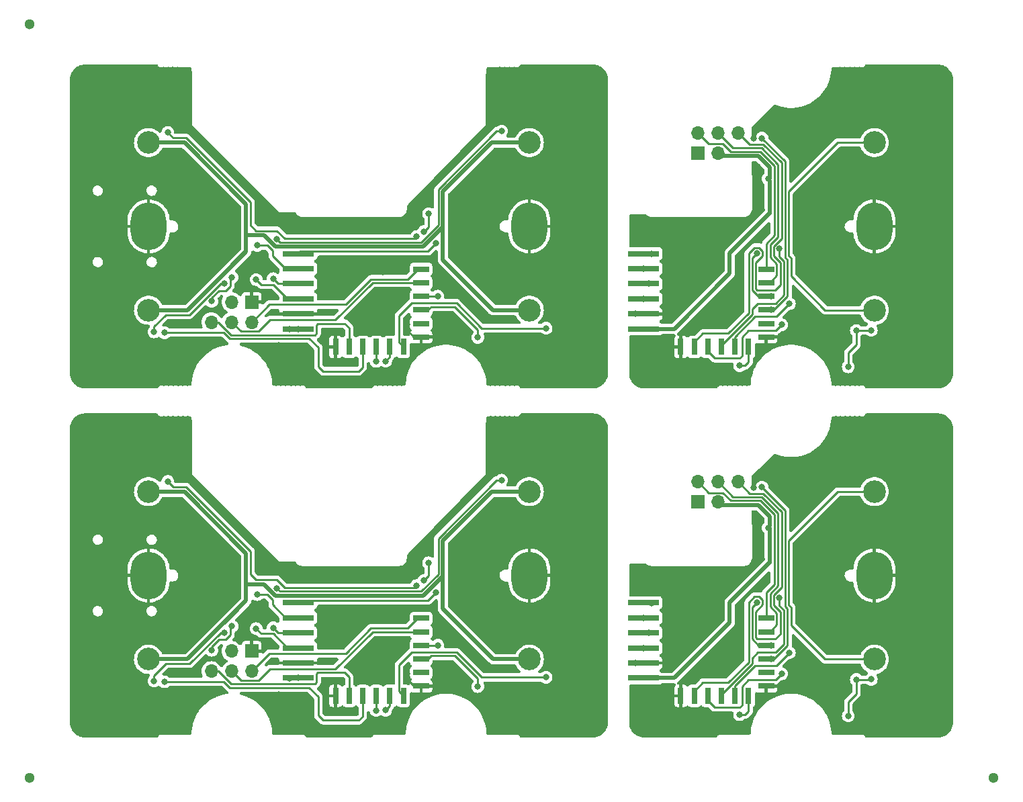
<source format=gbl>
G04 #@! TF.GenerationSoftware,KiCad,Pcbnew,(7.0.0)*
G04 #@! TF.CreationDate,2023-04-30T09:27:40+02:00*
G04 #@! TF.ProjectId,IKEA_Button2,494b4541-5f42-4757-9474-6f6e322e6b69,rev?*
G04 #@! TF.SameCoordinates,Original*
G04 #@! TF.FileFunction,Copper,L2,Bot*
G04 #@! TF.FilePolarity,Positive*
%FSLAX46Y46*%
G04 Gerber Fmt 4.6, Leading zero omitted, Abs format (unit mm)*
G04 Created by KiCad (PCBNEW (7.0.0)) date 2023-04-30 09:27:40*
%MOMM*%
%LPD*%
G01*
G04 APERTURE LIST*
G04 #@! TA.AperFunction,ComponentPad*
%ADD10C,1.000000*%
G04 #@! TD*
G04 #@! TA.AperFunction,ComponentPad*
%ADD11R,1.700000X1.700000*%
G04 #@! TD*
G04 #@! TA.AperFunction,ComponentPad*
%ADD12O,1.700000X1.700000*%
G04 #@! TD*
G04 #@! TA.AperFunction,WasherPad*
%ADD13C,1.300000*%
G04 #@! TD*
G04 #@! TA.AperFunction,ComponentPad*
%ADD14C,2.850000*%
G04 #@! TD*
G04 #@! TA.AperFunction,SMDPad,CuDef*
%ADD15O,4.500000X6.000000*%
G04 #@! TD*
G04 #@! TA.AperFunction,SMDPad,CuDef*
%ADD16R,2.000000X0.800000*%
G04 #@! TD*
G04 #@! TA.AperFunction,SMDPad,CuDef*
%ADD17R,0.800000X2.000000*%
G04 #@! TD*
G04 #@! TA.AperFunction,SMDPad,CuDef*
%ADD18R,4.000000X0.800000*%
G04 #@! TD*
G04 #@! TA.AperFunction,ViaPad*
%ADD19C,0.800000*%
G04 #@! TD*
G04 #@! TA.AperFunction,Conductor*
%ADD20C,0.250000*%
G04 #@! TD*
G04 #@! TA.AperFunction,Conductor*
%ADD21C,0.500000*%
G04 #@! TD*
G04 APERTURE END LIST*
D10*
X131000000Y-41000000D03*
X131000000Y-41000000D03*
D11*
X43499999Y-94524999D03*
D12*
X43499999Y-97064999D03*
X40959999Y-94524999D03*
X40959999Y-97064999D03*
X38419999Y-97064999D03*
D10*
X104000000Y-85000000D03*
D13*
X15500000Y-15500000D03*
X15500000Y-15500000D03*
D10*
X87500000Y-85000000D03*
X92000000Y-85000000D03*
D11*
X99709999Y-75749999D03*
D12*
X99709999Y-73209999D03*
X102249999Y-75749999D03*
X102249999Y-73209999D03*
X104789999Y-73209999D03*
D11*
X43499999Y-50524999D03*
D12*
X43499999Y-53064999D03*
X40959999Y-50524999D03*
X40959999Y-53064999D03*
X38419999Y-53064999D03*
D10*
X21500000Y-41000000D03*
X48500000Y-41000000D03*
X87500000Y-41000000D03*
X104000000Y-41000000D03*
D13*
X15500000Y-110500000D03*
X15500000Y-110500000D03*
D10*
X48500000Y-85000000D03*
X60500000Y-41000000D03*
X92000000Y-41000000D03*
X60500000Y-85000000D03*
X131000000Y-85000000D03*
D11*
X99709999Y-31749999D03*
D12*
X99709999Y-29209999D03*
X102249999Y-31749999D03*
X102249999Y-29209999D03*
X104789999Y-29209999D03*
D13*
X137000000Y-110500000D03*
X137000000Y-110500000D03*
D10*
X21500000Y-85000000D03*
D14*
X78500000Y-95565000D03*
X78500000Y-74435000D03*
D15*
X78499999Y-84999999D03*
D16*
X64866999Y-90397999D03*
X64866999Y-92107999D03*
X64866999Y-93817999D03*
X64866999Y-95527999D03*
X64866999Y-97237999D03*
X64866999Y-98947999D03*
D17*
X62636999Y-100177999D03*
X60926999Y-100177999D03*
X59216999Y-100177999D03*
X57506999Y-100177999D03*
X55796999Y-100177999D03*
X54086999Y-100177999D03*
D18*
X49366999Y-97927999D03*
X49366999Y-96027999D03*
X49366999Y-94127999D03*
X49366999Y-92227999D03*
X49366999Y-90327999D03*
X49366999Y-88427999D03*
D16*
X64866999Y-46397999D03*
X64866999Y-48107999D03*
X64866999Y-49817999D03*
X64866999Y-51527999D03*
X64866999Y-53237999D03*
X64866999Y-54947999D03*
D17*
X62636999Y-56177999D03*
X60926999Y-56177999D03*
X59216999Y-56177999D03*
X57506999Y-56177999D03*
X55796999Y-56177999D03*
X54086999Y-56177999D03*
D18*
X49366999Y-53927999D03*
X49366999Y-52027999D03*
X49366999Y-50127999D03*
X49366999Y-48227999D03*
X49366999Y-46327999D03*
X49366999Y-44427999D03*
D16*
X108366999Y-90397999D03*
X108366999Y-92107999D03*
X108366999Y-93817999D03*
X108366999Y-95527999D03*
X108366999Y-97237999D03*
X108366999Y-98947999D03*
D17*
X106136999Y-100177999D03*
X104426999Y-100177999D03*
X102716999Y-100177999D03*
X101006999Y-100177999D03*
X99296999Y-100177999D03*
X97586999Y-100177999D03*
D18*
X92866999Y-97927999D03*
X92866999Y-96027999D03*
X92866999Y-94127999D03*
X92866999Y-92227999D03*
X92866999Y-90327999D03*
X92866999Y-88427999D03*
D16*
X108366999Y-46397999D03*
X108366999Y-48107999D03*
X108366999Y-49817999D03*
X108366999Y-51527999D03*
X108366999Y-53237999D03*
X108366999Y-54947999D03*
D17*
X106136999Y-56177999D03*
X104426999Y-56177999D03*
X102716999Y-56177999D03*
X101006999Y-56177999D03*
X99296999Y-56177999D03*
X97586999Y-56177999D03*
D18*
X92866999Y-53927999D03*
X92866999Y-52027999D03*
X92866999Y-50127999D03*
X92866999Y-48227999D03*
X92866999Y-46327999D03*
X92866999Y-44427999D03*
D14*
X78500000Y-51565000D03*
X78500000Y-30435000D03*
D15*
X78499999Y-40999999D03*
D14*
X122000000Y-95565000D03*
X122000000Y-74435000D03*
D15*
X121999999Y-84999999D03*
D14*
X30500000Y-74435000D03*
X30500000Y-95565000D03*
D15*
X30499999Y-84999999D03*
D14*
X30500000Y-30435000D03*
X30500000Y-51565000D03*
D15*
X30499999Y-40999999D03*
D14*
X122000000Y-51565000D03*
X122000000Y-30435000D03*
D15*
X121999999Y-40999999D03*
D19*
X110500000Y-55250000D03*
X21250000Y-36500000D03*
X117750000Y-66000000D03*
X113500000Y-99500000D03*
X118700000Y-52800000D03*
X56700000Y-54300000D03*
X79220000Y-100280000D03*
X98500000Y-84750000D03*
X68780000Y-42990000D03*
X115200000Y-89700000D03*
X37640000Y-83510000D03*
X54060000Y-101990000D03*
X113500000Y-55500000D03*
X113700000Y-31700000D03*
X35400000Y-21600000D03*
X73500000Y-25250000D03*
X68000000Y-55250000D03*
X131000000Y-97500000D03*
X102600000Y-88400000D03*
X85380000Y-29040000D03*
X79300000Y-26700000D03*
X95700000Y-48100000D03*
X87750000Y-44500000D03*
X102600000Y-90500000D03*
X131000000Y-50250000D03*
X91900000Y-96000000D03*
X87750000Y-102000000D03*
X79220000Y-56280000D03*
X46250000Y-102250000D03*
X52400000Y-51800000D03*
X35400000Y-69400000D03*
X96330000Y-100400000D03*
X35400000Y-25400000D03*
X121640000Y-89280000D03*
X126770000Y-45300000D03*
X31500000Y-78170000D03*
X101250000Y-84750000D03*
X87750000Y-39250000D03*
X21250000Y-97750000D03*
X50520000Y-57330000D03*
X112280000Y-81070000D03*
X35000000Y-60250000D03*
X125200000Y-81700000D03*
X95740000Y-45900000D03*
X56750000Y-104500000D03*
X25250000Y-60500000D03*
X121000000Y-91400000D03*
X124900000Y-95600000D03*
X27750000Y-21500000D03*
X52400000Y-93800000D03*
X46500000Y-83400000D03*
X83750000Y-104750000D03*
X81560000Y-86180000D03*
X33430000Y-89290000D03*
X74680000Y-75540000D03*
X92000000Y-57750000D03*
X29750000Y-60500000D03*
X91500000Y-43100000D03*
X126700000Y-101700000D03*
X57940000Y-89260000D03*
X64750000Y-56250000D03*
X95700000Y-92100000D03*
X29500000Y-21500000D03*
X59000000Y-40400000D03*
X87750000Y-35750000D03*
X83800000Y-26800000D03*
X21250000Y-91750000D03*
X107800000Y-72400000D03*
X104900000Y-95700000D03*
X103100000Y-97500000D03*
X84300000Y-52800000D03*
X114040000Y-51730000D03*
X21250000Y-58000000D03*
X60110000Y-52110000D03*
X87750000Y-83250000D03*
X114040000Y-95730000D03*
X54800000Y-54400000D03*
X46440000Y-51820000D03*
X131000000Y-23750000D03*
X104800000Y-45800000D03*
X29750000Y-104500000D03*
X87750000Y-81500000D03*
X74940000Y-58780000D03*
X83750000Y-65750000D03*
X105250000Y-104250000D03*
X34900000Y-94400000D03*
X121200000Y-36800000D03*
X95740000Y-89900000D03*
X107250000Y-36500000D03*
X21250000Y-28500000D03*
X117000000Y-58000000D03*
X31940000Y-72180000D03*
X94800000Y-86700000D03*
X113500000Y-26750000D03*
X73750000Y-60250000D03*
X71840000Y-78250000D03*
X87750000Y-28750000D03*
X115700000Y-77600000D03*
X25500000Y-21500000D03*
X21250000Y-87500000D03*
X131000000Y-94250000D03*
X46750000Y-60250000D03*
X68000000Y-34000000D03*
X73500000Y-71000000D03*
X115300000Y-91800000D03*
X87750000Y-32250000D03*
X42390000Y-46710000D03*
X76450000Y-80810000D03*
X91700000Y-99300000D03*
X68980000Y-53060000D03*
X37750000Y-30750000D03*
X42390000Y-90710000D03*
X33300000Y-102300000D03*
X107250000Y-83250000D03*
X36500000Y-101000000D03*
X81710000Y-92180000D03*
X98500000Y-40750000D03*
X36600000Y-97200000D03*
X118500000Y-55000000D03*
X81500000Y-60750000D03*
X106800000Y-29900000D03*
X77670000Y-88870000D03*
X71730000Y-80980000D03*
X21250000Y-89500000D03*
X131000000Y-31750000D03*
X96330000Y-56400000D03*
X122800000Y-77400000D03*
X85380000Y-73040000D03*
X72460000Y-44810000D03*
X45980000Y-49830000D03*
X50000000Y-40400000D03*
X121200000Y-80800000D03*
X120200000Y-102300000D03*
X126770000Y-89300000D03*
X21250000Y-45500000D03*
X120200000Y-58300000D03*
X64750000Y-100250000D03*
X28930000Y-72540000D03*
X55050000Y-91620000D03*
X62000000Y-40400000D03*
X79250000Y-104750000D03*
X57940000Y-45260000D03*
X108400000Y-41640000D03*
X87750000Y-30500000D03*
X73500000Y-23500000D03*
X27750000Y-65500000D03*
X96500000Y-60500000D03*
X110600000Y-31000000D03*
X73250000Y-58500000D03*
X117750000Y-104250000D03*
X121490000Y-24440000D03*
X122800000Y-33400000D03*
X117750000Y-60250000D03*
X124200000Y-74900000D03*
X84490000Y-48300000D03*
X74940000Y-102780000D03*
X124700000Y-98400000D03*
X124160000Y-91400000D03*
X104700000Y-47800000D03*
X25250000Y-104500000D03*
X68720000Y-84100000D03*
X76700000Y-71900000D03*
X38250000Y-55750000D03*
X46900000Y-100000000D03*
X94800000Y-42700000D03*
X113890000Y-41810000D03*
X127640000Y-80520000D03*
X81500000Y-65750000D03*
X95250000Y-40750000D03*
X62000000Y-84400000D03*
X87750000Y-86750000D03*
X129600000Y-71700000D03*
X21250000Y-72500000D03*
X123250000Y-21750000D03*
X107400000Y-56700000D03*
X56750000Y-60500000D03*
X35520000Y-28450000D03*
X85950000Y-102440000D03*
X104900000Y-51700000D03*
X21250000Y-47750000D03*
X103000000Y-49800000D03*
X21250000Y-67500000D03*
X81500000Y-21750000D03*
X73500000Y-21750000D03*
X21250000Y-49750000D03*
X117400000Y-50600000D03*
X97100000Y-46600000D03*
X79250000Y-65750000D03*
X118500000Y-99000000D03*
X110500000Y-99250000D03*
X72400000Y-41100000D03*
X64230000Y-45140000D03*
X68000000Y-78000000D03*
X57000000Y-84400000D03*
X25500000Y-65500000D03*
X76160000Y-52780000D03*
X83800000Y-70800000D03*
X84100000Y-44400000D03*
X62250000Y-104250000D03*
X87750000Y-88500000D03*
X123150000Y-36940000D03*
X124900000Y-51600000D03*
X50000000Y-84400000D03*
X126750000Y-21750000D03*
X63070000Y-97360000D03*
X115300000Y-47800000D03*
X74310000Y-98810000D03*
X122900000Y-53800000D03*
X122900000Y-97800000D03*
X52250000Y-60500000D03*
X87750000Y-37500000D03*
X115200000Y-45700000D03*
X36890000Y-43880000D03*
X103100000Y-53500000D03*
X21250000Y-34500000D03*
X46750000Y-104250000D03*
X76450000Y-36810000D03*
X27500000Y-104500000D03*
X21250000Y-53750000D03*
X87750000Y-51500000D03*
X129600000Y-27700000D03*
X121490000Y-68440000D03*
X56440000Y-102110000D03*
X21250000Y-93750000D03*
X85950000Y-58440000D03*
X119870000Y-76140000D03*
X35500000Y-102500000D03*
X57660000Y-51250000D03*
X69500000Y-76500000D03*
X83950000Y-83660000D03*
X101250000Y-40750000D03*
X118700000Y-96800000D03*
X66500000Y-79500000D03*
X39700000Y-95800000D03*
X35520000Y-72450000D03*
X87750000Y-46250000D03*
X119420000Y-89220000D03*
X81560000Y-42180000D03*
X104700000Y-91800000D03*
X35000000Y-104250000D03*
X131000000Y-78750000D03*
X124100000Y-49600000D03*
X104800000Y-89800000D03*
X36890000Y-87880000D03*
X76160000Y-96780000D03*
X123300000Y-101700000D03*
X87750000Y-72750000D03*
X73250000Y-102500000D03*
X35400000Y-65600000D03*
X29510000Y-26370000D03*
X131000000Y-75750000D03*
X78550000Y-36360000D03*
X72400000Y-85100000D03*
X131000000Y-28750000D03*
X79250000Y-21750000D03*
X52400000Y-49800000D03*
X111000000Y-71000000D03*
X42000000Y-34920000D03*
X71250000Y-74750000D03*
X21250000Y-51750000D03*
X39700000Y-51800000D03*
X87750000Y-76250000D03*
X73500000Y-69250000D03*
X103000000Y-93800000D03*
X83140000Y-76050000D03*
X76700000Y-27900000D03*
X58600000Y-98200000D03*
X91700000Y-55300000D03*
X87750000Y-74500000D03*
X97700000Y-88000000D03*
X111000000Y-27000000D03*
X38250000Y-99750000D03*
X81710000Y-48180000D03*
X120000000Y-78600000D03*
X56700000Y-98300000D03*
X121000000Y-47400000D03*
X75000000Y-21750000D03*
X117750000Y-22000000D03*
X95250000Y-84750000D03*
X71730000Y-36980000D03*
X111210000Y-52280000D03*
X126500000Y-104500000D03*
X31530000Y-92300000D03*
X58600000Y-54200000D03*
X62930000Y-49100000D03*
X105750000Y-84750000D03*
X70250000Y-99750000D03*
X36600000Y-53200000D03*
X21250000Y-23500000D03*
X110600000Y-75000000D03*
X48400000Y-102800000D03*
X63940000Y-82190000D03*
X87750000Y-90250000D03*
X119420000Y-45220000D03*
X60010000Y-90740000D03*
X127700000Y-76900000D03*
X37640000Y-39510000D03*
X62250000Y-60250000D03*
X123250000Y-65750000D03*
X120200000Y-94100000D03*
X84100000Y-81400000D03*
X87750000Y-93750000D03*
X25140000Y-71950000D03*
X124700000Y-54400000D03*
X60110000Y-96110000D03*
X68000000Y-99250000D03*
X28930000Y-28540000D03*
X76500000Y-77500000D03*
X21250000Y-82500000D03*
X87750000Y-23500000D03*
X119550000Y-28620000D03*
X87750000Y-48000000D03*
X21250000Y-38500000D03*
X44750000Y-100500000D03*
X45280000Y-45830000D03*
X83570000Y-55930000D03*
X106800000Y-73900000D03*
X73000000Y-29000000D03*
X108400000Y-85640000D03*
X33540000Y-42830000D03*
X60010000Y-46740000D03*
X115700000Y-87500000D03*
X33300000Y-58300000D03*
X84100000Y-88400000D03*
X68020000Y-91220000D03*
X121640000Y-45280000D03*
X45000000Y-82000000D03*
X116000000Y-100700000D03*
X77670000Y-44870000D03*
X122700000Y-71000000D03*
X119870000Y-32140000D03*
X131000000Y-72750000D03*
X131000000Y-58000000D03*
X35500000Y-58500000D03*
X95700000Y-96700000D03*
X45000000Y-38000000D03*
X48400000Y-58800000D03*
X52670000Y-54260000D03*
X29500000Y-65500000D03*
X68720000Y-40100000D03*
X29700000Y-55000000D03*
X107250000Y-33500000D03*
X31940000Y-28180000D03*
X83140000Y-32050000D03*
X62930000Y-93100000D03*
X131000000Y-91000000D03*
X87750000Y-34000000D03*
X84300000Y-96800000D03*
X107250000Y-39250000D03*
X115700000Y-33600000D03*
X55050000Y-47620000D03*
X52240000Y-45350000D03*
X100100000Y-58000000D03*
X46500000Y-39400000D03*
X79300000Y-70700000D03*
X52400000Y-40400000D03*
X117000000Y-24250000D03*
X68780000Y-86990000D03*
X57660000Y-95250000D03*
X100100000Y-45100000D03*
X21250000Y-30500000D03*
X127700000Y-74600000D03*
X21250000Y-80500000D03*
X117000000Y-68250000D03*
X40750000Y-33750000D03*
X69500000Y-32500000D03*
X99500000Y-104500000D03*
X36500000Y-57000000D03*
X129700000Y-95800000D03*
X52670000Y-98260000D03*
X68980000Y-97060000D03*
X100100000Y-102000000D03*
X87750000Y-95500000D03*
X37750000Y-74750000D03*
X64230000Y-89140000D03*
X46900000Y-56000000D03*
X39250000Y-76250000D03*
X126700000Y-57700000D03*
X73500000Y-27000000D03*
X46440000Y-95820000D03*
X45280000Y-89830000D03*
X127700000Y-32900000D03*
X107400000Y-100700000D03*
X100600000Y-95700000D03*
X127300000Y-26900000D03*
X115700000Y-36300000D03*
X63940000Y-38190000D03*
X117000000Y-102000000D03*
X115060000Y-82590000D03*
X129700000Y-51800000D03*
X75000000Y-65750000D03*
X91500000Y-87100000D03*
X63070000Y-53360000D03*
X83750000Y-60750000D03*
X126500000Y-60500000D03*
X124160000Y-47400000D03*
X83750000Y-21750000D03*
X44750000Y-56500000D03*
X105750000Y-40750000D03*
X87750000Y-53250000D03*
X40750000Y-77750000D03*
X131000000Y-67750000D03*
X113890000Y-85810000D03*
X33430000Y-45290000D03*
X87750000Y-67500000D03*
X59000000Y-84400000D03*
X131000000Y-34750000D03*
X73000000Y-73000000D03*
X29510000Y-70370000D03*
X21250000Y-95750000D03*
X102600000Y-44400000D03*
X83570000Y-99930000D03*
X87750000Y-78000000D03*
X76500000Y-33500000D03*
X24200000Y-54200000D03*
X81500000Y-104750000D03*
X56440000Y-58110000D03*
X127640000Y-36520000D03*
X44500000Y-40500000D03*
X21250000Y-43500000D03*
X24200000Y-98200000D03*
X115700000Y-43500000D03*
X124100000Y-93600000D03*
X54800000Y-98400000D03*
X91900000Y-52000000D03*
X123750000Y-104500000D03*
X71250000Y-30750000D03*
X54500000Y-104500000D03*
X44500000Y-84500000D03*
X111210000Y-96280000D03*
X52400000Y-95800000D03*
X116000000Y-56700000D03*
X87750000Y-97250000D03*
X50520000Y-101330000D03*
X71840000Y-34250000D03*
X66500000Y-35500000D03*
X131000000Y-53500000D03*
X113500000Y-70750000D03*
X99500000Y-60500000D03*
X74460000Y-48220000D03*
X72460000Y-88810000D03*
X87750000Y-79750000D03*
X115060000Y-38590000D03*
X125200000Y-37700000D03*
X73750000Y-104250000D03*
X52250000Y-104500000D03*
X127390000Y-39810000D03*
X21250000Y-74500000D03*
X127700000Y-30600000D03*
X131000000Y-47000000D03*
X54800000Y-84400000D03*
X112300000Y-44300000D03*
X37220000Y-92090000D03*
X122700000Y-27000000D03*
X87750000Y-92000000D03*
X37220000Y-48090000D03*
X131000000Y-102000000D03*
X29700000Y-99000000D03*
X83950000Y-39660000D03*
X102600000Y-46500000D03*
X84100000Y-37400000D03*
X35400000Y-67500000D03*
X35400000Y-23500000D03*
X126750000Y-65750000D03*
X46250000Y-58250000D03*
X95700000Y-52700000D03*
X87750000Y-58000000D03*
X54800000Y-40400000D03*
X87750000Y-49750000D03*
X21250000Y-78500000D03*
X87750000Y-42750000D03*
X68020000Y-47220000D03*
X92000000Y-101750000D03*
X21250000Y-32500000D03*
X34900000Y-50400000D03*
X45980000Y-93830000D03*
X52240000Y-89350000D03*
X113700000Y-75700000D03*
X74310000Y-54810000D03*
X57000000Y-40400000D03*
X73500000Y-67500000D03*
X70250000Y-55750000D03*
X70860000Y-94450000D03*
X120000000Y-34600000D03*
X105250000Y-60250000D03*
X107250000Y-77500000D03*
X79250000Y-60750000D03*
X96500000Y-104500000D03*
X97100000Y-90600000D03*
X100600000Y-51700000D03*
X54500000Y-60500000D03*
X54060000Y-57990000D03*
X112300000Y-88300000D03*
X97700000Y-44000000D03*
X39250000Y-32250000D03*
X127390000Y-83810000D03*
X34830000Y-37060000D03*
X120200000Y-50100000D03*
X70860000Y-50450000D03*
X73500000Y-65750000D03*
X117400000Y-94600000D03*
X25200000Y-56300000D03*
X123300000Y-57700000D03*
X107800000Y-28400000D03*
X42000000Y-78920000D03*
X123750000Y-60500000D03*
X74460000Y-92220000D03*
X84490000Y-92300000D03*
X124200000Y-30900000D03*
X78550000Y-80360000D03*
X52400000Y-84400000D03*
X33540000Y-86830000D03*
X25140000Y-27950000D03*
X21250000Y-102000000D03*
X127300000Y-70900000D03*
X123150000Y-80940000D03*
X107250000Y-80500000D03*
X27500000Y-60500000D03*
X112280000Y-37070000D03*
X119550000Y-72620000D03*
X31530000Y-48300000D03*
X115700000Y-80300000D03*
X21250000Y-76500000D03*
X74680000Y-31540000D03*
X31500000Y-34170000D03*
X100100000Y-89100000D03*
X34830000Y-81060000D03*
X25200000Y-100300000D03*
X80610000Y-53840000D03*
X80610000Y-97840000D03*
X105000000Y-58550000D03*
X105000000Y-102550000D03*
X109000000Y-95530000D03*
X109000000Y-51530000D03*
X72000000Y-99000000D03*
X107825000Y-73875000D03*
X107825000Y-29875000D03*
X72000000Y-55000000D03*
X118700000Y-58700000D03*
X109000000Y-93820000D03*
X109000000Y-49820000D03*
X107192451Y-88399951D03*
X107192451Y-44399951D03*
X121600000Y-98100000D03*
X66962500Y-49800000D03*
X65800000Y-39400000D03*
X121600000Y-54100000D03*
X65800000Y-83400000D03*
X119725000Y-54125000D03*
X65205074Y-85655074D03*
X65205074Y-41655074D03*
X118700000Y-102700000D03*
X119725000Y-98125000D03*
X66962500Y-93800000D03*
X66749647Y-87150353D03*
X93900000Y-44500000D03*
X93900000Y-88500000D03*
X66749647Y-43150353D03*
X49367000Y-97928000D03*
X108600000Y-79000000D03*
X48260000Y-97940000D03*
X108600000Y-35000000D03*
X49367000Y-53928000D03*
X48260000Y-53940000D03*
X46200000Y-47600000D03*
X75000000Y-29000000D03*
X46700000Y-42600000D03*
X93591500Y-92228000D03*
X46200000Y-91600000D03*
X75000000Y-73000000D03*
X46700000Y-86600000D03*
X93591500Y-48228000D03*
X92867000Y-46328000D03*
X92867000Y-90328000D03*
X44190000Y-87410000D03*
X44190000Y-43410000D03*
X110300000Y-97400000D03*
X110300000Y-53400000D03*
X32500000Y-98400000D03*
X32500000Y-54400000D03*
X92867000Y-94128000D03*
X44070000Y-47700000D03*
X44070000Y-91700000D03*
X92867000Y-50128000D03*
X59182914Y-102014569D03*
X110025500Y-87800000D03*
X59182914Y-58014569D03*
X110025500Y-43800000D03*
X60387701Y-101987701D03*
X111270000Y-94750000D03*
X111270000Y-50750000D03*
X60387701Y-57987701D03*
X64290000Y-86278500D03*
X32930000Y-29150000D03*
X64290000Y-42278500D03*
X32930000Y-73150000D03*
X41010000Y-91410000D03*
X41010000Y-47410000D03*
X38470000Y-50430000D03*
X38470000Y-94430000D03*
X31200000Y-54300000D03*
X31200000Y-98300000D03*
X40100000Y-92200000D03*
X40100000Y-48200000D03*
D20*
X63070000Y-98070000D02*
X63160000Y-98160000D01*
X63070000Y-53360000D02*
X63070000Y-54070000D01*
X63070000Y-54070000D02*
X63160000Y-54160000D01*
X64867000Y-98948000D02*
X63948000Y-98948000D01*
X63948000Y-54948000D02*
X63160000Y-54160000D01*
X106800000Y-73400000D02*
X107800000Y-72400000D01*
X63070000Y-97360000D02*
X63070000Y-98070000D01*
X63948000Y-98948000D02*
X63160000Y-98160000D01*
X64867000Y-54948000D02*
X63948000Y-54948000D01*
X106800000Y-29400000D02*
X107800000Y-28400000D01*
X106800000Y-73900000D02*
X106800000Y-73400000D01*
X106800000Y-29900000D02*
X106800000Y-29400000D01*
X69316396Y-94680000D02*
X72476396Y-97840000D01*
X62075000Y-96270000D02*
X63665000Y-94680000D01*
X72476396Y-97840000D02*
X80610000Y-97840000D01*
X72476396Y-53840000D02*
X80610000Y-53840000D01*
X62075000Y-52270000D02*
X63665000Y-50680000D01*
X62637000Y-56178000D02*
X62075000Y-55616000D01*
X62075000Y-99616000D02*
X62075000Y-96270000D01*
X63665000Y-50680000D02*
X69316396Y-50680000D01*
X105686604Y-58550000D02*
X105000000Y-58550000D01*
X106137000Y-56178000D02*
X106137000Y-58099604D01*
X105686604Y-102550000D02*
X105000000Y-102550000D01*
X69316396Y-50680000D02*
X72476396Y-53840000D01*
X62075000Y-55616000D02*
X62075000Y-52270000D01*
X106137000Y-58099604D02*
X105686604Y-58550000D01*
X62637000Y-100178000D02*
X62075000Y-99616000D01*
X106137000Y-100178000D02*
X106137000Y-102099604D01*
X106137000Y-102099604D02*
X105686604Y-102550000D01*
X63665000Y-94680000D02*
X69316396Y-94680000D01*
D21*
X67600000Y-80600000D02*
X73765000Y-74435000D01*
X45022918Y-86125000D02*
X42825000Y-86125000D01*
X67600000Y-89200000D02*
X67600000Y-84820000D01*
D20*
X117365000Y-30435000D02*
X111200000Y-36600000D01*
D21*
X46475918Y-87578000D02*
X45022918Y-86125000D01*
X67600000Y-36600000D02*
X73765000Y-30435000D01*
D20*
X111492000Y-45010020D02*
X111492000Y-47293903D01*
D21*
X78500000Y-95565000D02*
X73965000Y-95565000D01*
D20*
X111200000Y-88718020D02*
X111492000Y-89010020D01*
D21*
X35408418Y-95565000D02*
X42800000Y-88173418D01*
X30500000Y-51565000D02*
X34520000Y-51565000D01*
X42800000Y-44173418D02*
X42800000Y-43610000D01*
X73765000Y-30435000D02*
X78500000Y-30435000D01*
X42800000Y-82200000D02*
X35035000Y-74435000D01*
X67600000Y-84820000D02*
X67600000Y-80600000D01*
X35435000Y-51565000D02*
X41400000Y-45600000D01*
D20*
X115763097Y-95565000D02*
X122000000Y-95565000D01*
X122000000Y-30435000D02*
X117365000Y-30435000D01*
D21*
X34520000Y-95565000D02*
X35408418Y-95565000D01*
X78500000Y-51565000D02*
X73965000Y-51565000D01*
X73965000Y-51565000D02*
X67600000Y-45200000D01*
X45022918Y-42125000D02*
X42825000Y-42125000D01*
X42800000Y-38200000D02*
X35035000Y-30435000D01*
X34520000Y-51565000D02*
X35435000Y-51565000D01*
X35035000Y-74435000D02*
X30500000Y-74435000D01*
D20*
X122000000Y-74435000D02*
X117365000Y-74435000D01*
D21*
X42800000Y-44200000D02*
X42800000Y-43610000D01*
D20*
X111492000Y-89010020D02*
X111492000Y-91293903D01*
D21*
X67600000Y-40820000D02*
X67600000Y-36600000D01*
X34520000Y-95565000D02*
X35435000Y-95565000D01*
X42825000Y-86125000D02*
X42800000Y-86150000D01*
D20*
X117365000Y-74435000D02*
X111200000Y-80600000D01*
X111492000Y-91293903D02*
X115763097Y-95565000D01*
D21*
X34520000Y-51565000D02*
X35408418Y-51565000D01*
X41400000Y-89600000D02*
X42800000Y-88200000D01*
D20*
X115763097Y-51565000D02*
X122000000Y-51565000D01*
D21*
X65119918Y-43578000D02*
X67600000Y-41097918D01*
X42800000Y-88173418D02*
X42800000Y-87610000D01*
X67600000Y-85097918D02*
X67600000Y-84820000D01*
X42800000Y-88200000D02*
X42800000Y-87610000D01*
X30500000Y-95565000D02*
X34520000Y-95565000D01*
X46475918Y-43578000D02*
X45022918Y-42125000D01*
X35035000Y-30435000D02*
X30500000Y-30435000D01*
X67600000Y-41097918D02*
X67600000Y-40820000D01*
X46475918Y-87578000D02*
X65119918Y-87578000D01*
X35408418Y-51565000D02*
X42800000Y-44173418D01*
X42800000Y-86150000D02*
X42800000Y-82200000D01*
X42800000Y-42150000D02*
X42800000Y-38200000D01*
X42800000Y-43610000D02*
X42800000Y-42150000D01*
D20*
X111200000Y-80600000D02*
X111200000Y-88718020D01*
X111200000Y-36600000D02*
X111200000Y-44718020D01*
D21*
X41400000Y-45600000D02*
X42800000Y-44200000D01*
X73965000Y-95565000D02*
X67600000Y-89200000D01*
X42800000Y-87610000D02*
X42800000Y-86150000D01*
X46475918Y-43578000D02*
X65119918Y-43578000D01*
D20*
X111200000Y-44718020D02*
X111492000Y-45010020D01*
D21*
X65119918Y-87578000D02*
X67600000Y-85097918D01*
D20*
X111492000Y-47293903D02*
X115763097Y-51565000D01*
D21*
X42825000Y-42125000D02*
X42800000Y-42150000D01*
X73765000Y-74435000D02*
X78500000Y-74435000D01*
X35435000Y-95565000D02*
X41400000Y-89600000D01*
X67600000Y-45200000D02*
X67600000Y-40820000D01*
D20*
X64867000Y-90398000D02*
X64460000Y-90398000D01*
X107600812Y-31560000D02*
X109400000Y-33359188D01*
X102875000Y-30575000D02*
X103860000Y-31560000D01*
X58542000Y-47658000D02*
X55347000Y-50853000D01*
X103860000Y-75560000D02*
X107600812Y-75560000D01*
X64460000Y-90398000D02*
X63200000Y-91658000D01*
X101075000Y-30575000D02*
X102875000Y-30575000D01*
X108367000Y-87160208D02*
X108367000Y-90398000D01*
X101075000Y-74575000D02*
X102875000Y-74575000D01*
X63200000Y-91658000D02*
X58542000Y-91658000D01*
X64460000Y-46398000D02*
X63200000Y-47658000D01*
X109400000Y-42127208D02*
X108367000Y-43160208D01*
X102875000Y-74575000D02*
X103860000Y-75560000D01*
X55347000Y-50853000D02*
X45712000Y-50853000D01*
X58542000Y-91658000D02*
X55347000Y-94853000D01*
X64867000Y-46398000D02*
X64460000Y-46398000D01*
X63200000Y-47658000D02*
X58542000Y-47658000D01*
X109400000Y-33359188D02*
X109400000Y-42127208D01*
X103860000Y-31560000D02*
X107600812Y-31560000D01*
X109400000Y-86127208D02*
X108367000Y-87160208D01*
X107600812Y-75560000D02*
X109400000Y-77359188D01*
X45712000Y-50853000D02*
X43500000Y-53065000D01*
X45712000Y-94853000D02*
X43500000Y-97065000D01*
X109400000Y-77359188D02*
X109400000Y-86127208D01*
X55347000Y-94853000D02*
X45712000Y-94853000D01*
X99710000Y-73210000D02*
X101075000Y-74575000D01*
X99710000Y-29210000D02*
X101075000Y-30575000D01*
X108367000Y-43160208D02*
X108367000Y-46398000D01*
X109692000Y-45755604D02*
X109692000Y-47208000D01*
X44360000Y-98240000D02*
X42135000Y-98240000D01*
X109850000Y-42313604D02*
X108850500Y-43313104D01*
X108850500Y-43313104D02*
X108850500Y-44914104D01*
X102250000Y-29210000D02*
X104150000Y-31110000D01*
X54036396Y-96800000D02*
X45800000Y-96800000D01*
X109850000Y-86313604D02*
X108850500Y-87313104D01*
X109850000Y-77172792D02*
X109850000Y-86313604D01*
X58728396Y-92108000D02*
X54036396Y-96800000D01*
X45800000Y-96800000D02*
X44360000Y-98240000D01*
X108850500Y-88914104D02*
X109692000Y-89755604D01*
X109692000Y-89755604D02*
X109692000Y-91208000D01*
X108792000Y-92108000D02*
X108367000Y-92108000D01*
X42135000Y-54240000D02*
X40960000Y-53065000D01*
X44360000Y-54240000D02*
X42135000Y-54240000D01*
X107787208Y-31110000D02*
X109850000Y-33172792D01*
X109692000Y-47208000D02*
X108792000Y-48108000D01*
X102250000Y-73210000D02*
X104150000Y-75110000D01*
X104150000Y-75110000D02*
X107787208Y-75110000D01*
X108792000Y-48108000D02*
X108367000Y-48108000D01*
X54036396Y-52800000D02*
X45800000Y-52800000D01*
X64867000Y-92108000D02*
X58728396Y-92108000D01*
X107787208Y-75110000D02*
X109850000Y-77172792D01*
X42135000Y-98240000D02*
X40960000Y-97065000D01*
X45800000Y-52800000D02*
X44360000Y-54240000D01*
X104150000Y-31110000D02*
X107787208Y-31110000D01*
X109850000Y-33172792D02*
X109850000Y-42313604D01*
X109692000Y-91208000D02*
X108792000Y-92108000D01*
X108850500Y-87313104D02*
X108850500Y-88914104D01*
X108850500Y-44914104D02*
X109692000Y-45755604D01*
X58728396Y-48108000D02*
X54036396Y-52800000D01*
X64867000Y-48108000D02*
X58728396Y-48108000D01*
X66100000Y-95130000D02*
X65702000Y-95528000D01*
X109343396Y-51528000D02*
X108982000Y-51528000D01*
X108978000Y-95528000D02*
X108367000Y-95528000D01*
X65702000Y-95528000D02*
X64867000Y-95528000D01*
X111042000Y-93829396D02*
X109343396Y-95528000D01*
X110750000Y-32800000D02*
X107825000Y-29875000D01*
X108982000Y-51528000D02*
X108980000Y-51530000D01*
X72000000Y-99000000D02*
X72000000Y-98000000D01*
X110750000Y-44904416D02*
X110750000Y-32800000D01*
X109343396Y-95528000D02*
X108982000Y-95528000D01*
X108978000Y-51528000D02*
X108367000Y-51528000D01*
X111042000Y-89196416D02*
X111042000Y-93829396D01*
X72000000Y-54000000D02*
X69130000Y-51130000D01*
X111042000Y-49829396D02*
X109343396Y-51528000D01*
X66100000Y-51130000D02*
X65702000Y-51528000D01*
X72000000Y-98000000D02*
X69130000Y-95130000D01*
X108982000Y-95528000D02*
X108980000Y-95530000D01*
X111042000Y-45196416D02*
X110750000Y-44904416D01*
X72000000Y-55000000D02*
X72000000Y-54000000D01*
X69130000Y-95130000D02*
X66100000Y-95130000D01*
X108980000Y-51530000D02*
X108978000Y-51528000D01*
X110750000Y-76800000D02*
X107825000Y-73875000D01*
X111042000Y-89196416D02*
X110750000Y-88904416D01*
X110750000Y-88904416D02*
X110750000Y-76800000D01*
X69130000Y-51130000D02*
X66100000Y-51130000D01*
X108980000Y-95530000D02*
X108978000Y-95528000D01*
X111042000Y-45196416D02*
X111042000Y-49829396D01*
X65702000Y-51528000D02*
X64867000Y-51528000D01*
X108367000Y-49818000D02*
X107390604Y-49818000D01*
X119725000Y-99925000D02*
X118700000Y-100950000D01*
X119725000Y-54125000D02*
X119725000Y-55925000D01*
X108367000Y-93818000D02*
X107390604Y-93818000D01*
X106592000Y-45000402D02*
X107192451Y-44399951D01*
X119725000Y-54125000D02*
X121575000Y-54125000D01*
X66944500Y-93818000D02*
X66962500Y-93800000D01*
X65800000Y-39400000D02*
X65800000Y-41060148D01*
X106592000Y-49019396D02*
X107390604Y-49818000D01*
X64867000Y-49818000D02*
X66944500Y-49818000D01*
X64867000Y-93818000D02*
X66944500Y-93818000D01*
X121575000Y-54125000D02*
X121600000Y-54100000D01*
X106592000Y-93019396D02*
X106592000Y-89000402D01*
X65800000Y-83400000D02*
X65800000Y-85060148D01*
X119725000Y-98125000D02*
X119725000Y-99925000D01*
X66944500Y-49818000D02*
X66962500Y-49800000D01*
X118700000Y-56950000D02*
X118700000Y-58700000D01*
X119725000Y-55925000D02*
X118700000Y-56950000D01*
X119725000Y-98125000D02*
X121575000Y-98125000D01*
X65800000Y-41060148D02*
X65205074Y-41655074D01*
X106592000Y-49019396D02*
X106592000Y-45000402D01*
X121575000Y-98125000D02*
X121600000Y-98100000D01*
X118700000Y-100950000D02*
X118700000Y-102700000D01*
X106592000Y-93019396D02*
X107390604Y-93818000D01*
X106592000Y-89000402D02*
X107192451Y-88399951D01*
X65800000Y-85060148D02*
X65205074Y-85655074D01*
X100375000Y-54500000D02*
X99297000Y-55578000D01*
X51860000Y-53250000D02*
X55250000Y-53250000D01*
X99297000Y-99578000D02*
X99297000Y-100178000D01*
X107042000Y-89575000D02*
X107917000Y-88700000D01*
X55797000Y-53803000D02*
X55797000Y-56178000D01*
X51860000Y-97250000D02*
X55250000Y-97250000D01*
X55797000Y-97803000D02*
X55797000Y-100178000D01*
X100375000Y-98500000D02*
X99297000Y-99578000D01*
X38420000Y-97065000D02*
X39298299Y-97065000D01*
X109300500Y-88727708D02*
X110142000Y-89569208D01*
X106240000Y-74660000D02*
X107973604Y-74660000D01*
X110300000Y-42500000D02*
X109300500Y-43499500D01*
X40923299Y-54690000D02*
X51480000Y-54690000D01*
X110142000Y-89569208D02*
X110142000Y-92358000D01*
X51692000Y-98478000D02*
X51692000Y-97418000D01*
X51692000Y-97418000D02*
X51860000Y-97250000D01*
X110142000Y-45569208D02*
X110142000Y-48358000D01*
X39298299Y-53065000D02*
X40923299Y-54690000D01*
X107973604Y-30660000D02*
X110300000Y-32986396D01*
X107042000Y-48833000D02*
X107042000Y-45575000D01*
X109300500Y-43499500D02*
X109300500Y-44727708D01*
X51480000Y-54690000D02*
X51692000Y-54478000D01*
X106142000Y-44425097D02*
X106142000Y-51921604D01*
X109300500Y-87499500D02*
X109300500Y-88727708D01*
X106240000Y-30660000D02*
X107973604Y-30660000D01*
X110142000Y-48358000D02*
X109500000Y-49000000D01*
X106142000Y-88425097D02*
X106142000Y-95921604D01*
X110300000Y-32986396D02*
X110300000Y-42500000D01*
X38420000Y-53065000D02*
X39298299Y-53065000D01*
X109500000Y-49000000D02*
X107209000Y-49000000D01*
X106142000Y-51921604D02*
X103563604Y-54500000D01*
X107209000Y-93000000D02*
X107042000Y-92833000D01*
X107917000Y-44099195D02*
X107492756Y-43674951D01*
X55800000Y-53800000D02*
X55797000Y-53803000D01*
X104790000Y-29210000D02*
X106240000Y-30660000D01*
X51480000Y-98690000D02*
X51692000Y-98478000D01*
X51692000Y-53418000D02*
X51860000Y-53250000D01*
X107973604Y-74660000D02*
X110300000Y-76986396D01*
X107917000Y-88700000D02*
X107917000Y-88099195D01*
X40923299Y-98690000D02*
X51480000Y-98690000D01*
X99297000Y-55578000D02*
X99297000Y-56178000D01*
X107492756Y-43674951D02*
X106892146Y-43674951D01*
X107492756Y-87674951D02*
X106892146Y-87674951D01*
X103563604Y-54500000D02*
X100375000Y-54500000D01*
X110300000Y-86500000D02*
X109300500Y-87499500D01*
X106892146Y-87674951D02*
X106142000Y-88425097D01*
X104790000Y-73210000D02*
X106240000Y-74660000D01*
X103563604Y-98500000D02*
X100375000Y-98500000D01*
X39298299Y-97065000D02*
X40923299Y-98690000D01*
X107209000Y-49000000D02*
X107042000Y-48833000D01*
X106142000Y-95921604D02*
X103563604Y-98500000D01*
X51692000Y-54478000D02*
X51692000Y-53418000D01*
X107917000Y-44700000D02*
X107917000Y-44099195D01*
X55250000Y-53250000D02*
X55800000Y-53800000D01*
X110300000Y-76986396D02*
X110300000Y-86500000D01*
X107042000Y-92833000D02*
X107042000Y-89575000D01*
X55800000Y-97800000D02*
X55797000Y-97803000D01*
X106892146Y-43674951D02*
X106142000Y-44425097D01*
X110142000Y-92358000D02*
X109500000Y-93000000D01*
X109300500Y-44727708D02*
X110142000Y-45569208D01*
X55250000Y-97250000D02*
X55800000Y-97800000D01*
X107917000Y-88099195D02*
X107492756Y-87674951D01*
X109500000Y-93000000D02*
X107209000Y-93000000D01*
X107042000Y-45575000D02*
X107917000Y-44700000D01*
X66749647Y-43150353D02*
X65747000Y-44153000D01*
X49642000Y-88153000D02*
X65747000Y-88153000D01*
X66749647Y-87150353D02*
X65747000Y-88153000D01*
X49367000Y-88428000D02*
X49642000Y-88153000D01*
X49367000Y-44428000D02*
X49642000Y-44153000D01*
X49642000Y-44153000D02*
X65747000Y-44153000D01*
D21*
X102635000Y-76135000D02*
X107362640Y-76135000D01*
X108800000Y-79200000D02*
X108800000Y-82600000D01*
X102635000Y-32135000D02*
X107362640Y-32135000D01*
X103750000Y-44400000D02*
X103750000Y-46950000D01*
X108825000Y-83400000D02*
X108750000Y-83400000D01*
X108825000Y-39400000D02*
X108750000Y-39400000D01*
X108750000Y-39400000D02*
X103750000Y-44400000D01*
X108800000Y-82600000D02*
X108825000Y-82625000D01*
X96772000Y-97928000D02*
X92867000Y-97928000D01*
X102250000Y-31750000D02*
X102635000Y-32135000D01*
X103750000Y-90950000D02*
X96772000Y-97928000D01*
X108800000Y-34800000D02*
X108600000Y-35000000D01*
X108600000Y-35000000D02*
X108800000Y-35200000D01*
X108750000Y-83400000D02*
X103750000Y-88400000D01*
X107362640Y-32135000D02*
X108800000Y-33572360D01*
X103750000Y-88400000D02*
X103750000Y-90950000D01*
X108825000Y-82625000D02*
X108825000Y-83400000D01*
X108600000Y-79000000D02*
X108800000Y-79200000D01*
X96772000Y-53928000D02*
X92867000Y-53928000D01*
X108800000Y-38600000D02*
X108825000Y-38625000D01*
X107362640Y-76135000D02*
X108800000Y-77572360D01*
X108800000Y-35200000D02*
X108800000Y-38600000D01*
X108800000Y-78800000D02*
X108600000Y-79000000D01*
X103750000Y-46950000D02*
X96772000Y-53928000D01*
X108825000Y-38625000D02*
X108825000Y-39400000D01*
X102250000Y-75750000D02*
X102635000Y-76135000D01*
X108800000Y-33572360D02*
X108800000Y-34800000D01*
X108800000Y-77572360D02*
X108800000Y-78800000D01*
D20*
X46828000Y-92228000D02*
X46200000Y-91600000D01*
X74386827Y-29000000D02*
X67025000Y-36361827D01*
X49367000Y-48228000D02*
X46828000Y-48228000D01*
X47103000Y-87003000D02*
X46700000Y-86600000D01*
X67025000Y-40859746D02*
X64881746Y-43003000D01*
X92867000Y-48228000D02*
X94017000Y-48228000D01*
X47103000Y-43003000D02*
X46700000Y-42600000D01*
X67025000Y-36361827D02*
X67025000Y-40859746D01*
X64881746Y-43003000D02*
X47103000Y-43003000D01*
X92867000Y-92228000D02*
X94017000Y-92228000D01*
X49367000Y-92228000D02*
X46828000Y-92228000D01*
X74386827Y-73000000D02*
X67025000Y-80361827D01*
X64881746Y-87003000D02*
X47103000Y-87003000D01*
X67025000Y-84859746D02*
X64881746Y-87003000D01*
X75000000Y-73000000D02*
X74386827Y-73000000D01*
X75000000Y-29000000D02*
X74386827Y-29000000D01*
X67025000Y-80361827D02*
X67025000Y-84859746D01*
X46828000Y-48228000D02*
X46200000Y-47600000D01*
X47767000Y-90328000D02*
X49367000Y-90328000D01*
X46137373Y-88698373D02*
X47767000Y-90328000D01*
X47767000Y-46328000D02*
X49367000Y-46328000D01*
X46137373Y-44698373D02*
X47767000Y-46328000D01*
X45494746Y-43410000D02*
X46137373Y-44052627D01*
X45494746Y-87410000D02*
X46137373Y-88052627D01*
X46137373Y-44052627D02*
X46137373Y-44698373D01*
X46137373Y-88052627D02*
X46137373Y-88698373D01*
X44190000Y-87410000D02*
X45494746Y-87410000D01*
X44190000Y-43410000D02*
X45494746Y-43410000D01*
X52500000Y-59260000D02*
X51895000Y-58655000D01*
X101007000Y-56778000D02*
X101007000Y-56178000D01*
X101854000Y-101625000D02*
X101007000Y-100778000D01*
X51895000Y-56275000D02*
X50760000Y-55140000D01*
X105300000Y-101355000D02*
X105030000Y-101625000D01*
X105030000Y-101625000D02*
X101854000Y-101625000D01*
X105300000Y-98965000D02*
X105300000Y-101355000D01*
X40736903Y-99140000D02*
X39996903Y-98400000D01*
X51895000Y-102655000D02*
X51895000Y-100275000D01*
X105300000Y-57355000D02*
X105030000Y-57625000D01*
X57015305Y-59260000D02*
X52500000Y-59260000D01*
X101007000Y-100778000D02*
X101007000Y-100178000D01*
X39996903Y-54400000D02*
X32500000Y-54400000D01*
X51895000Y-58655000D02*
X51895000Y-56275000D01*
X39996903Y-98400000D02*
X32500000Y-98400000D01*
X101854000Y-57625000D02*
X101007000Y-56778000D01*
X57507000Y-100178000D02*
X57507000Y-102768306D01*
X106115000Y-98150000D02*
X109550000Y-98150000D01*
X105300000Y-54965000D02*
X105300000Y-57355000D01*
X57507000Y-58768306D02*
X57015305Y-59260000D01*
X106115000Y-54150000D02*
X105300000Y-54965000D01*
X105030000Y-57625000D02*
X101854000Y-57625000D01*
X57015305Y-103260000D02*
X52500000Y-103260000D01*
X52500000Y-103260000D02*
X51895000Y-102655000D01*
X106115000Y-54150000D02*
X109550000Y-54150000D01*
X51895000Y-100275000D02*
X50760000Y-99140000D01*
X106115000Y-98150000D02*
X105300000Y-98965000D01*
X110300000Y-53400000D02*
X109550000Y-54150000D01*
X110300000Y-97400000D02*
X109550000Y-98150000D01*
X50760000Y-55140000D02*
X40736903Y-55140000D01*
X40736903Y-55140000D02*
X39996903Y-54400000D01*
X57507000Y-102768306D02*
X57015305Y-103260000D01*
X50760000Y-99140000D02*
X40736903Y-99140000D01*
X57507000Y-56178000D02*
X57507000Y-58768306D01*
X46250000Y-92330000D02*
X44700000Y-92330000D01*
X46250000Y-48330000D02*
X44700000Y-48330000D01*
X49367000Y-94128000D02*
X48048000Y-94128000D01*
X49367000Y-50128000D02*
X48048000Y-50128000D01*
X44700000Y-92330000D02*
X44070000Y-91700000D01*
X44700000Y-48330000D02*
X44070000Y-47700000D01*
X48048000Y-50128000D02*
X46250000Y-48330000D01*
X48048000Y-94128000D02*
X46250000Y-92330000D01*
X59217000Y-56178000D02*
X59217000Y-57980483D01*
X59217000Y-100178000D02*
X59217000Y-101980483D01*
X106600000Y-96100000D02*
X102717000Y-99983000D01*
X106600000Y-52100000D02*
X102717000Y-55983000D01*
X110592000Y-45382812D02*
X110592000Y-49643000D01*
X110592000Y-93643000D02*
X109535000Y-94700000D01*
X110025500Y-87800000D02*
X110025500Y-88816312D01*
X110592000Y-89382812D02*
X110592000Y-93643000D01*
X110025500Y-44816312D02*
X110592000Y-45382812D01*
X107300000Y-50700000D02*
X106600000Y-51400000D01*
X110025500Y-88816312D02*
X110592000Y-89382812D01*
X109535000Y-50700000D02*
X107300000Y-50700000D01*
X106600000Y-51400000D02*
X106600000Y-52100000D01*
X59217000Y-57980483D02*
X59182914Y-58014569D01*
X110592000Y-49643000D02*
X109535000Y-50700000D01*
X107300000Y-94700000D02*
X106600000Y-95400000D01*
X110025500Y-43800000D02*
X110025500Y-44816312D01*
X106600000Y-95400000D02*
X106600000Y-96100000D01*
X59217000Y-101980483D02*
X59182914Y-102014569D01*
X109535000Y-94700000D02*
X107300000Y-94700000D01*
X102717000Y-99983000D02*
X102717000Y-100178000D01*
X102717000Y-55983000D02*
X102717000Y-56178000D01*
X106980000Y-52375000D02*
X109645000Y-52375000D01*
X104427000Y-54928000D02*
X106980000Y-52375000D01*
X60927000Y-101448402D02*
X60387701Y-101987701D01*
X104427000Y-100178000D02*
X104427000Y-98928000D01*
X104427000Y-56178000D02*
X104427000Y-54928000D01*
X60927000Y-100178000D02*
X60927000Y-101448402D01*
X104427000Y-98928000D02*
X106980000Y-96375000D01*
X106980000Y-96375000D02*
X109645000Y-96375000D01*
X109645000Y-96375000D02*
X111270000Y-94750000D01*
X109645000Y-52375000D02*
X111270000Y-50750000D01*
X60927000Y-56178000D02*
X60927000Y-57448402D01*
X60927000Y-57448402D02*
X60387701Y-57987701D01*
X32930000Y-73190000D02*
X32930000Y-73150000D01*
X32930000Y-29190000D02*
X32930000Y-29150000D01*
X64290000Y-86278500D02*
X64015500Y-86553000D01*
X47678306Y-86553000D02*
X46675305Y-85550000D01*
X44070000Y-41550000D02*
X43380000Y-40860000D01*
X64015500Y-86553000D02*
X47678306Y-86553000D01*
X43380000Y-84860000D02*
X43380000Y-81966828D01*
X64015500Y-42553000D02*
X47678306Y-42553000D01*
X33600000Y-73860000D02*
X32930000Y-73190000D01*
X35273172Y-29860000D02*
X33600000Y-29860000D01*
X43380000Y-81966828D02*
X35273172Y-73860000D01*
X35273172Y-73860000D02*
X33600000Y-73860000D01*
X64290000Y-42278500D02*
X64015500Y-42553000D01*
X33600000Y-29860000D02*
X32930000Y-29190000D01*
X44070000Y-85550000D02*
X43380000Y-84860000D01*
X46675305Y-41550000D02*
X44070000Y-41550000D01*
X43380000Y-40860000D02*
X43380000Y-37966828D01*
X46675305Y-85550000D02*
X44070000Y-85550000D01*
X43380000Y-37966828D02*
X35273172Y-29860000D01*
X47678306Y-42553000D02*
X46675305Y-41550000D01*
X40225521Y-49099784D02*
X40825000Y-48500305D01*
X40225521Y-93099784D02*
X40825000Y-92500305D01*
X38470000Y-93979568D02*
X39349784Y-93099784D01*
X38470000Y-49979568D02*
X39349784Y-49099784D01*
X40825000Y-92500305D02*
X40825000Y-91595000D01*
X40825000Y-48500305D02*
X40825000Y-47595000D01*
X39349784Y-93099784D02*
X40225521Y-93099784D01*
X40825000Y-91595000D02*
X41010000Y-91410000D01*
X39349784Y-49099784D02*
X40225521Y-49099784D01*
X38470000Y-50430000D02*
X38470000Y-49979568D01*
X38470000Y-94430000D02*
X38470000Y-93979568D01*
X40825000Y-47595000D02*
X41010000Y-47410000D01*
X35673173Y-96140000D02*
X39613172Y-92200000D01*
X40100000Y-92200000D02*
X39613172Y-92200000D01*
X31200000Y-53600000D02*
X31200000Y-54300000D01*
X35673173Y-52140000D02*
X39613172Y-48200000D01*
X32660000Y-96140000D02*
X35673173Y-96140000D01*
X40100000Y-48200000D02*
X39613172Y-48200000D01*
X32660000Y-96140000D02*
X31200000Y-97600000D01*
X32660000Y-52140000D02*
X35673173Y-52140000D01*
X32660000Y-52140000D02*
X31200000Y-53600000D01*
X31200000Y-97600000D02*
X31200000Y-98300000D01*
G04 #@! TA.AperFunction,Conductor*
G36*
X86738525Y-64591133D02*
G01*
X86763664Y-64594443D01*
X86985638Y-64638597D01*
X87010125Y-64645159D01*
X87224435Y-64717907D01*
X87247870Y-64727614D01*
X87450856Y-64827715D01*
X87472812Y-64840391D01*
X87659702Y-64965267D01*
X87660989Y-64966127D01*
X87681121Y-64981575D01*
X87851266Y-65130789D01*
X87869210Y-65148733D01*
X88018424Y-65318878D01*
X88033872Y-65339010D01*
X88159603Y-65527179D01*
X88172287Y-65549148D01*
X88252497Y-65711799D01*
X88272383Y-65752124D01*
X88282093Y-65775567D01*
X88354836Y-65989859D01*
X88361404Y-66014371D01*
X88405554Y-66236326D01*
X88408867Y-66261486D01*
X88424085Y-66493668D01*
X88424500Y-66506356D01*
X88424500Y-103493644D01*
X88424085Y-103506332D01*
X88408867Y-103738513D01*
X88405554Y-103763673D01*
X88361404Y-103985628D01*
X88354836Y-104010140D01*
X88282093Y-104224432D01*
X88272383Y-104247875D01*
X88172292Y-104450842D01*
X88159603Y-104472820D01*
X88033872Y-104660989D01*
X88018424Y-104681121D01*
X87869210Y-104851266D01*
X87851266Y-104869210D01*
X87681121Y-105018424D01*
X87660989Y-105033872D01*
X87472820Y-105159603D01*
X87450842Y-105172292D01*
X87247875Y-105272383D01*
X87224432Y-105282093D01*
X87010140Y-105354836D01*
X86985628Y-105361404D01*
X86763673Y-105405554D01*
X86738513Y-105408867D01*
X86506332Y-105424085D01*
X86493644Y-105424500D01*
X77486590Y-105424500D01*
X77411234Y-105409266D01*
X77347712Y-105365958D01*
X77306001Y-105301376D01*
X77299865Y-105285744D01*
X77294552Y-105272206D01*
X77241798Y-105206055D01*
X77218943Y-105177395D01*
X77218940Y-105177392D01*
X77209879Y-105166030D01*
X77097673Y-105089528D01*
X77083781Y-105085243D01*
X77083779Y-105085242D01*
X76981795Y-105053785D01*
X76981793Y-105053784D01*
X76967902Y-105049500D01*
X76866238Y-105049500D01*
X76859067Y-105050580D01*
X76859065Y-105050581D01*
X76780089Y-105062485D01*
X76780088Y-105062485D01*
X76765713Y-105064652D01*
X76752616Y-105070958D01*
X76752613Y-105070960D01*
X76687538Y-105102298D01*
X76603365Y-105121509D01*
X76519192Y-105102296D01*
X76509683Y-105097716D01*
X76497673Y-105089528D01*
X76483783Y-105085243D01*
X76483782Y-105085243D01*
X76381795Y-105053785D01*
X76381793Y-105053784D01*
X76367902Y-105049500D01*
X76266238Y-105049500D01*
X76259067Y-105050580D01*
X76259065Y-105050581D01*
X76180089Y-105062485D01*
X76180088Y-105062485D01*
X76165713Y-105064652D01*
X76152617Y-105070958D01*
X76152616Y-105070959D01*
X76107535Y-105092669D01*
X76023362Y-105111880D01*
X75943817Y-105093724D01*
X75937663Y-105089528D01*
X75923776Y-105085244D01*
X75923773Y-105085243D01*
X75821785Y-105053785D01*
X75821783Y-105053784D01*
X75807892Y-105049500D01*
X75706228Y-105049500D01*
X75699057Y-105050580D01*
X75699055Y-105050581D01*
X75620079Y-105062485D01*
X75620078Y-105062485D01*
X75605703Y-105064652D01*
X75592606Y-105070959D01*
X75592600Y-105070961D01*
X75504711Y-105113286D01*
X75439856Y-105131534D01*
X75372670Y-105126499D01*
X75322796Y-105103996D01*
X75322782Y-105104026D01*
X75321584Y-105103449D01*
X75311258Y-105098790D01*
X75309689Y-105097720D01*
X75309686Y-105097718D01*
X75297673Y-105089528D01*
X75283781Y-105085243D01*
X75283779Y-105085242D01*
X75181795Y-105053785D01*
X75181793Y-105053784D01*
X75167902Y-105049500D01*
X75066238Y-105049500D01*
X75059067Y-105050580D01*
X75059065Y-105050581D01*
X74980089Y-105062485D01*
X74980088Y-105062485D01*
X74965713Y-105064652D01*
X74952616Y-105070958D01*
X74952613Y-105070960D01*
X74887538Y-105102298D01*
X74803365Y-105121509D01*
X74719192Y-105102296D01*
X74709683Y-105097716D01*
X74697673Y-105089528D01*
X74683783Y-105085243D01*
X74683782Y-105085243D01*
X74581795Y-105053785D01*
X74581793Y-105053784D01*
X74567902Y-105049500D01*
X74466238Y-105049500D01*
X74459067Y-105050580D01*
X74459065Y-105050581D01*
X74380089Y-105062485D01*
X74380088Y-105062485D01*
X74365713Y-105064652D01*
X74352616Y-105070958D01*
X74352613Y-105070960D01*
X74287538Y-105102298D01*
X74203365Y-105121509D01*
X74119192Y-105102296D01*
X74109683Y-105097716D01*
X74097673Y-105089528D01*
X74083783Y-105085243D01*
X74083782Y-105085243D01*
X73981795Y-105053785D01*
X73981793Y-105053784D01*
X73967902Y-105049500D01*
X73866238Y-105049500D01*
X73859067Y-105050580D01*
X73859065Y-105050581D01*
X73780089Y-105062485D01*
X73780088Y-105062485D01*
X73765713Y-105064652D01*
X73752616Y-105070958D01*
X73752613Y-105070960D01*
X73687538Y-105102298D01*
X73603365Y-105121509D01*
X73519192Y-105102296D01*
X73509683Y-105097716D01*
X73497673Y-105089528D01*
X73483783Y-105085243D01*
X73483782Y-105085243D01*
X73381795Y-105053785D01*
X73381793Y-105053784D01*
X73367902Y-105049500D01*
X73269500Y-105049500D01*
X73195259Y-105034733D01*
X73132321Y-104992679D01*
X73090267Y-104929741D01*
X73075500Y-104855500D01*
X73075500Y-104782621D01*
X73075500Y-104778399D01*
X73036872Y-104336883D01*
X72959911Y-103900414D01*
X72845202Y-103472314D01*
X72693618Y-103055840D01*
X72506312Y-102654162D01*
X72284711Y-102270338D01*
X72030501Y-101907288D01*
X71962578Y-101826341D01*
X71801840Y-101634780D01*
X71745616Y-101567775D01*
X71432225Y-101254384D01*
X71092712Y-100969499D01*
X71089265Y-100967085D01*
X71089258Y-100967080D01*
X70733128Y-100717716D01*
X70733129Y-100717716D01*
X70729662Y-100715289D01*
X70345838Y-100493688D01*
X70342018Y-100491906D01*
X70342009Y-100491902D01*
X69947986Y-100308166D01*
X69947984Y-100308165D01*
X69944160Y-100306382D01*
X69940189Y-100304936D01*
X69940185Y-100304935D01*
X69531676Y-100156250D01*
X69531671Y-100156248D01*
X69527686Y-100154798D01*
X69523592Y-100153701D01*
X69103677Y-100041185D01*
X69103673Y-100041184D01*
X69099586Y-100040089D01*
X69095422Y-100039354D01*
X69095414Y-100039353D01*
X68667269Y-99963860D01*
X68667266Y-99963859D01*
X68663117Y-99963128D01*
X68658923Y-99962761D01*
X68658915Y-99962760D01*
X68225803Y-99924867D01*
X68225788Y-99924866D01*
X68221601Y-99924500D01*
X67778399Y-99924500D01*
X67774212Y-99924866D01*
X67774196Y-99924867D01*
X67341084Y-99962760D01*
X67341073Y-99962761D01*
X67336883Y-99963128D01*
X67332736Y-99963859D01*
X67332730Y-99963860D01*
X66904585Y-100039353D01*
X66904573Y-100039355D01*
X66900414Y-100040089D01*
X66896331Y-100041182D01*
X66896322Y-100041185D01*
X66476407Y-100153701D01*
X66476400Y-100153702D01*
X66472314Y-100154798D01*
X66468335Y-100156246D01*
X66468323Y-100156250D01*
X66059814Y-100304935D01*
X66059802Y-100304939D01*
X66055840Y-100306382D01*
X66052023Y-100308161D01*
X66052013Y-100308166D01*
X65657990Y-100491902D01*
X65657972Y-100491911D01*
X65654162Y-100493688D01*
X65650512Y-100495794D01*
X65650501Y-100495801D01*
X65274007Y-100713170D01*
X65273995Y-100713177D01*
X65270338Y-100715289D01*
X65266880Y-100717709D01*
X65266871Y-100717716D01*
X64910741Y-100967080D01*
X64910723Y-100967093D01*
X64907288Y-100969499D01*
X64904072Y-100972196D01*
X64904057Y-100972209D01*
X64571018Y-101251662D01*
X64571007Y-101251671D01*
X64567775Y-101254384D01*
X64564791Y-101257367D01*
X64564780Y-101257378D01*
X64257378Y-101564780D01*
X64257367Y-101564791D01*
X64254384Y-101567775D01*
X64251671Y-101571007D01*
X64251662Y-101571018D01*
X63972209Y-101904057D01*
X63972196Y-101904072D01*
X63969499Y-101907288D01*
X63967093Y-101910723D01*
X63967080Y-101910741D01*
X63717716Y-102266871D01*
X63717709Y-102266880D01*
X63715289Y-102270338D01*
X63713177Y-102273995D01*
X63713170Y-102274007D01*
X63495801Y-102650501D01*
X63495794Y-102650512D01*
X63493688Y-102654162D01*
X63491911Y-102657972D01*
X63491902Y-102657990D01*
X63308166Y-103052013D01*
X63308161Y-103052023D01*
X63306382Y-103055840D01*
X63304939Y-103059802D01*
X63304935Y-103059814D01*
X63156250Y-103468323D01*
X63156246Y-103468335D01*
X63154798Y-103472314D01*
X63153702Y-103476400D01*
X63153701Y-103476407D01*
X63070608Y-103786517D01*
X63040089Y-103900414D01*
X63039355Y-103904573D01*
X63039353Y-103904585D01*
X62978822Y-104247875D01*
X62963128Y-104336883D01*
X62962761Y-104341073D01*
X62962760Y-104341084D01*
X62924867Y-104774196D01*
X62924866Y-104774212D01*
X62924500Y-104778399D01*
X62924500Y-104782621D01*
X62924500Y-104855500D01*
X62909733Y-104929741D01*
X62867679Y-104992679D01*
X62804741Y-105034733D01*
X62730500Y-105049500D01*
X62666238Y-105049500D01*
X62659067Y-105050580D01*
X62659065Y-105050581D01*
X62580089Y-105062485D01*
X62580088Y-105062485D01*
X62565713Y-105064652D01*
X62552616Y-105070958D01*
X62552613Y-105070960D01*
X62487538Y-105102298D01*
X62403365Y-105121509D01*
X62319192Y-105102296D01*
X62309683Y-105097716D01*
X62297673Y-105089528D01*
X62283783Y-105085243D01*
X62283782Y-105085243D01*
X62181795Y-105053785D01*
X62181793Y-105053784D01*
X62167902Y-105049500D01*
X62066238Y-105049500D01*
X62059067Y-105050580D01*
X62059065Y-105050581D01*
X61980089Y-105062485D01*
X61980088Y-105062485D01*
X61965713Y-105064652D01*
X61952617Y-105070958D01*
X61952616Y-105070959D01*
X61907535Y-105092669D01*
X61823362Y-105111880D01*
X61743817Y-105093724D01*
X61737663Y-105089528D01*
X61723776Y-105085244D01*
X61723773Y-105085243D01*
X61621785Y-105053785D01*
X61621783Y-105053784D01*
X61607892Y-105049500D01*
X61506228Y-105049500D01*
X61499057Y-105050580D01*
X61499055Y-105050581D01*
X61420079Y-105062485D01*
X61420078Y-105062485D01*
X61405703Y-105064652D01*
X61392606Y-105070959D01*
X61392600Y-105070961D01*
X61304711Y-105113286D01*
X61239856Y-105131534D01*
X61172670Y-105126499D01*
X61122796Y-105103996D01*
X61122782Y-105104026D01*
X61121584Y-105103449D01*
X61111258Y-105098790D01*
X61109689Y-105097720D01*
X61109686Y-105097718D01*
X61097673Y-105089528D01*
X61083781Y-105085243D01*
X61083779Y-105085242D01*
X60981795Y-105053785D01*
X60981793Y-105053784D01*
X60967902Y-105049500D01*
X60866238Y-105049500D01*
X60859067Y-105050580D01*
X60859065Y-105050581D01*
X60780089Y-105062485D01*
X60780088Y-105062485D01*
X60765713Y-105064652D01*
X60752616Y-105070958D01*
X60752613Y-105070960D01*
X60687538Y-105102298D01*
X60603365Y-105121509D01*
X60519192Y-105102296D01*
X60509683Y-105097716D01*
X60497673Y-105089528D01*
X60483783Y-105085243D01*
X60483782Y-105085243D01*
X60381795Y-105053785D01*
X60381793Y-105053784D01*
X60367902Y-105049500D01*
X60266238Y-105049500D01*
X60259067Y-105050580D01*
X60259065Y-105050581D01*
X60180089Y-105062485D01*
X60180088Y-105062485D01*
X60165713Y-105064652D01*
X60152616Y-105070958D01*
X60152613Y-105070960D01*
X60087538Y-105102298D01*
X60003365Y-105121509D01*
X59919192Y-105102296D01*
X59909683Y-105097716D01*
X59897673Y-105089528D01*
X59883783Y-105085243D01*
X59883782Y-105085243D01*
X59781795Y-105053785D01*
X59781793Y-105053784D01*
X59767902Y-105049500D01*
X59666238Y-105049500D01*
X59659067Y-105050580D01*
X59659065Y-105050581D01*
X59580089Y-105062485D01*
X59580088Y-105062485D01*
X59565713Y-105064652D01*
X59552616Y-105070958D01*
X59552613Y-105070960D01*
X59487538Y-105102298D01*
X59403365Y-105121509D01*
X59319192Y-105102296D01*
X59309683Y-105097716D01*
X59297673Y-105089528D01*
X59283783Y-105085243D01*
X59283782Y-105085243D01*
X59181795Y-105053785D01*
X59181793Y-105053784D01*
X59167902Y-105049500D01*
X59066238Y-105049500D01*
X59059067Y-105050580D01*
X59059065Y-105050581D01*
X58980089Y-105062485D01*
X58980088Y-105062485D01*
X58965713Y-105064652D01*
X58952616Y-105070958D01*
X58952613Y-105070960D01*
X58856458Y-105117266D01*
X58856456Y-105117267D01*
X58843358Y-105123575D01*
X58832704Y-105133459D01*
X58832700Y-105133463D01*
X58754464Y-105206055D01*
X58754461Y-105206058D01*
X58743806Y-105215945D01*
X58736538Y-105228532D01*
X58736535Y-105228537D01*
X58679400Y-105327500D01*
X58636092Y-105379112D01*
X58577743Y-105412800D01*
X58511391Y-105424500D01*
X50486590Y-105424500D01*
X50411234Y-105409266D01*
X50347712Y-105365958D01*
X50306001Y-105301376D01*
X50299865Y-105285744D01*
X50294552Y-105272206D01*
X50241798Y-105206055D01*
X50218943Y-105177395D01*
X50218940Y-105177392D01*
X50209879Y-105166030D01*
X50097673Y-105089528D01*
X50083781Y-105085243D01*
X50083779Y-105085242D01*
X49981795Y-105053785D01*
X49981793Y-105053784D01*
X49967902Y-105049500D01*
X49866238Y-105049500D01*
X49859067Y-105050580D01*
X49859065Y-105050581D01*
X49780089Y-105062485D01*
X49780088Y-105062485D01*
X49765713Y-105064652D01*
X49752616Y-105070958D01*
X49752613Y-105070960D01*
X49687538Y-105102298D01*
X49603365Y-105121509D01*
X49519192Y-105102296D01*
X49509683Y-105097716D01*
X49497673Y-105089528D01*
X49483783Y-105085243D01*
X49483782Y-105085243D01*
X49381795Y-105053785D01*
X49381793Y-105053784D01*
X49367902Y-105049500D01*
X49266238Y-105049500D01*
X49259067Y-105050580D01*
X49259065Y-105050581D01*
X49180089Y-105062485D01*
X49180088Y-105062485D01*
X49165713Y-105064652D01*
X49152617Y-105070958D01*
X49152616Y-105070959D01*
X49107535Y-105092669D01*
X49023362Y-105111880D01*
X48943817Y-105093724D01*
X48937663Y-105089528D01*
X48923776Y-105085244D01*
X48923773Y-105085243D01*
X48821785Y-105053785D01*
X48821783Y-105053784D01*
X48807892Y-105049500D01*
X48706228Y-105049500D01*
X48699057Y-105050580D01*
X48699055Y-105050581D01*
X48620079Y-105062485D01*
X48620078Y-105062485D01*
X48605703Y-105064652D01*
X48592606Y-105070959D01*
X48592600Y-105070961D01*
X48504711Y-105113286D01*
X48439856Y-105131534D01*
X48372670Y-105126499D01*
X48322796Y-105103996D01*
X48322782Y-105104026D01*
X48321584Y-105103449D01*
X48311258Y-105098790D01*
X48309689Y-105097720D01*
X48309686Y-105097718D01*
X48297673Y-105089528D01*
X48283781Y-105085243D01*
X48283779Y-105085242D01*
X48181795Y-105053785D01*
X48181793Y-105053784D01*
X48167902Y-105049500D01*
X48066238Y-105049500D01*
X48059067Y-105050580D01*
X48059065Y-105050581D01*
X47980089Y-105062485D01*
X47980088Y-105062485D01*
X47965713Y-105064652D01*
X47952616Y-105070958D01*
X47952613Y-105070960D01*
X47887538Y-105102298D01*
X47803365Y-105121509D01*
X47719192Y-105102296D01*
X47709683Y-105097716D01*
X47697673Y-105089528D01*
X47683783Y-105085243D01*
X47683782Y-105085243D01*
X47581795Y-105053785D01*
X47581793Y-105053784D01*
X47567902Y-105049500D01*
X47466238Y-105049500D01*
X47459067Y-105050580D01*
X47459065Y-105050581D01*
X47380089Y-105062485D01*
X47380088Y-105062485D01*
X47365713Y-105064652D01*
X47352616Y-105070958D01*
X47352613Y-105070960D01*
X47287538Y-105102298D01*
X47203365Y-105121509D01*
X47119192Y-105102296D01*
X47109683Y-105097716D01*
X47097673Y-105089528D01*
X47083783Y-105085243D01*
X47083782Y-105085243D01*
X46981795Y-105053785D01*
X46981793Y-105053784D01*
X46967902Y-105049500D01*
X46866238Y-105049500D01*
X46859067Y-105050580D01*
X46859065Y-105050581D01*
X46780089Y-105062485D01*
X46780088Y-105062485D01*
X46765713Y-105064652D01*
X46752616Y-105070958D01*
X46752613Y-105070960D01*
X46687538Y-105102298D01*
X46603365Y-105121509D01*
X46519192Y-105102296D01*
X46509683Y-105097716D01*
X46497673Y-105089528D01*
X46483783Y-105085243D01*
X46483782Y-105085243D01*
X46381795Y-105053785D01*
X46381793Y-105053784D01*
X46367902Y-105049500D01*
X46269500Y-105049500D01*
X46195259Y-105034733D01*
X46132321Y-104992679D01*
X46090267Y-104929741D01*
X46075500Y-104855500D01*
X46075500Y-104782621D01*
X46075500Y-104778399D01*
X46036872Y-104336883D01*
X45959911Y-103900414D01*
X45845202Y-103472314D01*
X45693618Y-103055840D01*
X45506312Y-102654162D01*
X45284711Y-102270338D01*
X45030501Y-101907288D01*
X44962578Y-101826341D01*
X44801840Y-101634780D01*
X44745616Y-101567775D01*
X44432225Y-101254384D01*
X44092712Y-100969499D01*
X44089265Y-100967085D01*
X44089258Y-100967080D01*
X44055565Y-100943488D01*
X44069609Y-99665500D01*
X50461972Y-99665500D01*
X50536213Y-99680267D01*
X50599151Y-99722321D01*
X51312679Y-100435848D01*
X51354733Y-100498786D01*
X51369500Y-100573027D01*
X51369500Y-102642701D01*
X51369387Y-102649323D01*
X51367340Y-102709245D01*
X51373494Y-102734500D01*
X51375706Y-102743574D01*
X51379413Y-102763083D01*
X51382420Y-102784963D01*
X51382423Y-102784974D01*
X51384229Y-102798111D01*
X51389511Y-102810273D01*
X51390684Y-102814457D01*
X51396802Y-102832647D01*
X51398401Y-102836702D01*
X51401543Y-102849594D01*
X51408044Y-102861156D01*
X51408046Y-102861161D01*
X51418860Y-102880393D01*
X51427697Y-102898185D01*
X51436492Y-102918435D01*
X51436495Y-102918441D01*
X51441781Y-102930609D01*
X51450156Y-102940903D01*
X51452417Y-102944621D01*
X51463206Y-102960474D01*
X51465838Y-102963944D01*
X51472342Y-102975512D01*
X51481727Y-102984896D01*
X51481728Y-102984898D01*
X51497333Y-103000503D01*
X51510646Y-103015255D01*
X51524570Y-103032370D01*
X51524572Y-103032372D01*
X51532946Y-103042665D01*
X51543785Y-103050316D01*
X51546976Y-103053296D01*
X51566949Y-103070119D01*
X52119732Y-103622901D01*
X52124335Y-103627665D01*
X52165245Y-103671469D01*
X52176584Y-103678364D01*
X52195439Y-103689830D01*
X52211863Y-103701008D01*
X52240025Y-103722364D01*
X52252372Y-103727233D01*
X52256160Y-103729363D01*
X52273335Y-103737893D01*
X52277325Y-103739626D01*
X52288672Y-103746526D01*
X52322701Y-103756060D01*
X52341535Y-103762394D01*
X52374411Y-103775359D01*
X52387612Y-103776715D01*
X52391852Y-103777749D01*
X52410685Y-103781328D01*
X52414997Y-103781920D01*
X52427772Y-103785500D01*
X52463116Y-103785500D01*
X52482954Y-103786517D01*
X52518110Y-103790131D01*
X52531190Y-103787875D01*
X52535547Y-103787727D01*
X52561570Y-103785500D01*
X57003005Y-103785500D01*
X57009627Y-103785612D01*
X57069549Y-103787660D01*
X57103898Y-103779288D01*
X57123379Y-103775586D01*
X57158416Y-103770771D01*
X57170594Y-103765480D01*
X57174798Y-103764303D01*
X57192921Y-103758209D01*
X57197001Y-103756599D01*
X57209899Y-103753457D01*
X57236477Y-103738513D01*
X57240694Y-103736142D01*
X57258492Y-103727302D01*
X57278737Y-103718508D01*
X57278736Y-103718508D01*
X57290914Y-103713219D01*
X57301213Y-103704839D01*
X57304943Y-103702571D01*
X57320748Y-103691815D01*
X57324243Y-103689164D01*
X57335816Y-103682658D01*
X57360802Y-103657670D01*
X57375549Y-103644361D01*
X57402970Y-103622054D01*
X57410623Y-103611210D01*
X57413596Y-103608028D01*
X57430422Y-103588050D01*
X57869911Y-103148562D01*
X57874649Y-103143985D01*
X57918469Y-103103061D01*
X57936837Y-103072853D01*
X57947995Y-103056458D01*
X57969364Y-103028281D01*
X57974235Y-103015927D01*
X57976375Y-103012122D01*
X57984887Y-102994984D01*
X57986627Y-102990977D01*
X57993526Y-102979634D01*
X58003061Y-102945600D01*
X58009387Y-102926789D01*
X58022359Y-102893896D01*
X58023716Y-102880688D01*
X58024750Y-102876447D01*
X58028322Y-102857657D01*
X58028919Y-102853312D01*
X58032500Y-102840534D01*
X58032500Y-102805191D01*
X58033517Y-102785353D01*
X58034654Y-102774289D01*
X58037131Y-102750197D01*
X58034875Y-102737116D01*
X58034727Y-102732759D01*
X58032500Y-102706737D01*
X58032500Y-102292384D01*
X58047868Y-102216709D01*
X58091538Y-102153024D01*
X58156590Y-102111418D01*
X58232718Y-102098484D01*
X58307861Y-102116269D01*
X58370114Y-102161957D01*
X58409613Y-102228310D01*
X58432033Y-102292384D01*
X58457125Y-102364091D01*
X58553098Y-102516831D01*
X58680652Y-102644385D01*
X58833392Y-102740358D01*
X59003659Y-102799937D01*
X59182914Y-102820134D01*
X59362169Y-102799937D01*
X59532436Y-102740358D01*
X59685176Y-102644385D01*
X59687373Y-102642187D01*
X59754305Y-102608399D01*
X59833431Y-102603955D01*
X59907730Y-102631523D01*
X60038179Y-102713490D01*
X60208446Y-102773069D01*
X60387701Y-102793266D01*
X60566956Y-102773069D01*
X60737223Y-102713490D01*
X60889963Y-102617517D01*
X61017517Y-102489963D01*
X61113490Y-102337223D01*
X61173069Y-102166956D01*
X61193266Y-101987701D01*
X61195804Y-101987987D01*
X61206813Y-101932643D01*
X61248866Y-101869705D01*
X61289898Y-101828672D01*
X61294603Y-101824123D01*
X61338469Y-101783157D01*
X61356837Y-101752949D01*
X61367995Y-101736554D01*
X61389364Y-101708377D01*
X61394234Y-101696025D01*
X61396375Y-101692219D01*
X61404893Y-101675068D01*
X61406629Y-101671071D01*
X61413526Y-101659730D01*
X61417106Y-101646950D01*
X61422393Y-101634780D01*
X61424352Y-101635631D01*
X61452257Y-101581995D01*
X61514257Y-101532079D01*
X61565342Y-101506050D01*
X61644820Y-101426571D01*
X61707759Y-101384517D01*
X61782000Y-101369750D01*
X61856241Y-101384517D01*
X61919179Y-101426571D01*
X61998658Y-101506050D01*
X62111696Y-101563646D01*
X62205481Y-101578500D01*
X63068518Y-101578499D01*
X63162304Y-101563646D01*
X63275342Y-101506050D01*
X63365050Y-101416342D01*
X63422646Y-101303304D01*
X63437500Y-101209519D01*
X63437499Y-99894666D01*
X63453455Y-99817621D01*
X63498697Y-99753248D01*
X63565785Y-99712137D01*
X63643682Y-99701051D01*
X63719575Y-99721814D01*
X63728246Y-99726232D01*
X63756933Y-99735553D01*
X63827995Y-99746808D01*
X63843139Y-99748000D01*
X64647891Y-99748000D01*
X64663829Y-99744829D01*
X64667000Y-99728891D01*
X64667000Y-99728890D01*
X65067000Y-99728890D01*
X65070170Y-99744828D01*
X65086109Y-99747999D01*
X65890859Y-99747999D01*
X65906007Y-99746806D01*
X65977068Y-99735553D01*
X66005751Y-99726233D01*
X66091436Y-99682574D01*
X66115842Y-99664843D01*
X66183843Y-99596842D01*
X66201574Y-99572436D01*
X66245232Y-99486754D01*
X66254553Y-99458066D01*
X66265808Y-99387004D01*
X66267000Y-99371861D01*
X66267000Y-99167109D01*
X66263829Y-99151170D01*
X66247891Y-99148000D01*
X65086109Y-99148000D01*
X65070170Y-99151170D01*
X65067000Y-99167109D01*
X65067000Y-99728890D01*
X64667000Y-99728890D01*
X64667000Y-98942000D01*
X64681767Y-98867759D01*
X64723821Y-98804821D01*
X64786759Y-98762767D01*
X64861000Y-98748000D01*
X66247890Y-98748000D01*
X66263828Y-98744829D01*
X66266999Y-98728891D01*
X66266999Y-98524141D01*
X66265806Y-98508992D01*
X66254553Y-98437931D01*
X66245233Y-98409248D01*
X66201574Y-98323563D01*
X66183843Y-98299157D01*
X66115218Y-98230532D01*
X66073164Y-98167594D01*
X66058397Y-98093353D01*
X66073164Y-98019112D01*
X66115218Y-97956174D01*
X66115217Y-97956174D01*
X66195050Y-97876342D01*
X66252646Y-97763304D01*
X66267500Y-97669519D01*
X66267499Y-96806482D01*
X66252646Y-96712696D01*
X66195050Y-96599658D01*
X66115571Y-96520179D01*
X66073517Y-96457241D01*
X66058750Y-96383000D01*
X66073517Y-96308759D01*
X66115571Y-96245821D01*
X66148927Y-96212465D01*
X66195050Y-96166342D01*
X66252646Y-96053304D01*
X66267500Y-95959519D01*
X66267500Y-95849500D01*
X66282267Y-95775259D01*
X66324321Y-95712321D01*
X66387259Y-95670267D01*
X66461500Y-95655500D01*
X68831972Y-95655500D01*
X68906213Y-95670267D01*
X68969151Y-95712321D01*
X71417679Y-98160848D01*
X71459733Y-98223786D01*
X71474500Y-98298027D01*
X71474500Y-98313064D01*
X71459733Y-98387305D01*
X71417679Y-98450243D01*
X71377888Y-98490033D01*
X71377884Y-98490037D01*
X71370184Y-98497738D01*
X71364388Y-98506962D01*
X71364385Y-98506966D01*
X71289222Y-98626588D01*
X71274211Y-98650478D01*
X71270612Y-98660761D01*
X71270610Y-98660767D01*
X71218231Y-98810457D01*
X71218229Y-98810464D01*
X71214632Y-98820745D01*
X71213412Y-98831568D01*
X71213411Y-98831575D01*
X71201234Y-98939658D01*
X71194435Y-99000000D01*
X71195655Y-99010828D01*
X71213411Y-99168424D01*
X71213412Y-99168429D01*
X71214632Y-99179255D01*
X71218229Y-99189537D01*
X71218231Y-99189542D01*
X71224876Y-99208531D01*
X71274211Y-99349522D01*
X71370184Y-99502262D01*
X71497738Y-99629816D01*
X71650478Y-99725789D01*
X71820745Y-99785368D01*
X72000000Y-99805565D01*
X72179255Y-99785368D01*
X72349522Y-99725789D01*
X72502262Y-99629816D01*
X72629816Y-99502262D01*
X72725789Y-99349522D01*
X72785368Y-99179255D01*
X72805565Y-99000000D01*
X72785368Y-98820745D01*
X72725789Y-98650478D01*
X72720919Y-98642727D01*
X72702141Y-98568202D01*
X72714317Y-98491332D01*
X72755724Y-98425433D01*
X72819699Y-98381111D01*
X72895946Y-98365500D01*
X79923064Y-98365500D01*
X79997305Y-98380267D01*
X80060243Y-98422321D01*
X80107738Y-98469816D01*
X80260478Y-98565789D01*
X80430745Y-98625368D01*
X80610000Y-98645565D01*
X80789255Y-98625368D01*
X80959522Y-98565789D01*
X81112262Y-98469816D01*
X81239816Y-98342262D01*
X81335789Y-98189522D01*
X81395368Y-98019255D01*
X81415565Y-97840000D01*
X81395368Y-97660745D01*
X81335789Y-97490478D01*
X81239816Y-97337738D01*
X81112262Y-97210184D01*
X80959522Y-97114211D01*
X80949234Y-97110611D01*
X80949232Y-97110610D01*
X80799542Y-97058231D01*
X80799537Y-97058229D01*
X80789255Y-97054632D01*
X80778429Y-97053412D01*
X80778424Y-97053411D01*
X80620828Y-97035655D01*
X80610000Y-97034435D01*
X80599172Y-97035655D01*
X80441575Y-97053411D01*
X80441568Y-97053412D01*
X80430745Y-97054632D01*
X80420464Y-97058229D01*
X80420457Y-97058231D01*
X80270767Y-97110610D01*
X80270761Y-97110612D01*
X80260478Y-97114211D01*
X80251248Y-97120010D01*
X80251247Y-97120011D01*
X80116966Y-97204385D01*
X80116962Y-97204388D01*
X80107738Y-97210184D01*
X80100037Y-97217884D01*
X80100033Y-97217888D01*
X80060243Y-97257679D01*
X79997305Y-97299733D01*
X79923064Y-97314500D01*
X79792669Y-97314500D01*
X79717313Y-97299266D01*
X79653791Y-97255958D01*
X79612079Y-97191376D01*
X79598729Y-97115663D01*
X79615837Y-97040710D01*
X79660716Y-96978288D01*
X79787133Y-96860989D01*
X79841939Y-96810137D01*
X80012528Y-96596224D01*
X80149331Y-96359276D01*
X80249290Y-96104584D01*
X80310172Y-95837840D01*
X80330619Y-95565000D01*
X80310172Y-95292160D01*
X80249290Y-95025416D01*
X80149331Y-94770724D01*
X80012528Y-94533776D01*
X80005489Y-94524949D01*
X79846457Y-94325528D01*
X79846454Y-94325525D01*
X79841939Y-94319863D01*
X79815826Y-94295634D01*
X79646694Y-94138702D01*
X79646693Y-94138701D01*
X79641372Y-94133764D01*
X79576848Y-94089772D01*
X79421307Y-93983725D01*
X79421300Y-93983721D01*
X79415310Y-93979637D01*
X79168800Y-93860925D01*
X79101582Y-93840191D01*
X78914284Y-93782416D01*
X78914276Y-93782414D01*
X78907351Y-93780278D01*
X78900177Y-93779196D01*
X78900174Y-93779196D01*
X78643976Y-93740581D01*
X78643972Y-93740580D01*
X78636802Y-93739500D01*
X78363198Y-93739500D01*
X78356028Y-93740580D01*
X78356023Y-93740581D01*
X78099825Y-93779196D01*
X78099819Y-93779197D01*
X78092649Y-93780278D01*
X78085725Y-93782413D01*
X78085715Y-93782416D01*
X77838134Y-93858786D01*
X77831200Y-93860925D01*
X77824665Y-93864071D01*
X77824660Y-93864074D01*
X77591229Y-93976488D01*
X77591224Y-93976490D01*
X77584691Y-93979637D01*
X77578696Y-93983723D01*
X77578693Y-93983726D01*
X77364629Y-94129671D01*
X77364615Y-94129681D01*
X77358628Y-94133764D01*
X77353312Y-94138695D01*
X77353305Y-94138702D01*
X77163374Y-94314932D01*
X77163365Y-94314941D01*
X77158061Y-94319863D01*
X77153551Y-94325517D01*
X77153542Y-94325528D01*
X76991990Y-94528109D01*
X76991982Y-94528119D01*
X76987472Y-94533776D01*
X76983855Y-94540040D01*
X76983848Y-94540051D01*
X76854296Y-94764441D01*
X76854294Y-94764445D01*
X76850669Y-94770724D01*
X76842563Y-94791376D01*
X76800854Y-94855957D01*
X76737332Y-94899266D01*
X76661975Y-94914500D01*
X74314804Y-94914500D01*
X74240563Y-94899733D01*
X74177625Y-94857679D01*
X68307321Y-88987375D01*
X68265267Y-88924437D01*
X68250500Y-88850196D01*
X68250500Y-85164381D01*
X68252889Y-85134032D01*
X68253437Y-85130569D01*
X68255347Y-85118513D01*
X68251361Y-85076345D01*
X68250500Y-85058088D01*
X68250500Y-85043935D01*
X74745669Y-85043935D01*
X74747629Y-85055054D01*
X74747630Y-85055060D01*
X74773188Y-85200000D01*
X74776135Y-85216711D01*
X74845623Y-85377804D01*
X74852368Y-85386865D01*
X74852371Y-85386869D01*
X74934161Y-85496731D01*
X74950390Y-85518530D01*
X74959042Y-85525790D01*
X74959044Y-85525792D01*
X75076129Y-85624038D01*
X75084786Y-85631302D01*
X75241567Y-85710040D01*
X75412279Y-85750500D01*
X75538058Y-85750500D01*
X75543709Y-85750500D01*
X75639301Y-85739326D01*
X75717300Y-85746116D01*
X75786266Y-85783187D01*
X75834961Y-85844501D01*
X75855453Y-85920070D01*
X75864719Y-86070304D01*
X75866186Y-86082150D01*
X75924056Y-86391730D01*
X75926963Y-86403288D01*
X76022444Y-86703426D01*
X76026748Y-86714533D01*
X76158377Y-87000639D01*
X76164032Y-87011169D01*
X76329821Y-87278928D01*
X76336713Y-87288665D01*
X76534164Y-87534037D01*
X76542189Y-87542840D01*
X76768294Y-87762086D01*
X76777357Y-87769850D01*
X77028675Y-87959637D01*
X77038630Y-87966234D01*
X77311371Y-88123701D01*
X77322054Y-88129021D01*
X77612086Y-88251781D01*
X77623333Y-88255744D01*
X77926249Y-88341930D01*
X77937906Y-88344483D01*
X78249121Y-88392793D01*
X78260993Y-88393893D01*
X78280526Y-88394495D01*
X78296730Y-88391724D01*
X78300000Y-88375614D01*
X78300000Y-88372580D01*
X78700000Y-88372580D01*
X78703467Y-88389016D01*
X78720156Y-88390953D01*
X78901306Y-88374166D01*
X78913094Y-88372337D01*
X79220759Y-88304957D01*
X79232212Y-88301698D01*
X79529258Y-88197023D01*
X79540245Y-88192373D01*
X79822169Y-88051992D01*
X79832498Y-88046028D01*
X80095040Y-87872061D01*
X80104549Y-87864880D01*
X80343725Y-87659967D01*
X80352285Y-87651667D01*
X80564463Y-87418918D01*
X80571939Y-87409627D01*
X80753898Y-87152582D01*
X80760189Y-87142420D01*
X80909176Y-86864973D01*
X80914167Y-86854124D01*
X81027940Y-86560443D01*
X81031549Y-86549097D01*
X81108373Y-86243650D01*
X81110562Y-86231937D01*
X81149266Y-85919369D01*
X81150000Y-85907474D01*
X81150000Y-85219109D01*
X81146829Y-85203170D01*
X81130891Y-85200000D01*
X78719109Y-85200000D01*
X78703170Y-85203170D01*
X78700000Y-85219109D01*
X78700000Y-88372580D01*
X78300000Y-88372580D01*
X78300000Y-84780891D01*
X78700000Y-84780891D01*
X78703170Y-84796829D01*
X78719109Y-84800000D01*
X81130891Y-84800000D01*
X81146829Y-84796829D01*
X81150000Y-84780891D01*
X81150000Y-84171340D01*
X81149815Y-84165366D01*
X81135280Y-83929696D01*
X81133813Y-83917849D01*
X81075943Y-83608269D01*
X81073036Y-83596711D01*
X80977555Y-83296573D01*
X80973251Y-83285466D01*
X80841622Y-82999360D01*
X80835967Y-82988830D01*
X80670178Y-82721071D01*
X80663286Y-82711334D01*
X80465835Y-82465962D01*
X80457810Y-82457159D01*
X80231705Y-82237913D01*
X80222642Y-82230149D01*
X79971324Y-82040362D01*
X79961369Y-82033765D01*
X79688628Y-81876298D01*
X79677945Y-81870978D01*
X79387913Y-81748218D01*
X79376666Y-81744255D01*
X79073750Y-81658069D01*
X79062093Y-81655516D01*
X78750878Y-81607206D01*
X78739006Y-81606106D01*
X78719473Y-81605504D01*
X78703269Y-81608275D01*
X78700000Y-81624386D01*
X78700000Y-84780891D01*
X78300000Y-84780891D01*
X78300000Y-81627420D01*
X78296532Y-81610983D01*
X78279843Y-81609046D01*
X78098693Y-81625833D01*
X78086905Y-81627662D01*
X77779240Y-81695042D01*
X77767787Y-81698301D01*
X77470741Y-81802976D01*
X77459754Y-81807626D01*
X77177830Y-81948007D01*
X77167501Y-81953971D01*
X76904959Y-82127938D01*
X76895450Y-82135119D01*
X76656274Y-82340032D01*
X76647714Y-82348332D01*
X76435536Y-82581081D01*
X76428060Y-82590372D01*
X76246101Y-82847417D01*
X76239810Y-82857579D01*
X76090823Y-83135026D01*
X76085832Y-83145875D01*
X75972059Y-83439556D01*
X75968450Y-83450902D01*
X75891626Y-83756349D01*
X75889437Y-83768062D01*
X75850000Y-84086554D01*
X75848616Y-84086382D01*
X75827746Y-84159121D01*
X75772806Y-84222414D01*
X75696295Y-84256625D01*
X75612493Y-84255370D01*
X75598717Y-84252105D01*
X75598707Y-84252103D01*
X75587721Y-84249500D01*
X75456291Y-84249500D01*
X75450681Y-84250155D01*
X75450676Y-84250156D01*
X75336966Y-84263447D01*
X75336962Y-84263447D01*
X75325745Y-84264759D01*
X75315135Y-84268620D01*
X75315129Y-84268622D01*
X75171502Y-84320897D01*
X75171494Y-84320900D01*
X75160883Y-84324763D01*
X75151441Y-84330972D01*
X75151439Y-84330974D01*
X75023745Y-84414960D01*
X75023742Y-84414962D01*
X75014304Y-84421170D01*
X75006557Y-84429381D01*
X75006549Y-84429388D01*
X74901661Y-84540563D01*
X74901656Y-84540569D01*
X74893908Y-84548782D01*
X74888261Y-84558562D01*
X74888258Y-84558567D01*
X74811840Y-84690928D01*
X74811837Y-84690933D01*
X74806188Y-84700719D01*
X74802947Y-84711541D01*
X74802946Y-84711546D01*
X74759110Y-84857965D01*
X74759108Y-84857971D01*
X74755870Y-84868790D01*
X74755213Y-84880062D01*
X74755212Y-84880071D01*
X74746325Y-85032655D01*
X74746325Y-85032663D01*
X74745669Y-85043935D01*
X68250500Y-85043935D01*
X68250500Y-80949804D01*
X68265267Y-80875563D01*
X68307321Y-80812625D01*
X73977625Y-75142321D01*
X74040563Y-75100267D01*
X74114804Y-75085500D01*
X76661975Y-75085500D01*
X76737332Y-75100734D01*
X76800854Y-75144043D01*
X76842563Y-75208623D01*
X76850669Y-75229276D01*
X76854294Y-75235554D01*
X76854296Y-75235558D01*
X76983848Y-75459948D01*
X76983851Y-75459953D01*
X76987472Y-75466224D01*
X76991987Y-75471886D01*
X76991990Y-75471890D01*
X77153542Y-75674471D01*
X77153545Y-75674475D01*
X77158061Y-75680137D01*
X77358628Y-75866236D01*
X77364623Y-75870323D01*
X77364629Y-75870328D01*
X77467706Y-75940604D01*
X77584691Y-76020363D01*
X77831200Y-76139075D01*
X78092649Y-76219722D01*
X78363198Y-76260500D01*
X78629548Y-76260500D01*
X78636802Y-76260500D01*
X78907351Y-76219722D01*
X79168800Y-76139075D01*
X79415310Y-76020363D01*
X79641372Y-75866236D01*
X79841939Y-75680137D01*
X80012528Y-75466224D01*
X80149331Y-75229276D01*
X80249290Y-74974584D01*
X80310172Y-74707840D01*
X80330619Y-74435000D01*
X80310172Y-74162160D01*
X80249290Y-73895416D01*
X80149331Y-73640724D01*
X80012528Y-73403776D01*
X79841939Y-73189863D01*
X79830506Y-73179255D01*
X79646694Y-73008702D01*
X79646693Y-73008701D01*
X79641372Y-73003764D01*
X79619970Y-72989172D01*
X79421307Y-72853725D01*
X79421300Y-72853721D01*
X79415310Y-72849637D01*
X79168800Y-72730925D01*
X79101582Y-72710190D01*
X78914284Y-72652416D01*
X78914276Y-72652414D01*
X78907351Y-72650278D01*
X78900177Y-72649196D01*
X78900174Y-72649196D01*
X78643976Y-72610581D01*
X78643972Y-72610580D01*
X78636802Y-72609500D01*
X78363198Y-72609500D01*
X78356028Y-72610580D01*
X78356023Y-72610581D01*
X78099825Y-72649196D01*
X78099819Y-72649197D01*
X78092649Y-72650278D01*
X78085725Y-72652413D01*
X78085715Y-72652416D01*
X77838134Y-72728786D01*
X77831200Y-72730925D01*
X77824665Y-72734071D01*
X77824660Y-72734074D01*
X77591229Y-72846488D01*
X77591224Y-72846490D01*
X77584691Y-72849637D01*
X77578696Y-72853723D01*
X77578693Y-72853726D01*
X77364629Y-72999671D01*
X77364615Y-72999681D01*
X77358628Y-73003764D01*
X77353312Y-73008695D01*
X77353305Y-73008702D01*
X77163374Y-73184932D01*
X77163365Y-73184941D01*
X77158061Y-73189863D01*
X77153551Y-73195517D01*
X77153542Y-73195528D01*
X76991990Y-73398109D01*
X76991982Y-73398119D01*
X76987472Y-73403776D01*
X76983855Y-73410040D01*
X76983848Y-73410051D01*
X76854296Y-73634441D01*
X76854294Y-73634445D01*
X76850669Y-73640724D01*
X76842563Y-73661376D01*
X76800854Y-73725957D01*
X76737332Y-73769266D01*
X76661975Y-73784500D01*
X75803490Y-73784500D01*
X75723260Y-73767133D01*
X75657394Y-73718140D01*
X75617686Y-73646294D01*
X75611246Y-73564459D01*
X75639226Y-73487286D01*
X75725789Y-73349522D01*
X75785368Y-73179255D01*
X75805565Y-73000000D01*
X75785368Y-72820745D01*
X75725789Y-72650478D01*
X75629816Y-72497738D01*
X75502262Y-72370184D01*
X75349522Y-72274211D01*
X75339234Y-72270611D01*
X75339232Y-72270610D01*
X75189542Y-72218231D01*
X75189537Y-72218229D01*
X75179255Y-72214632D01*
X75168429Y-72213412D01*
X75168424Y-72213411D01*
X75010828Y-72195655D01*
X75000000Y-72194435D01*
X74989172Y-72195655D01*
X74831575Y-72213411D01*
X74831568Y-72213412D01*
X74820745Y-72214632D01*
X74810464Y-72218229D01*
X74810457Y-72218231D01*
X74660767Y-72270610D01*
X74660761Y-72270612D01*
X74650478Y-72274211D01*
X74641248Y-72280010D01*
X74641247Y-72280011D01*
X74506965Y-72364385D01*
X74506957Y-72364391D01*
X74497738Y-72370184D01*
X74490035Y-72377886D01*
X74490036Y-72377886D01*
X74449526Y-72418395D01*
X74395672Y-72456409D01*
X74338139Y-72472529D01*
X74332582Y-72472340D01*
X74319694Y-72475480D01*
X74319690Y-72475481D01*
X74298244Y-72480707D01*
X74278738Y-72484414D01*
X74256865Y-72487420D01*
X74256853Y-72487423D01*
X74243716Y-72489229D01*
X74231549Y-72494513D01*
X74227371Y-72495684D01*
X74209158Y-72501809D01*
X74205122Y-72503400D01*
X74192233Y-72506542D01*
X74180664Y-72513046D01*
X74180666Y-72513046D01*
X74161433Y-72523860D01*
X74143645Y-72532695D01*
X74123386Y-72541494D01*
X74123376Y-72541499D01*
X74111218Y-72546781D01*
X74100931Y-72555149D01*
X74097234Y-72557398D01*
X74081347Y-72568210D01*
X74077877Y-72570841D01*
X74066316Y-72577342D01*
X74056939Y-72586718D01*
X74056928Y-72586727D01*
X74041320Y-72602335D01*
X74026585Y-72615634D01*
X74009451Y-72629574D01*
X74009447Y-72629577D01*
X73999162Y-72637946D01*
X73991514Y-72648780D01*
X73988548Y-72651956D01*
X73971707Y-72671949D01*
X66662110Y-79981546D01*
X66657349Y-79986146D01*
X66623232Y-80018010D01*
X66623226Y-80018017D01*
X66613531Y-80027072D01*
X66606640Y-80038403D01*
X66606633Y-80038412D01*
X66595164Y-80057273D01*
X66583994Y-80073686D01*
X66562636Y-80101852D01*
X66557768Y-80114194D01*
X66555647Y-80117967D01*
X66547087Y-80135200D01*
X66545363Y-80139169D01*
X66538474Y-80150499D01*
X66534895Y-80163271D01*
X66534895Y-80163272D01*
X66528941Y-80184522D01*
X66522611Y-80203346D01*
X66514509Y-80223891D01*
X66514507Y-80223896D01*
X66509641Y-80236238D01*
X66508284Y-80249430D01*
X66507254Y-80253659D01*
X66503671Y-80272515D01*
X66503078Y-80276825D01*
X66499500Y-80289599D01*
X66499500Y-80302867D01*
X66499500Y-80324943D01*
X66498482Y-80344781D01*
X66494869Y-80379937D01*
X66497123Y-80393010D01*
X66497272Y-80397374D01*
X66499500Y-80423397D01*
X66499500Y-82543101D01*
X66482133Y-82623331D01*
X66433140Y-82689197D01*
X66361294Y-82728905D01*
X66279458Y-82735345D01*
X66202287Y-82707366D01*
X66149522Y-82674211D01*
X66139234Y-82670611D01*
X66139232Y-82670610D01*
X65989542Y-82618231D01*
X65989537Y-82618229D01*
X65979255Y-82614632D01*
X65968429Y-82613412D01*
X65968424Y-82613411D01*
X65810828Y-82595655D01*
X65800000Y-82594435D01*
X65789172Y-82595655D01*
X65631575Y-82613411D01*
X65631568Y-82613412D01*
X65620745Y-82614632D01*
X65610464Y-82618229D01*
X65610457Y-82618231D01*
X65460767Y-82670610D01*
X65460761Y-82670612D01*
X65450478Y-82674211D01*
X65441248Y-82680010D01*
X65441247Y-82680011D01*
X65306966Y-82764385D01*
X65306962Y-82764388D01*
X65297738Y-82770184D01*
X65290037Y-82777884D01*
X65290033Y-82777888D01*
X65177888Y-82890033D01*
X65177884Y-82890037D01*
X65170184Y-82897738D01*
X65164388Y-82906962D01*
X65164385Y-82906966D01*
X65082435Y-83037389D01*
X65074211Y-83050478D01*
X65070612Y-83060761D01*
X65070610Y-83060767D01*
X65018231Y-83210457D01*
X65018229Y-83210464D01*
X65014632Y-83220745D01*
X65013412Y-83231568D01*
X65013411Y-83231575D01*
X65000406Y-83347001D01*
X64994435Y-83400000D01*
X64995655Y-83410828D01*
X65013411Y-83568424D01*
X65013412Y-83568429D01*
X65014632Y-83579255D01*
X65018229Y-83589537D01*
X65018231Y-83589542D01*
X65065357Y-83724219D01*
X65074211Y-83749522D01*
X65170184Y-83902262D01*
X65177888Y-83909966D01*
X65217679Y-83949757D01*
X65259733Y-84012695D01*
X65274500Y-84086936D01*
X65274500Y-84668318D01*
X65261744Y-84737503D01*
X65225154Y-84797590D01*
X65169542Y-84840677D01*
X65102221Y-84861097D01*
X65086278Y-84862893D01*
X65036649Y-84868485D01*
X65036642Y-84868486D01*
X65025819Y-84869706D01*
X65015538Y-84873303D01*
X65015531Y-84873305D01*
X64865841Y-84925684D01*
X64865835Y-84925686D01*
X64855552Y-84929285D01*
X64846322Y-84935084D01*
X64846321Y-84935085D01*
X64712040Y-85019459D01*
X64712036Y-85019462D01*
X64702812Y-85025258D01*
X64695111Y-85032958D01*
X64695107Y-85032962D01*
X64582962Y-85145107D01*
X64582958Y-85145111D01*
X64575258Y-85152812D01*
X64569462Y-85162036D01*
X64569459Y-85162040D01*
X64528589Y-85227085D01*
X64479285Y-85305552D01*
X64475687Y-85315832D01*
X64475686Y-85315836D01*
X64465751Y-85344231D01*
X64424849Y-85412109D01*
X64360217Y-85457968D01*
X64289965Y-85472626D01*
X64290000Y-85472935D01*
X64286706Y-85473306D01*
X64286704Y-85473306D01*
X64279172Y-85474155D01*
X64121575Y-85491911D01*
X64121568Y-85491912D01*
X64110745Y-85493132D01*
X64100464Y-85496729D01*
X64100457Y-85496731D01*
X63950767Y-85549110D01*
X63950761Y-85549112D01*
X63940478Y-85552711D01*
X63931248Y-85558510D01*
X63931247Y-85558511D01*
X63796966Y-85642885D01*
X63796962Y-85642888D01*
X63787738Y-85648684D01*
X63780037Y-85656384D01*
X63780033Y-85656388D01*
X63667888Y-85768533D01*
X63667884Y-85768537D01*
X63660184Y-85776238D01*
X63654388Y-85785462D01*
X63654385Y-85785466D01*
X63564211Y-85928978D01*
X63563156Y-85928315D01*
X63528169Y-85975717D01*
X63467094Y-86014091D01*
X63396221Y-86027500D01*
X47976333Y-86027500D01*
X47902092Y-86012733D01*
X47839154Y-85970679D01*
X47055558Y-85187083D01*
X47050955Y-85182319D01*
X47019120Y-85148232D01*
X47010060Y-85138531D01*
X46998718Y-85131633D01*
X46998716Y-85131632D01*
X46979868Y-85120170D01*
X46963449Y-85108995D01*
X46945857Y-85095655D01*
X46945853Y-85095653D01*
X46935280Y-85087635D01*
X46922937Y-85082767D01*
X46919157Y-85080642D01*
X46901970Y-85072106D01*
X46897972Y-85070369D01*
X46886633Y-85063474D01*
X46873860Y-85059895D01*
X46873853Y-85059892D01*
X46852598Y-85053937D01*
X46833780Y-85047609D01*
X46800894Y-85034641D01*
X46787697Y-85033284D01*
X46783482Y-85032257D01*
X46764612Y-85028670D01*
X46760303Y-85028077D01*
X46747533Y-85024500D01*
X46734267Y-85024500D01*
X46712189Y-85024500D01*
X46692351Y-85023483D01*
X46670395Y-85021226D01*
X46657195Y-85019869D01*
X46644121Y-85022122D01*
X46639757Y-85022272D01*
X46613735Y-85024500D01*
X44368027Y-85024500D01*
X44293786Y-85009733D01*
X44231122Y-84967862D01*
X44250000Y-83250000D01*
X47000000Y-83250000D01*
X47019109Y-83250000D01*
X48934789Y-83250000D01*
X49001141Y-83261700D01*
X49059490Y-83295388D01*
X49102798Y-83347001D01*
X49111398Y-83361897D01*
X49111401Y-83361901D01*
X49115637Y-83369238D01*
X49121079Y-83375724D01*
X49121083Y-83375729D01*
X49141449Y-83400000D01*
X49236602Y-83513398D01*
X49243096Y-83518847D01*
X49374270Y-83628916D01*
X49374273Y-83628918D01*
X49380762Y-83634363D01*
X49543738Y-83728457D01*
X49720577Y-83792821D01*
X49905906Y-83825500D01*
X49972520Y-83825500D01*
X50000000Y-83825500D01*
X50024531Y-83825500D01*
X61975469Y-83825500D01*
X62013312Y-83825500D01*
X62085624Y-83825500D01*
X62094094Y-83825500D01*
X62279423Y-83792821D01*
X62456262Y-83728457D01*
X62619238Y-83634363D01*
X62763398Y-83513398D01*
X62884363Y-83369238D01*
X62978457Y-83206262D01*
X63042821Y-83029423D01*
X63075500Y-82844094D01*
X63075500Y-82750000D01*
X63075500Y-82725469D01*
X63075500Y-82484356D01*
X63089844Y-82411147D01*
X63130754Y-82348763D01*
X63246672Y-82230149D01*
X73000000Y-72250000D01*
X73000000Y-68000000D01*
X73000000Y-65889204D01*
X73002947Y-65855516D01*
X73003664Y-65851444D01*
X73036872Y-65663117D01*
X73075500Y-65221601D01*
X73075500Y-65144500D01*
X73090267Y-65070259D01*
X73132321Y-65007321D01*
X73195259Y-64965267D01*
X73269500Y-64950500D01*
X73326509Y-64950500D01*
X73333762Y-64950500D01*
X73434287Y-64935348D01*
X73512463Y-64897700D01*
X73567718Y-64880657D01*
X73625548Y-64880657D01*
X73680808Y-64897703D01*
X73690311Y-64902279D01*
X73702327Y-64910472D01*
X73832098Y-64950500D01*
X73926509Y-64950500D01*
X73933762Y-64950500D01*
X74034287Y-64935348D01*
X74092468Y-64907329D01*
X74147721Y-64890286D01*
X74205551Y-64890286D01*
X74255186Y-64905596D01*
X74262337Y-64910472D01*
X74392108Y-64950500D01*
X74486519Y-64950500D01*
X74493772Y-64950500D01*
X74594297Y-64935348D01*
X74695288Y-64886712D01*
X74760143Y-64868465D01*
X74827330Y-64873500D01*
X74877203Y-64896003D01*
X74877218Y-64895974D01*
X74878384Y-64896535D01*
X74888739Y-64901207D01*
X74902327Y-64910472D01*
X75032098Y-64950500D01*
X75126509Y-64950500D01*
X75133762Y-64950500D01*
X75234287Y-64935348D01*
X75312463Y-64897700D01*
X75367718Y-64880657D01*
X75425548Y-64880657D01*
X75480808Y-64897703D01*
X75490311Y-64902279D01*
X75502327Y-64910472D01*
X75632098Y-64950500D01*
X75726509Y-64950500D01*
X75733762Y-64950500D01*
X75834287Y-64935348D01*
X75912463Y-64897700D01*
X75967718Y-64880657D01*
X76025548Y-64880657D01*
X76080808Y-64897703D01*
X76090311Y-64902279D01*
X76102327Y-64910472D01*
X76232098Y-64950500D01*
X76326509Y-64950500D01*
X76333762Y-64950500D01*
X76434287Y-64935348D01*
X76512463Y-64897700D01*
X76567718Y-64880657D01*
X76625548Y-64880657D01*
X76680808Y-64897703D01*
X76690311Y-64902279D01*
X76702327Y-64910472D01*
X76832098Y-64950500D01*
X76926509Y-64950500D01*
X76933762Y-64950500D01*
X77034287Y-64935348D01*
X77156642Y-64876425D01*
X77256194Y-64784055D01*
X77319388Y-64674600D01*
X77362696Y-64622987D01*
X77421045Y-64589300D01*
X77487397Y-64577600D01*
X86512844Y-64577600D01*
X86512844Y-64578286D01*
X86529006Y-64577400D01*
X86738525Y-64591133D01*
G37*
G04 #@! TD.AperFunction*
G04 #@! TA.AperFunction,Conductor*
G36*
X55026213Y-97790267D02*
G01*
X55089151Y-97832321D01*
X55214678Y-97957847D01*
X55256732Y-98020785D01*
X55271500Y-98095026D01*
X55271500Y-98673571D01*
X55258615Y-98743094D01*
X55221671Y-98803381D01*
X55183573Y-98832615D01*
X55184613Y-98834046D01*
X55172264Y-98843017D01*
X55158658Y-98849950D01*
X55147863Y-98860744D01*
X55147860Y-98860747D01*
X55078826Y-98929782D01*
X55015888Y-98971836D01*
X54941647Y-98986603D01*
X54867406Y-98971836D01*
X54804468Y-98929782D01*
X54735842Y-98861156D01*
X54711436Y-98843425D01*
X54625754Y-98799767D01*
X54597066Y-98790446D01*
X54526004Y-98779191D01*
X54510861Y-98778000D01*
X54306109Y-98778000D01*
X54290170Y-98781170D01*
X54287000Y-98797109D01*
X54287000Y-101558890D01*
X54290170Y-101574828D01*
X54306109Y-101577999D01*
X54510859Y-101577999D01*
X54526007Y-101576806D01*
X54597068Y-101565553D01*
X54625751Y-101556233D01*
X54711436Y-101512574D01*
X54735842Y-101494843D01*
X54804468Y-101426218D01*
X54867406Y-101384164D01*
X54941647Y-101369397D01*
X55015888Y-101384164D01*
X55078826Y-101426218D01*
X55158658Y-101506050D01*
X55271696Y-101563646D01*
X55365481Y-101578500D01*
X56228518Y-101578499D01*
X56322304Y-101563646D01*
X56435342Y-101506050D01*
X56514820Y-101426571D01*
X56577759Y-101384517D01*
X56652000Y-101369750D01*
X56726241Y-101384517D01*
X56789179Y-101426571D01*
X56868658Y-101506050D01*
X56882266Y-101512983D01*
X56894613Y-101521954D01*
X56893573Y-101523384D01*
X56931671Y-101552619D01*
X56968615Y-101612906D01*
X56981500Y-101682429D01*
X56981500Y-102470280D01*
X56966732Y-102544521D01*
X56924680Y-102607456D01*
X56854454Y-102677681D01*
X56791519Y-102719733D01*
X56717279Y-102734500D01*
X52798027Y-102734500D01*
X52723786Y-102719733D01*
X52660848Y-102677679D01*
X52477321Y-102494152D01*
X52435267Y-102431214D01*
X52420500Y-102356973D01*
X52420500Y-101201859D01*
X53287001Y-101201859D01*
X53288193Y-101217007D01*
X53299446Y-101288068D01*
X53308766Y-101316751D01*
X53352425Y-101402436D01*
X53370156Y-101426842D01*
X53438157Y-101494843D01*
X53462563Y-101512574D01*
X53548245Y-101556232D01*
X53576933Y-101565553D01*
X53647995Y-101576808D01*
X53663139Y-101578000D01*
X53867891Y-101578000D01*
X53883829Y-101574829D01*
X53887000Y-101558891D01*
X53887000Y-100397109D01*
X53883829Y-100381170D01*
X53867891Y-100378000D01*
X53306110Y-100378000D01*
X53290171Y-100381170D01*
X53287001Y-100397109D01*
X53287001Y-101201859D01*
X52420500Y-101201859D01*
X52420500Y-100287299D01*
X52420613Y-100280676D01*
X52422660Y-100220755D01*
X52414290Y-100186412D01*
X52410583Y-100166900D01*
X52409119Y-100156250D01*
X52405771Y-100131889D01*
X52400481Y-100119713D01*
X52399302Y-100115502D01*
X52393211Y-100097391D01*
X52391600Y-100093307D01*
X52388457Y-100080405D01*
X52371135Y-100049598D01*
X52362307Y-100031825D01*
X52348219Y-99999391D01*
X52339840Y-99989092D01*
X52337589Y-99985390D01*
X52326794Y-99969527D01*
X52324160Y-99966054D01*
X52320133Y-99958891D01*
X53287000Y-99958891D01*
X53290170Y-99974829D01*
X53306109Y-99978000D01*
X53867891Y-99978000D01*
X53883829Y-99974829D01*
X53887000Y-99958891D01*
X53887000Y-98797110D01*
X53883829Y-98781171D01*
X53867891Y-98778001D01*
X53663141Y-98778001D01*
X53647992Y-98779193D01*
X53576931Y-98790446D01*
X53548248Y-98799766D01*
X53462563Y-98843425D01*
X53438157Y-98861156D01*
X53370156Y-98929157D01*
X53352425Y-98953563D01*
X53308767Y-99039245D01*
X53299446Y-99067933D01*
X53288191Y-99138995D01*
X53287000Y-99154139D01*
X53287000Y-99958891D01*
X52320133Y-99958891D01*
X52317657Y-99954488D01*
X52292669Y-99929500D01*
X52279361Y-99914753D01*
X52265427Y-99897626D01*
X52265424Y-99897623D01*
X52257054Y-99887335D01*
X52246217Y-99879685D01*
X52243043Y-99876721D01*
X52223044Y-99859875D01*
X51771889Y-99408720D01*
X51727405Y-99339618D01*
X51715520Y-99258300D01*
X51738369Y-99179358D01*
X51790907Y-99118058D01*
X51800512Y-99112658D01*
X51825502Y-99087666D01*
X51840248Y-99074358D01*
X51867665Y-99052054D01*
X51875322Y-99041205D01*
X51878304Y-99038013D01*
X51895117Y-99018051D01*
X52054916Y-98858252D01*
X52059653Y-98853676D01*
X52103469Y-98812755D01*
X52121837Y-98782547D01*
X52132995Y-98766152D01*
X52154364Y-98737975D01*
X52159234Y-98725623D01*
X52161375Y-98721817D01*
X52169893Y-98704666D01*
X52171628Y-98700669D01*
X52178526Y-98689328D01*
X52188058Y-98655306D01*
X52194393Y-98636466D01*
X52198770Y-98625368D01*
X52207359Y-98603589D01*
X52208716Y-98590378D01*
X52209754Y-98586122D01*
X52213321Y-98567351D01*
X52213917Y-98563013D01*
X52217500Y-98550228D01*
X52217500Y-98514884D01*
X52218517Y-98495046D01*
X52219032Y-98490033D01*
X52222131Y-98459890D01*
X52219875Y-98446809D01*
X52219727Y-98442452D01*
X52217500Y-98416430D01*
X52217500Y-97969500D01*
X52232267Y-97895259D01*
X52274321Y-97832321D01*
X52337259Y-97790267D01*
X52411500Y-97775500D01*
X54951973Y-97775500D01*
X55026213Y-97790267D01*
G37*
G04 #@! TD.AperFunction*
G04 #@! TA.AperFunction,Conductor*
G36*
X63432094Y-92646385D02*
G01*
X63492381Y-92683329D01*
X63521615Y-92721426D01*
X63523046Y-92720387D01*
X63532016Y-92732733D01*
X63538950Y-92746342D01*
X63549747Y-92757139D01*
X63618429Y-92825821D01*
X63660483Y-92888759D01*
X63675250Y-92963000D01*
X63660483Y-93037241D01*
X63618429Y-93100179D01*
X63549747Y-93168860D01*
X63549744Y-93168863D01*
X63538950Y-93179658D01*
X63532017Y-93193264D01*
X63532016Y-93193266D01*
X63488284Y-93279093D01*
X63488282Y-93279098D01*
X63481354Y-93292696D01*
X63478966Y-93307770D01*
X63478966Y-93307772D01*
X63472143Y-93350855D01*
X63466500Y-93386481D01*
X63466500Y-93394099D01*
X63466500Y-94072923D01*
X63455299Y-94137887D01*
X63422991Y-94195351D01*
X63388371Y-94225539D01*
X63389385Y-94226786D01*
X63381113Y-94233515D01*
X63359520Y-94248210D01*
X63356050Y-94250841D01*
X63344489Y-94257342D01*
X63335112Y-94266718D01*
X63335101Y-94266727D01*
X63319493Y-94282335D01*
X63304758Y-94295634D01*
X63287624Y-94309574D01*
X63287620Y-94309577D01*
X63277335Y-94317946D01*
X63269687Y-94328780D01*
X63266721Y-94331956D01*
X63249880Y-94351949D01*
X61712110Y-95889719D01*
X61707349Y-95894319D01*
X61673232Y-95926183D01*
X61673226Y-95926190D01*
X61663531Y-95935245D01*
X61656640Y-95946576D01*
X61656633Y-95946585D01*
X61645164Y-95965446D01*
X61633994Y-95981859D01*
X61633147Y-95982976D01*
X61612636Y-96010025D01*
X61607768Y-96022367D01*
X61605647Y-96026140D01*
X61597087Y-96043373D01*
X61595363Y-96047342D01*
X61588474Y-96058672D01*
X61580513Y-96087086D01*
X61578941Y-96092695D01*
X61572611Y-96111519D01*
X61564509Y-96132064D01*
X61564507Y-96132069D01*
X61559641Y-96144411D01*
X61558284Y-96157603D01*
X61557254Y-96161832D01*
X61553671Y-96180688D01*
X61553078Y-96184998D01*
X61549500Y-96197772D01*
X61549500Y-96211040D01*
X61549500Y-96233116D01*
X61548483Y-96252954D01*
X61546444Y-96272793D01*
X61544869Y-96288110D01*
X61547123Y-96301183D01*
X61547272Y-96305547D01*
X61549500Y-96331570D01*
X61549500Y-98583500D01*
X61534733Y-98657741D01*
X61492679Y-98720679D01*
X61429741Y-98762733D01*
X61355500Y-98777500D01*
X60503101Y-98777500D01*
X60503088Y-98777500D01*
X60495482Y-98777501D01*
X60487967Y-98778691D01*
X60487956Y-98778692D01*
X60416776Y-98789965D01*
X60416771Y-98789966D01*
X60401696Y-98792354D01*
X60388093Y-98799284D01*
X60388090Y-98799286D01*
X60302266Y-98843016D01*
X60302264Y-98843017D01*
X60288658Y-98849950D01*
X60277863Y-98860744D01*
X60277860Y-98860747D01*
X60209179Y-98929429D01*
X60146241Y-98971483D01*
X60072000Y-98986250D01*
X59997759Y-98971483D01*
X59934821Y-98929429D01*
X59866139Y-98860747D01*
X59866138Y-98860746D01*
X59855342Y-98849950D01*
X59819279Y-98831575D01*
X59755906Y-98799284D01*
X59755902Y-98799282D01*
X59742304Y-98792354D01*
X59727227Y-98789966D01*
X59656040Y-98778691D01*
X59656037Y-98778690D01*
X59648519Y-98777500D01*
X59640900Y-98777500D01*
X58793101Y-98777500D01*
X58793088Y-98777500D01*
X58785482Y-98777501D01*
X58777967Y-98778691D01*
X58777956Y-98778692D01*
X58706776Y-98789965D01*
X58706771Y-98789966D01*
X58691696Y-98792354D01*
X58678093Y-98799284D01*
X58678090Y-98799286D01*
X58592266Y-98843016D01*
X58592264Y-98843017D01*
X58578658Y-98849950D01*
X58567863Y-98860744D01*
X58567860Y-98860747D01*
X58499179Y-98929429D01*
X58436241Y-98971483D01*
X58362000Y-98986250D01*
X58287759Y-98971483D01*
X58224821Y-98929429D01*
X58156139Y-98860747D01*
X58156138Y-98860746D01*
X58145342Y-98849950D01*
X58109279Y-98831575D01*
X58045906Y-98799284D01*
X58045902Y-98799282D01*
X58032304Y-98792354D01*
X58017227Y-98789966D01*
X57946040Y-98778691D01*
X57946037Y-98778690D01*
X57938519Y-98777500D01*
X57930900Y-98777500D01*
X57083101Y-98777500D01*
X57083088Y-98777500D01*
X57075482Y-98777501D01*
X57067967Y-98778691D01*
X57067956Y-98778692D01*
X56996776Y-98789965D01*
X56996771Y-98789966D01*
X56981696Y-98792354D01*
X56968093Y-98799284D01*
X56968090Y-98799286D01*
X56882266Y-98843016D01*
X56882264Y-98843017D01*
X56868658Y-98849950D01*
X56857863Y-98860744D01*
X56857860Y-98860747D01*
X56789179Y-98929429D01*
X56726241Y-98971483D01*
X56652000Y-98986250D01*
X56577759Y-98971483D01*
X56514821Y-98929429D01*
X56446139Y-98860747D01*
X56446138Y-98860746D01*
X56435342Y-98849950D01*
X56421734Y-98843016D01*
X56409387Y-98834046D01*
X56410426Y-98832615D01*
X56372329Y-98803381D01*
X56335385Y-98743094D01*
X56322500Y-98673571D01*
X56322500Y-97897414D01*
X56323122Y-97890144D01*
X56322728Y-97890131D01*
X56323663Y-97862733D01*
X56324354Y-97842482D01*
X56325254Y-97829321D01*
X56330132Y-97781890D01*
X56327874Y-97768800D01*
X56327707Y-97763891D01*
X56327206Y-97759021D01*
X56327660Y-97745755D01*
X56316376Y-97699456D01*
X56313682Y-97686484D01*
X56307843Y-97652619D01*
X56305587Y-97639533D01*
X56299881Y-97627537D01*
X56298398Y-97622863D01*
X56296599Y-97618303D01*
X56293457Y-97605405D01*
X56270111Y-97563884D01*
X56264017Y-97552124D01*
X56249243Y-97521060D01*
X56243545Y-97509078D01*
X56234821Y-97499074D01*
X56232135Y-97494978D01*
X56229161Y-97491056D01*
X56222657Y-97479488D01*
X56188966Y-97445797D01*
X56179925Y-97436116D01*
X56148607Y-97400199D01*
X56137512Y-97392921D01*
X56131407Y-97387598D01*
X56121727Y-97378558D01*
X55630267Y-96887098D01*
X55625664Y-96882334D01*
X55593814Y-96848230D01*
X55593810Y-96848227D01*
X55584755Y-96838531D01*
X55573415Y-96831635D01*
X55573414Y-96831634D01*
X55554560Y-96820169D01*
X55538137Y-96808992D01*
X55520547Y-96795653D01*
X55509975Y-96787636D01*
X55497635Y-96782769D01*
X55493859Y-96780646D01*
X55476646Y-96772097D01*
X55472664Y-96770367D01*
X55461328Y-96763474D01*
X55448554Y-96759895D01*
X55448550Y-96759893D01*
X55427294Y-96753938D01*
X55408473Y-96747608D01*
X55375589Y-96734641D01*
X55362391Y-96733284D01*
X55358177Y-96732257D01*
X55339311Y-96728671D01*
X55335001Y-96728078D01*
X55322228Y-96724500D01*
X55308963Y-96724500D01*
X55296863Y-96722837D01*
X55216880Y-96692863D01*
X55157522Y-96631443D01*
X55130296Y-96550483D01*
X55140480Y-96465677D01*
X55186098Y-96393467D01*
X58889244Y-92690320D01*
X58952182Y-92648267D01*
X59026423Y-92633500D01*
X63362571Y-92633500D01*
X63432094Y-92646385D01*
G37*
G04 #@! TD.AperFunction*
G04 #@! TA.AperFunction,Conductor*
G36*
X63387006Y-95907284D02*
G01*
X63448706Y-95965221D01*
X63472133Y-96024387D01*
X63474247Y-96023701D01*
X63478965Y-96038223D01*
X63481354Y-96053304D01*
X63538950Y-96166342D01*
X63549747Y-96177139D01*
X63618429Y-96245821D01*
X63660483Y-96308759D01*
X63675250Y-96383000D01*
X63660483Y-96457241D01*
X63618429Y-96520179D01*
X63549747Y-96588860D01*
X63549744Y-96588863D01*
X63538950Y-96599658D01*
X63532017Y-96613264D01*
X63532016Y-96613266D01*
X63488284Y-96699093D01*
X63488282Y-96699098D01*
X63481354Y-96712696D01*
X63478966Y-96727770D01*
X63478966Y-96727772D01*
X63467692Y-96798956D01*
X63466500Y-96806481D01*
X63466500Y-96814098D01*
X63466500Y-96814099D01*
X63466500Y-97661898D01*
X63466500Y-97661910D01*
X63466501Y-97669518D01*
X63467691Y-97677033D01*
X63467692Y-97677043D01*
X63478965Y-97748223D01*
X63478966Y-97748226D01*
X63481354Y-97763304D01*
X63538950Y-97876342D01*
X63549746Y-97887138D01*
X63549747Y-97887139D01*
X63618782Y-97956174D01*
X63660836Y-98019112D01*
X63675603Y-98093353D01*
X63660836Y-98167594D01*
X63618782Y-98230532D01*
X63550156Y-98299157D01*
X63532425Y-98323563D01*
X63488767Y-98409245D01*
X63479446Y-98437933D01*
X63468191Y-98508995D01*
X63467000Y-98524139D01*
X63467000Y-98631025D01*
X63451045Y-98708071D01*
X63405803Y-98772444D01*
X63338717Y-98813555D01*
X63260821Y-98824642D01*
X63184929Y-98803882D01*
X63175905Y-98799284D01*
X63175904Y-98799283D01*
X63162304Y-98792354D01*
X63147227Y-98789966D01*
X63076040Y-98778691D01*
X63076037Y-98778690D01*
X63068519Y-98777500D01*
X63060901Y-98777500D01*
X63050835Y-98777500D01*
X62794498Y-98777500D01*
X62720260Y-98762734D01*
X62657322Y-98720680D01*
X62615267Y-98657742D01*
X62600500Y-98583501D01*
X62600500Y-96568028D01*
X62615267Y-96493788D01*
X62657321Y-96430850D01*
X63026492Y-96061678D01*
X63151077Y-95937091D01*
X63222539Y-95891740D01*
X63306510Y-95881131D01*
X63387006Y-95907284D01*
G37*
G04 #@! TD.AperFunction*
G04 #@! TA.AperFunction,Conductor*
G36*
X66829741Y-87982793D02*
G01*
X66892679Y-88024847D01*
X66934733Y-88087785D01*
X66949500Y-88162026D01*
X66949500Y-89121496D01*
X66949100Y-89129973D01*
X66947240Y-89138296D01*
X66947623Y-89150492D01*
X66947623Y-89150496D01*
X66949404Y-89207149D01*
X66949500Y-89213243D01*
X66949500Y-89240925D01*
X66950262Y-89246964D01*
X66950646Y-89253057D01*
X66950508Y-89253065D01*
X66951072Y-89260241D01*
X66952403Y-89302569D01*
X66955806Y-89314284D01*
X66955807Y-89314288D01*
X66956787Y-89317659D01*
X66962957Y-89347457D01*
X66963397Y-89350941D01*
X66963399Y-89350949D01*
X66964929Y-89363058D01*
X66969421Y-89374404D01*
X66969423Y-89374411D01*
X66980519Y-89402436D01*
X66986438Y-89419724D01*
X66994848Y-89448671D01*
X66994850Y-89448677D01*
X66998256Y-89460398D01*
X67004469Y-89470903D01*
X67006251Y-89473916D01*
X67019646Y-89501258D01*
X67020937Y-89504520D01*
X67020940Y-89504525D01*
X67025432Y-89515871D01*
X67032604Y-89525743D01*
X67032607Y-89525748D01*
X67050322Y-89550130D01*
X67060353Y-89565400D01*
X67081919Y-89601865D01*
X67090547Y-89610493D01*
X67093034Y-89612980D01*
X67112799Y-89636123D01*
X67122037Y-89648837D01*
X67154665Y-89675829D01*
X67168184Y-89688130D01*
X73449515Y-95969461D01*
X73455229Y-95975741D01*
X73459798Y-95982940D01*
X73488641Y-96010025D01*
X73510012Y-96030094D01*
X73514388Y-96034334D01*
X73533965Y-96053911D01*
X73538777Y-96057643D01*
X73543353Y-96061678D01*
X73543261Y-96061782D01*
X73548733Y-96066457D01*
X73570701Y-96087086D01*
X73570706Y-96087090D01*
X73579607Y-96095448D01*
X73593379Y-96103019D01*
X73618819Y-96119731D01*
X73621585Y-96121877D01*
X73621591Y-96121880D01*
X73631236Y-96129362D01*
X73642438Y-96134209D01*
X73642441Y-96134211D01*
X73670096Y-96146178D01*
X73686513Y-96154220D01*
X73723632Y-96174627D01*
X73738860Y-96178536D01*
X73767653Y-96188394D01*
X73782073Y-96194635D01*
X73823897Y-96201259D01*
X73841789Y-96204964D01*
X73882823Y-96215500D01*
X73898543Y-96215500D01*
X73928881Y-96217887D01*
X73944405Y-96220346D01*
X73986561Y-96216361D01*
X74004819Y-96215500D01*
X76661975Y-96215500D01*
X76737332Y-96230734D01*
X76800854Y-96274043D01*
X76842563Y-96338623D01*
X76850669Y-96359276D01*
X76864366Y-96383000D01*
X76983848Y-96589948D01*
X76983851Y-96589953D01*
X76987472Y-96596224D01*
X76991987Y-96601886D01*
X76991990Y-96601890D01*
X77153542Y-96804471D01*
X77153545Y-96804475D01*
X77158061Y-96810137D01*
X77163375Y-96815068D01*
X77163380Y-96815073D01*
X77339284Y-96978288D01*
X77384163Y-97040710D01*
X77401271Y-97115663D01*
X77387921Y-97191376D01*
X77346209Y-97255958D01*
X77282687Y-97299266D01*
X77207331Y-97314500D01*
X72774424Y-97314500D01*
X72700183Y-97299733D01*
X72637245Y-97257679D01*
X69696663Y-94317098D01*
X69692060Y-94312334D01*
X69660210Y-94278230D01*
X69660206Y-94278227D01*
X69651151Y-94268531D01*
X69639811Y-94261635D01*
X69639810Y-94261634D01*
X69620956Y-94250169D01*
X69604533Y-94238992D01*
X69588430Y-94226781D01*
X69576371Y-94217636D01*
X69564031Y-94212769D01*
X69560255Y-94210646D01*
X69543042Y-94202097D01*
X69539060Y-94200367D01*
X69527724Y-94193474D01*
X69514950Y-94189895D01*
X69514946Y-94189893D01*
X69493690Y-94183938D01*
X69474869Y-94177608D01*
X69441985Y-94164641D01*
X69428787Y-94163284D01*
X69424573Y-94162257D01*
X69405703Y-94158670D01*
X69401394Y-94158077D01*
X69388624Y-94154500D01*
X69375358Y-94154500D01*
X69353280Y-94154500D01*
X69333442Y-94153483D01*
X69311486Y-94151226D01*
X69298286Y-94149869D01*
X69285212Y-94152122D01*
X69280848Y-94152272D01*
X69254826Y-94154500D01*
X67945209Y-94154500D01*
X67865971Y-94137580D01*
X67800555Y-94089772D01*
X67760371Y-94019414D01*
X67752429Y-93938780D01*
X67766845Y-93810829D01*
X67766845Y-93810828D01*
X67768065Y-93800000D01*
X67747868Y-93620745D01*
X67688289Y-93450478D01*
X67592316Y-93297738D01*
X67464762Y-93170184D01*
X67312022Y-93074211D01*
X67301734Y-93070611D01*
X67301732Y-93070610D01*
X67152042Y-93018231D01*
X67152037Y-93018229D01*
X67141755Y-93014632D01*
X67130929Y-93013412D01*
X67130924Y-93013411D01*
X66973328Y-92995655D01*
X66962500Y-92994435D01*
X66951672Y-92995655D01*
X66794075Y-93013411D01*
X66794068Y-93013412D01*
X66783245Y-93014632D01*
X66772964Y-93018229D01*
X66772957Y-93018231D01*
X66623267Y-93070610D01*
X66623261Y-93070612D01*
X66612978Y-93074211D01*
X66603748Y-93080010D01*
X66603747Y-93080011D01*
X66469466Y-93164385D01*
X66469462Y-93164388D01*
X66460238Y-93170184D01*
X66452535Y-93177886D01*
X66444013Y-93184683D01*
X66442136Y-93182329D01*
X66397148Y-93212390D01*
X66322907Y-93227157D01*
X66248666Y-93212390D01*
X66185728Y-93170336D01*
X66115571Y-93100179D01*
X66073517Y-93037241D01*
X66058750Y-92963000D01*
X66073517Y-92888759D01*
X66115571Y-92825821D01*
X66149027Y-92792365D01*
X66195050Y-92746342D01*
X66252646Y-92633304D01*
X66267500Y-92539519D01*
X66267499Y-91676482D01*
X66252646Y-91582696D01*
X66195050Y-91469658D01*
X66115571Y-91390179D01*
X66073517Y-91327241D01*
X66058750Y-91253000D01*
X66073517Y-91178759D01*
X66115571Y-91115821D01*
X66141359Y-91090033D01*
X66195050Y-91036342D01*
X66252646Y-90923304D01*
X66267500Y-90829519D01*
X66267499Y-89966482D01*
X66252646Y-89872696D01*
X66195050Y-89759658D01*
X66105342Y-89669950D01*
X66038963Y-89636128D01*
X66005906Y-89619284D01*
X66005902Y-89619282D01*
X65992304Y-89612354D01*
X65977227Y-89609966D01*
X65906040Y-89598691D01*
X65906037Y-89598690D01*
X65898519Y-89597500D01*
X65890900Y-89597500D01*
X63843101Y-89597500D01*
X63843088Y-89597500D01*
X63835482Y-89597501D01*
X63827967Y-89598691D01*
X63827956Y-89598692D01*
X63756776Y-89609965D01*
X63756771Y-89609966D01*
X63741696Y-89612354D01*
X63728093Y-89619284D01*
X63728090Y-89619286D01*
X63642266Y-89663016D01*
X63642264Y-89663017D01*
X63628658Y-89669950D01*
X63617863Y-89680744D01*
X63617860Y-89680747D01*
X63549747Y-89748860D01*
X63549744Y-89748863D01*
X63538950Y-89759658D01*
X63532017Y-89773264D01*
X63532016Y-89773266D01*
X63488284Y-89859093D01*
X63488282Y-89859098D01*
X63481354Y-89872696D01*
X63478966Y-89887770D01*
X63478966Y-89887772D01*
X63467692Y-89958956D01*
X63466500Y-89966481D01*
X63466500Y-89974099D01*
X63466500Y-90567972D01*
X63451733Y-90642212D01*
X63409679Y-90705151D01*
X63039152Y-91075679D01*
X62976214Y-91117733D01*
X62901973Y-91132500D01*
X58554299Y-91132500D01*
X58547676Y-91132387D01*
X58501014Y-91130792D01*
X58501007Y-91130792D01*
X58487755Y-91130340D01*
X58474866Y-91133480D01*
X58474863Y-91133481D01*
X58453415Y-91138707D01*
X58433914Y-91142413D01*
X58412037Y-91145420D01*
X58412025Y-91145423D01*
X58398889Y-91147229D01*
X58386725Y-91152512D01*
X58382547Y-91153683D01*
X58364331Y-91159809D01*
X58360287Y-91161403D01*
X58347405Y-91164543D01*
X58335845Y-91171042D01*
X58335836Y-91171046D01*
X58316595Y-91181864D01*
X58298819Y-91190694D01*
X58278556Y-91199496D01*
X58278551Y-91199498D01*
X58266391Y-91204781D01*
X58256103Y-91213150D01*
X58252420Y-91215390D01*
X58236497Y-91226227D01*
X58233047Y-91228842D01*
X58221488Y-91235343D01*
X58212112Y-91244718D01*
X58212101Y-91244727D01*
X58196493Y-91260335D01*
X58181758Y-91273634D01*
X58164624Y-91287574D01*
X58164620Y-91287577D01*
X58154335Y-91295946D01*
X58146687Y-91306780D01*
X58143721Y-91309956D01*
X58126880Y-91329949D01*
X55186152Y-94270679D01*
X55123214Y-94312733D01*
X55048973Y-94327500D01*
X51961500Y-94327500D01*
X51887260Y-94312733D01*
X51824321Y-94270679D01*
X51782267Y-94207741D01*
X51767500Y-94133500D01*
X51767499Y-93704102D01*
X51767499Y-93696482D01*
X51752646Y-93602696D01*
X51695050Y-93489658D01*
X51605342Y-93399950D01*
X51508987Y-93350854D01*
X51443772Y-93296904D01*
X51407734Y-93220320D01*
X51407734Y-93135680D01*
X51443772Y-93059096D01*
X51508988Y-93005145D01*
X51527613Y-92995655D01*
X51605342Y-92956050D01*
X51695050Y-92866342D01*
X51752646Y-92753304D01*
X51767500Y-92659519D01*
X51767499Y-91796482D01*
X51752646Y-91702696D01*
X51695050Y-91589658D01*
X51605342Y-91499950D01*
X51591736Y-91493017D01*
X51591733Y-91493015D01*
X51508986Y-91450853D01*
X51443771Y-91396902D01*
X51407734Y-91320317D01*
X51407734Y-91235678D01*
X51443773Y-91159094D01*
X51508984Y-91105146D01*
X51605342Y-91056050D01*
X51695050Y-90966342D01*
X51752646Y-90853304D01*
X51767500Y-90759519D01*
X51767499Y-89896482D01*
X51752646Y-89802696D01*
X51695050Y-89689658D01*
X51605342Y-89599950D01*
X51508987Y-89550854D01*
X51443772Y-89496904D01*
X51407734Y-89420320D01*
X51407734Y-89335680D01*
X51443772Y-89259096D01*
X51508988Y-89205145D01*
X51605342Y-89156050D01*
X51695050Y-89066342D01*
X51752646Y-88953304D01*
X51767500Y-88859519D01*
X51767500Y-88855719D01*
X51785929Y-88787835D01*
X51828792Y-88730041D01*
X51889772Y-88691844D01*
X51960479Y-88678500D01*
X65734701Y-88678500D01*
X65741323Y-88678612D01*
X65801245Y-88680660D01*
X65835582Y-88672291D01*
X65855076Y-88668586D01*
X65890111Y-88663771D01*
X65902289Y-88658480D01*
X65906497Y-88657302D01*
X65924625Y-88651206D01*
X65928700Y-88649598D01*
X65941594Y-88646457D01*
X65972393Y-88629138D01*
X65990185Y-88620301D01*
X66022609Y-88606219D01*
X66032904Y-88597842D01*
X66036643Y-88595569D01*
X66052456Y-88584806D01*
X66055940Y-88582163D01*
X66067512Y-88575658D01*
X66092502Y-88550666D01*
X66107249Y-88537357D01*
X66134665Y-88515054D01*
X66142320Y-88504207D01*
X66145297Y-88501021D01*
X66162115Y-88481053D01*
X66618321Y-88024846D01*
X66681259Y-87982793D01*
X66755500Y-87968026D01*
X66829741Y-87982793D01*
G37*
G04 #@! TD.AperFunction*
G04 #@! TA.AperFunction,Conductor*
G36*
X46852635Y-95394759D02*
G01*
X46917348Y-95440812D01*
X46958182Y-95508938D01*
X46968292Y-95587718D01*
X46967000Y-95604137D01*
X46967000Y-95808891D01*
X46970170Y-95824829D01*
X46986109Y-95828000D01*
X51747890Y-95828000D01*
X51763828Y-95824829D01*
X51766999Y-95808891D01*
X51766999Y-95604138D01*
X51765707Y-95587718D01*
X51775817Y-95508937D01*
X51816652Y-95440811D01*
X51881364Y-95394759D01*
X51959109Y-95378500D01*
X54246369Y-95378500D01*
X54320610Y-95393267D01*
X54383548Y-95435321D01*
X54425602Y-95498259D01*
X54440369Y-95572500D01*
X54425602Y-95646741D01*
X54383548Y-95709679D01*
X53875548Y-96217679D01*
X53812610Y-96259733D01*
X53738369Y-96274500D01*
X51888733Y-96274500D01*
X51832418Y-96266146D01*
X51780953Y-96241805D01*
X51765548Y-96231512D01*
X51747891Y-96228000D01*
X46986110Y-96228000D01*
X46968452Y-96231512D01*
X46953048Y-96241805D01*
X46901583Y-96266146D01*
X46845268Y-96274500D01*
X45812299Y-96274500D01*
X45805676Y-96274387D01*
X45759016Y-96272793D01*
X45745755Y-96272340D01*
X45732863Y-96275481D01*
X45732858Y-96275482D01*
X45711417Y-96280707D01*
X45691911Y-96284414D01*
X45670038Y-96287420D01*
X45670026Y-96287423D01*
X45656889Y-96289229D01*
X45644722Y-96294513D01*
X45640544Y-96295684D01*
X45622331Y-96301809D01*
X45618295Y-96303400D01*
X45605406Y-96306542D01*
X45590417Y-96314970D01*
X45574606Y-96323860D01*
X45556818Y-96332695D01*
X45536559Y-96341494D01*
X45536549Y-96341499D01*
X45524391Y-96346781D01*
X45514104Y-96355149D01*
X45510407Y-96357398D01*
X45494522Y-96368209D01*
X45491053Y-96370839D01*
X45479489Y-96377342D01*
X45470108Y-96386722D01*
X45459753Y-96394575D01*
X45384777Y-96429338D01*
X45302135Y-96429740D01*
X45226824Y-96395709D01*
X45172511Y-96333419D01*
X45149052Y-96254175D01*
X45160705Y-96172358D01*
X45205354Y-96102814D01*
X45308718Y-95999451D01*
X45872847Y-95435321D01*
X45935786Y-95393267D01*
X46010027Y-95378500D01*
X46774890Y-95378500D01*
X46852635Y-95394759D01*
G37*
G04 #@! TD.AperFunction*
G04 #@! TA.AperFunction,Conductor*
G36*
X44187996Y-92561166D02*
G01*
X44319745Y-92692915D01*
X44324348Y-92697679D01*
X44365245Y-92741469D01*
X44391013Y-92757139D01*
X44395434Y-92759827D01*
X44411860Y-92771007D01*
X44440025Y-92792365D01*
X44452365Y-92797231D01*
X44456149Y-92799359D01*
X44473327Y-92807891D01*
X44477334Y-92809631D01*
X44488672Y-92816526D01*
X44522689Y-92826057D01*
X44541517Y-92832388D01*
X44574411Y-92845360D01*
X44587610Y-92846716D01*
X44591833Y-92847746D01*
X44610668Y-92851325D01*
X44614992Y-92851919D01*
X44627772Y-92855500D01*
X44663106Y-92855500D01*
X44682944Y-92856517D01*
X44718110Y-92860132D01*
X44731191Y-92857876D01*
X44735540Y-92857728D01*
X44761577Y-92855500D01*
X45951972Y-92855500D01*
X46026213Y-92870267D01*
X46089151Y-92912321D01*
X46909679Y-93732848D01*
X46951732Y-93795786D01*
X46966500Y-93870026D01*
X46966500Y-94019414D01*
X46966501Y-94133499D01*
X46951734Y-94207740D01*
X46909680Y-94270678D01*
X46846742Y-94312733D01*
X46772501Y-94327500D01*
X45724299Y-94327500D01*
X45717676Y-94327387D01*
X45671014Y-94325792D01*
X45671007Y-94325792D01*
X45657755Y-94325340D01*
X45644866Y-94328480D01*
X45644863Y-94328481D01*
X45623415Y-94333707D01*
X45603914Y-94337413D01*
X45582037Y-94340420D01*
X45582025Y-94340423D01*
X45568889Y-94342229D01*
X45556725Y-94347512D01*
X45552547Y-94348683D01*
X45534331Y-94354809D01*
X45530287Y-94356403D01*
X45517405Y-94359543D01*
X45505845Y-94366042D01*
X45505836Y-94366046D01*
X45486595Y-94376864D01*
X45468819Y-94385694D01*
X45448556Y-94394496D01*
X45448551Y-94394498D01*
X45436391Y-94399781D01*
X45426103Y-94408150D01*
X45422420Y-94410390D01*
X45406497Y-94421227D01*
X45403047Y-94423842D01*
X45391488Y-94430343D01*
X45382112Y-94439718D01*
X45382101Y-94439727D01*
X45366493Y-94455335D01*
X45351758Y-94468634D01*
X45334624Y-94482574D01*
X45334620Y-94482577D01*
X45324335Y-94490946D01*
X45316687Y-94501779D01*
X45313719Y-94504958D01*
X45296879Y-94524949D01*
X45053384Y-94768443D01*
X44981562Y-94813924D01*
X44897189Y-94824330D01*
X44816469Y-94797662D01*
X44754900Y-94739043D01*
X44747758Y-94728354D01*
X44730891Y-94725000D01*
X44123901Y-94725000D01*
X44128296Y-94325000D01*
X44730890Y-94325000D01*
X44746828Y-94321829D01*
X44749999Y-94305891D01*
X44749999Y-93651141D01*
X44748806Y-93635992D01*
X44737553Y-93564931D01*
X44728233Y-93536248D01*
X44684574Y-93450563D01*
X44666843Y-93426157D01*
X44598842Y-93358156D01*
X44574436Y-93340425D01*
X44488754Y-93296767D01*
X44460066Y-93287446D01*
X44389004Y-93276191D01*
X44373861Y-93275000D01*
X44139835Y-93275000D01*
X44147972Y-92534423D01*
X44187996Y-92561166D01*
G37*
G04 #@! TD.AperFunction*
G04 #@! TA.AperFunction,Conductor*
G36*
X45270959Y-87950267D02*
G01*
X45333897Y-87992321D01*
X45555052Y-88213476D01*
X45597106Y-88276414D01*
X45611873Y-88350655D01*
X45611873Y-88686074D01*
X45611760Y-88692696D01*
X45609713Y-88752618D01*
X45612853Y-88765507D01*
X45612854Y-88765508D01*
X45618079Y-88786947D01*
X45621786Y-88806456D01*
X45624793Y-88828336D01*
X45624796Y-88828347D01*
X45626602Y-88841484D01*
X45631884Y-88853646D01*
X45633057Y-88857830D01*
X45639175Y-88876020D01*
X45640774Y-88880075D01*
X45643916Y-88892967D01*
X45650417Y-88904529D01*
X45650419Y-88904534D01*
X45661233Y-88923766D01*
X45670070Y-88941558D01*
X45678865Y-88961808D01*
X45678868Y-88961814D01*
X45684154Y-88973982D01*
X45692529Y-88984276D01*
X45694790Y-88987994D01*
X45705578Y-89003845D01*
X45708210Y-89007316D01*
X45714715Y-89018885D01*
X45724097Y-89028267D01*
X45724098Y-89028268D01*
X45739711Y-89043881D01*
X45753019Y-89058628D01*
X45775319Y-89086038D01*
X45786158Y-89093689D01*
X45789349Y-89096669D01*
X45809322Y-89113492D01*
X46909679Y-90213849D01*
X46951733Y-90276787D01*
X46966500Y-90351028D01*
X46966500Y-90751899D01*
X46966500Y-90751911D01*
X46966501Y-90759518D01*
X46967692Y-90767038D01*
X46968029Y-90771318D01*
X46955948Y-90855519D01*
X46909006Y-90926458D01*
X46836229Y-90970496D01*
X46751608Y-90979166D01*
X46671415Y-90950801D01*
X46549522Y-90874211D01*
X46539234Y-90870611D01*
X46539232Y-90870610D01*
X46389542Y-90818231D01*
X46389537Y-90818229D01*
X46379255Y-90814632D01*
X46368429Y-90813412D01*
X46368424Y-90813411D01*
X46210828Y-90795655D01*
X46200000Y-90794435D01*
X46189172Y-90795655D01*
X46031575Y-90813411D01*
X46031568Y-90813412D01*
X46020745Y-90814632D01*
X46010464Y-90818229D01*
X46010457Y-90818231D01*
X45860767Y-90870610D01*
X45860761Y-90870612D01*
X45850478Y-90874211D01*
X45841248Y-90880010D01*
X45841247Y-90880011D01*
X45706966Y-90964385D01*
X45706962Y-90964388D01*
X45697738Y-90970184D01*
X45690037Y-90977884D01*
X45690033Y-90977888D01*
X45577888Y-91090033D01*
X45577884Y-91090037D01*
X45570184Y-91097738D01*
X45564388Y-91106962D01*
X45564385Y-91106966D01*
X45506245Y-91199496D01*
X45474211Y-91250478D01*
X45470612Y-91260761D01*
X45470610Y-91260767D01*
X45418231Y-91410457D01*
X45418229Y-91410464D01*
X45414632Y-91420745D01*
X45413412Y-91431568D01*
X45413411Y-91431575D01*
X45397918Y-91569090D01*
X45394435Y-91600000D01*
X45395631Y-91610618D01*
X45380888Y-91684741D01*
X45338834Y-91747679D01*
X45275896Y-91789733D01*
X45201655Y-91804500D01*
X45060708Y-91804500D01*
X44991523Y-91791744D01*
X44931437Y-91755154D01*
X44888349Y-91699542D01*
X44867928Y-91632221D01*
X44863132Y-91589658D01*
X44855368Y-91520745D01*
X44795789Y-91350478D01*
X44699816Y-91197738D01*
X44572262Y-91070184D01*
X44419522Y-90974211D01*
X44409234Y-90970611D01*
X44409232Y-90970610D01*
X44259542Y-90918231D01*
X44259537Y-90918229D01*
X44249255Y-90914632D01*
X44238429Y-90913412D01*
X44238424Y-90913411D01*
X44165876Y-90905237D01*
X44195440Y-88214952D01*
X44369255Y-88195368D01*
X44539522Y-88135789D01*
X44692262Y-88039816D01*
X44739756Y-87992321D01*
X44802695Y-87950267D01*
X44876936Y-87935500D01*
X45196718Y-87935500D01*
X45270959Y-87950267D01*
G37*
G04 #@! TD.AperFunction*
G04 #@! TA.AperFunction,Conductor*
G36*
X130238525Y-20591133D02*
G01*
X130263664Y-20594443D01*
X130485638Y-20638597D01*
X130510125Y-20645159D01*
X130724435Y-20717907D01*
X130747870Y-20727614D01*
X130950856Y-20827715D01*
X130972812Y-20840391D01*
X131159702Y-20965267D01*
X131160989Y-20966127D01*
X131181121Y-20981575D01*
X131351266Y-21130789D01*
X131369210Y-21148733D01*
X131518424Y-21318878D01*
X131533872Y-21339010D01*
X131659603Y-21527179D01*
X131672287Y-21549148D01*
X131752497Y-21711799D01*
X131772383Y-21752124D01*
X131782093Y-21775567D01*
X131854836Y-21989859D01*
X131861404Y-22014371D01*
X131905554Y-22236326D01*
X131908867Y-22261486D01*
X131924085Y-22493668D01*
X131924500Y-22506356D01*
X131924500Y-59493644D01*
X131924085Y-59506332D01*
X131908867Y-59738513D01*
X131905554Y-59763673D01*
X131861404Y-59985628D01*
X131854836Y-60010140D01*
X131782093Y-60224432D01*
X131772383Y-60247875D01*
X131672292Y-60450842D01*
X131659603Y-60472820D01*
X131533872Y-60660989D01*
X131518424Y-60681121D01*
X131369210Y-60851266D01*
X131351266Y-60869210D01*
X131181121Y-61018424D01*
X131160989Y-61033872D01*
X130972820Y-61159603D01*
X130950842Y-61172292D01*
X130747875Y-61272383D01*
X130724432Y-61282093D01*
X130510140Y-61354836D01*
X130485628Y-61361404D01*
X130263673Y-61405554D01*
X130238513Y-61408867D01*
X130006332Y-61424085D01*
X129993644Y-61424500D01*
X120986590Y-61424500D01*
X120911234Y-61409266D01*
X120847712Y-61365958D01*
X120806001Y-61301376D01*
X120799865Y-61285744D01*
X120794552Y-61272206D01*
X120741798Y-61206055D01*
X120718943Y-61177395D01*
X120718940Y-61177392D01*
X120709879Y-61166030D01*
X120597673Y-61089528D01*
X120583781Y-61085243D01*
X120583779Y-61085242D01*
X120481795Y-61053785D01*
X120481793Y-61053784D01*
X120467902Y-61049500D01*
X120366238Y-61049500D01*
X120359067Y-61050580D01*
X120359065Y-61050581D01*
X120280089Y-61062485D01*
X120280088Y-61062485D01*
X120265713Y-61064652D01*
X120252616Y-61070958D01*
X120252613Y-61070960D01*
X120187538Y-61102298D01*
X120103365Y-61121509D01*
X120019192Y-61102296D01*
X120009683Y-61097716D01*
X119997673Y-61089528D01*
X119983783Y-61085243D01*
X119983782Y-61085243D01*
X119881795Y-61053785D01*
X119881793Y-61053784D01*
X119867902Y-61049500D01*
X119766238Y-61049500D01*
X119759067Y-61050580D01*
X119759065Y-61050581D01*
X119680089Y-61062485D01*
X119680088Y-61062485D01*
X119665713Y-61064652D01*
X119652617Y-61070958D01*
X119652616Y-61070959D01*
X119607535Y-61092669D01*
X119523362Y-61111880D01*
X119443817Y-61093724D01*
X119437663Y-61089528D01*
X119423776Y-61085244D01*
X119423773Y-61085243D01*
X119321785Y-61053785D01*
X119321783Y-61053784D01*
X119307892Y-61049500D01*
X119206228Y-61049500D01*
X119199057Y-61050580D01*
X119199055Y-61050581D01*
X119120079Y-61062485D01*
X119120078Y-61062485D01*
X119105703Y-61064652D01*
X119092606Y-61070959D01*
X119092600Y-61070961D01*
X119004711Y-61113286D01*
X118939856Y-61131534D01*
X118872670Y-61126499D01*
X118822796Y-61103996D01*
X118822782Y-61104026D01*
X118821584Y-61103449D01*
X118811258Y-61098790D01*
X118809689Y-61097720D01*
X118809686Y-61097718D01*
X118797673Y-61089528D01*
X118783781Y-61085243D01*
X118783779Y-61085242D01*
X118681795Y-61053785D01*
X118681793Y-61053784D01*
X118667902Y-61049500D01*
X118566238Y-61049500D01*
X118559067Y-61050580D01*
X118559065Y-61050581D01*
X118480089Y-61062485D01*
X118480088Y-61062485D01*
X118465713Y-61064652D01*
X118452616Y-61070958D01*
X118452613Y-61070960D01*
X118387538Y-61102298D01*
X118303365Y-61121509D01*
X118219192Y-61102296D01*
X118209683Y-61097716D01*
X118197673Y-61089528D01*
X118183783Y-61085243D01*
X118183782Y-61085243D01*
X118081795Y-61053785D01*
X118081793Y-61053784D01*
X118067902Y-61049500D01*
X117966238Y-61049500D01*
X117959067Y-61050580D01*
X117959065Y-61050581D01*
X117880089Y-61062485D01*
X117880088Y-61062485D01*
X117865713Y-61064652D01*
X117852616Y-61070958D01*
X117852613Y-61070960D01*
X117787538Y-61102298D01*
X117703365Y-61121509D01*
X117619192Y-61102296D01*
X117609683Y-61097716D01*
X117597673Y-61089528D01*
X117583783Y-61085243D01*
X117583782Y-61085243D01*
X117481795Y-61053785D01*
X117481793Y-61053784D01*
X117467902Y-61049500D01*
X117366238Y-61049500D01*
X117359067Y-61050580D01*
X117359065Y-61050581D01*
X117280089Y-61062485D01*
X117280088Y-61062485D01*
X117265713Y-61064652D01*
X117252616Y-61070958D01*
X117252613Y-61070960D01*
X117187538Y-61102298D01*
X117103365Y-61121509D01*
X117019192Y-61102296D01*
X117009683Y-61097716D01*
X116997673Y-61089528D01*
X116983783Y-61085243D01*
X116983782Y-61085243D01*
X116881795Y-61053785D01*
X116881793Y-61053784D01*
X116867902Y-61049500D01*
X116769500Y-61049500D01*
X116695259Y-61034733D01*
X116632321Y-60992679D01*
X116590267Y-60929741D01*
X116575500Y-60855500D01*
X116575500Y-60782621D01*
X116575500Y-60778399D01*
X116536872Y-60336883D01*
X116459911Y-59900414D01*
X116345202Y-59472314D01*
X116193618Y-59055840D01*
X116006312Y-58654162D01*
X115784711Y-58270338D01*
X115539531Y-57920184D01*
X115532919Y-57910741D01*
X115532916Y-57910738D01*
X115530501Y-57907288D01*
X115245616Y-57567775D01*
X114932225Y-57254384D01*
X114747641Y-57099500D01*
X114595942Y-56972209D01*
X114595937Y-56972205D01*
X114592712Y-56969499D01*
X114589265Y-56967085D01*
X114589258Y-56967080D01*
X114233128Y-56717716D01*
X114233129Y-56717716D01*
X114229662Y-56715289D01*
X114213815Y-56706140D01*
X113849498Y-56495801D01*
X113849496Y-56495800D01*
X113845838Y-56493688D01*
X113842018Y-56491906D01*
X113842009Y-56491902D01*
X113447986Y-56308166D01*
X113447984Y-56308165D01*
X113444160Y-56306382D01*
X113440189Y-56304936D01*
X113440185Y-56304935D01*
X113031676Y-56156250D01*
X113031671Y-56156248D01*
X113027686Y-56154798D01*
X113015997Y-56151666D01*
X112603677Y-56041185D01*
X112603673Y-56041184D01*
X112599586Y-56040089D01*
X112595422Y-56039354D01*
X112595414Y-56039353D01*
X112167269Y-55963860D01*
X112167266Y-55963859D01*
X112163117Y-55963128D01*
X112158923Y-55962761D01*
X112158915Y-55962760D01*
X111725803Y-55924867D01*
X111725788Y-55924866D01*
X111721601Y-55924500D01*
X111278399Y-55924500D01*
X111274212Y-55924866D01*
X111274196Y-55924867D01*
X110841084Y-55962760D01*
X110841073Y-55962761D01*
X110836883Y-55963128D01*
X110832736Y-55963859D01*
X110832730Y-55963860D01*
X110404585Y-56039353D01*
X110404573Y-56039355D01*
X110400414Y-56040089D01*
X110396331Y-56041182D01*
X110396322Y-56041185D01*
X109976407Y-56153701D01*
X109976400Y-56153702D01*
X109972314Y-56154798D01*
X109968335Y-56156246D01*
X109968323Y-56156250D01*
X109559814Y-56304935D01*
X109559802Y-56304939D01*
X109555840Y-56306382D01*
X109552023Y-56308161D01*
X109552013Y-56308166D01*
X109157990Y-56491902D01*
X109157972Y-56491911D01*
X109154162Y-56493688D01*
X109150512Y-56495794D01*
X109150501Y-56495801D01*
X108774007Y-56713170D01*
X108773995Y-56713177D01*
X108770338Y-56715289D01*
X108766880Y-56717709D01*
X108766871Y-56717716D01*
X108410741Y-56967080D01*
X108410723Y-56967093D01*
X108407288Y-56969499D01*
X108404072Y-56972196D01*
X108404057Y-56972209D01*
X108071018Y-57251662D01*
X108071007Y-57251671D01*
X108067775Y-57254384D01*
X108064791Y-57257367D01*
X108064780Y-57257378D01*
X107757378Y-57564780D01*
X107757367Y-57564791D01*
X107754384Y-57567775D01*
X107751671Y-57571007D01*
X107751662Y-57571018D01*
X107472209Y-57904057D01*
X107472196Y-57904072D01*
X107469499Y-57907288D01*
X107467093Y-57910723D01*
X107467080Y-57910741D01*
X107217716Y-58266871D01*
X107217709Y-58266880D01*
X107215289Y-58270338D01*
X107213177Y-58273995D01*
X107213170Y-58274007D01*
X106995801Y-58650501D01*
X106995794Y-58650512D01*
X106993688Y-58654162D01*
X106991911Y-58657972D01*
X106991902Y-58657990D01*
X106808166Y-59052013D01*
X106808161Y-59052023D01*
X106806382Y-59055840D01*
X106804939Y-59059802D01*
X106804935Y-59059814D01*
X106656250Y-59468323D01*
X106656246Y-59468335D01*
X106654798Y-59472314D01*
X106653702Y-59476400D01*
X106653701Y-59476407D01*
X106576729Y-59763673D01*
X106540089Y-59900414D01*
X106539355Y-59904573D01*
X106539353Y-59904585D01*
X106478822Y-60247875D01*
X106463128Y-60336883D01*
X106462761Y-60341073D01*
X106462760Y-60341084D01*
X106424867Y-60774196D01*
X106424866Y-60774212D01*
X106424500Y-60778399D01*
X106424500Y-60782621D01*
X106424500Y-60855500D01*
X106409733Y-60929741D01*
X106367679Y-60992679D01*
X106304741Y-61034733D01*
X106230500Y-61049500D01*
X106166238Y-61049500D01*
X106159067Y-61050580D01*
X106159065Y-61050581D01*
X106080089Y-61062485D01*
X106080088Y-61062485D01*
X106065713Y-61064652D01*
X106052616Y-61070958D01*
X106052613Y-61070960D01*
X105987538Y-61102298D01*
X105903365Y-61121509D01*
X105819192Y-61102296D01*
X105809683Y-61097716D01*
X105797673Y-61089528D01*
X105783783Y-61085243D01*
X105783782Y-61085243D01*
X105681795Y-61053785D01*
X105681793Y-61053784D01*
X105667902Y-61049500D01*
X105566238Y-61049500D01*
X105559067Y-61050580D01*
X105559065Y-61050581D01*
X105480089Y-61062485D01*
X105480088Y-61062485D01*
X105465713Y-61064652D01*
X105452617Y-61070958D01*
X105452616Y-61070959D01*
X105407535Y-61092669D01*
X105323362Y-61111880D01*
X105243817Y-61093724D01*
X105237663Y-61089528D01*
X105223776Y-61085244D01*
X105223773Y-61085243D01*
X105121785Y-61053785D01*
X105121783Y-61053784D01*
X105107892Y-61049500D01*
X105006228Y-61049500D01*
X104999057Y-61050580D01*
X104999055Y-61050581D01*
X104920079Y-61062485D01*
X104920078Y-61062485D01*
X104905703Y-61064652D01*
X104892606Y-61070959D01*
X104892600Y-61070961D01*
X104804711Y-61113286D01*
X104739856Y-61131534D01*
X104672670Y-61126499D01*
X104622796Y-61103996D01*
X104622782Y-61104026D01*
X104621584Y-61103449D01*
X104611258Y-61098790D01*
X104609689Y-61097720D01*
X104609686Y-61097718D01*
X104597673Y-61089528D01*
X104583781Y-61085243D01*
X104583779Y-61085242D01*
X104481795Y-61053785D01*
X104481793Y-61053784D01*
X104467902Y-61049500D01*
X104366238Y-61049500D01*
X104359067Y-61050580D01*
X104359065Y-61050581D01*
X104280089Y-61062485D01*
X104280088Y-61062485D01*
X104265713Y-61064652D01*
X104252616Y-61070958D01*
X104252613Y-61070960D01*
X104187538Y-61102298D01*
X104103365Y-61121509D01*
X104019192Y-61102296D01*
X104009683Y-61097716D01*
X103997673Y-61089528D01*
X103983783Y-61085243D01*
X103983782Y-61085243D01*
X103881795Y-61053785D01*
X103881793Y-61053784D01*
X103867902Y-61049500D01*
X103766238Y-61049500D01*
X103759067Y-61050580D01*
X103759065Y-61050581D01*
X103680089Y-61062485D01*
X103680088Y-61062485D01*
X103665713Y-61064652D01*
X103652616Y-61070958D01*
X103652613Y-61070960D01*
X103587538Y-61102298D01*
X103503365Y-61121509D01*
X103419192Y-61102296D01*
X103409683Y-61097716D01*
X103397673Y-61089528D01*
X103383783Y-61085243D01*
X103383782Y-61085243D01*
X103281795Y-61053785D01*
X103281793Y-61053784D01*
X103267902Y-61049500D01*
X103166238Y-61049500D01*
X103159067Y-61050580D01*
X103159065Y-61050581D01*
X103080089Y-61062485D01*
X103080088Y-61062485D01*
X103065713Y-61064652D01*
X103052616Y-61070958D01*
X103052613Y-61070960D01*
X102987538Y-61102298D01*
X102903365Y-61121509D01*
X102819192Y-61102296D01*
X102809683Y-61097716D01*
X102797673Y-61089528D01*
X102783783Y-61085243D01*
X102783782Y-61085243D01*
X102681795Y-61053785D01*
X102681793Y-61053784D01*
X102667902Y-61049500D01*
X102566238Y-61049500D01*
X102559067Y-61050580D01*
X102559065Y-61050581D01*
X102480089Y-61062485D01*
X102480088Y-61062485D01*
X102465713Y-61064652D01*
X102452616Y-61070958D01*
X102452613Y-61070960D01*
X102356458Y-61117266D01*
X102356456Y-61117267D01*
X102343358Y-61123575D01*
X102332704Y-61133459D01*
X102332700Y-61133463D01*
X102254464Y-61206055D01*
X102254461Y-61206058D01*
X102243806Y-61215945D01*
X102236538Y-61228532D01*
X102236535Y-61228537D01*
X102179400Y-61327500D01*
X102136092Y-61379112D01*
X102077743Y-61412800D01*
X102011391Y-61424500D01*
X93006356Y-61424500D01*
X92993668Y-61424085D01*
X92761486Y-61408867D01*
X92736326Y-61405554D01*
X92514371Y-61361404D01*
X92489864Y-61354837D01*
X92332372Y-61301376D01*
X92275567Y-61282093D01*
X92252124Y-61272383D01*
X92137678Y-61215945D01*
X92049148Y-61172287D01*
X92027179Y-61159603D01*
X92024540Y-61157840D01*
X91881832Y-61062485D01*
X91839010Y-61033872D01*
X91818878Y-61018424D01*
X91648733Y-60869210D01*
X91630789Y-60851266D01*
X91481575Y-60681121D01*
X91466127Y-60660989D01*
X91405866Y-60570802D01*
X91340391Y-60472812D01*
X91327715Y-60450856D01*
X91227614Y-60247870D01*
X91217906Y-60224432D01*
X91145159Y-60010125D01*
X91138597Y-59985638D01*
X91094444Y-59763666D01*
X91091133Y-59738520D01*
X91075915Y-59506331D01*
X91075500Y-59493644D01*
X91075500Y-57201859D01*
X96787001Y-57201859D01*
X96788193Y-57217007D01*
X96799446Y-57288068D01*
X96808766Y-57316751D01*
X96852425Y-57402436D01*
X96870156Y-57426842D01*
X96938157Y-57494843D01*
X96962563Y-57512574D01*
X97048245Y-57556232D01*
X97076933Y-57565553D01*
X97147995Y-57576808D01*
X97163139Y-57578000D01*
X97367891Y-57578000D01*
X97383829Y-57574829D01*
X97387000Y-57558891D01*
X97387000Y-56397109D01*
X97383829Y-56381170D01*
X97367891Y-56378000D01*
X96806110Y-56378000D01*
X96790171Y-56381170D01*
X96787001Y-56397109D01*
X96787001Y-57201859D01*
X91075500Y-57201859D01*
X91075500Y-54922500D01*
X91090267Y-54848259D01*
X91132321Y-54785321D01*
X91195259Y-54743267D01*
X91269500Y-54728500D01*
X94754031Y-54728499D01*
X94898518Y-54728499D01*
X94992304Y-54713646D01*
X95105342Y-54656050D01*
X95126070Y-54635321D01*
X95189009Y-54593267D01*
X95263250Y-54578500D01*
X96693496Y-54578500D01*
X96701973Y-54578899D01*
X96710296Y-54580760D01*
X96745298Y-54579659D01*
X96820910Y-54592447D01*
X96885664Y-54633538D01*
X96929435Y-54696512D01*
X96945381Y-54771527D01*
X96931012Y-54846861D01*
X96888573Y-54910739D01*
X96870160Y-54929152D01*
X96852425Y-54953563D01*
X96808767Y-55039245D01*
X96799446Y-55067933D01*
X96788191Y-55138995D01*
X96787000Y-55154139D01*
X96787000Y-55958891D01*
X96790170Y-55974829D01*
X96806109Y-55978000D01*
X97367891Y-55978000D01*
X97383829Y-55974829D01*
X97387000Y-55958891D01*
X97387000Y-54797110D01*
X97383829Y-54781171D01*
X97367891Y-54778001D01*
X97310088Y-54778001D01*
X97232113Y-54761641D01*
X97167289Y-54715319D01*
X97126550Y-54646848D01*
X97116768Y-54567778D01*
X97139591Y-54491444D01*
X97176165Y-54448386D01*
X97173862Y-54446084D01*
X97173865Y-54446081D01*
X97184977Y-54434968D01*
X97208132Y-54415192D01*
X97220837Y-54405963D01*
X97247847Y-54373312D01*
X97260116Y-54359828D01*
X104154475Y-47465469D01*
X104160737Y-47459772D01*
X104167940Y-47455202D01*
X104215129Y-47404949D01*
X104219307Y-47400637D01*
X104238911Y-47381035D01*
X104242650Y-47376213D01*
X104246679Y-47371644D01*
X104246786Y-47371738D01*
X104251448Y-47366273D01*
X104280448Y-47335393D01*
X104288013Y-47321630D01*
X104304736Y-47296172D01*
X104314362Y-47283764D01*
X104331183Y-47244890D01*
X104339215Y-47228493D01*
X104359627Y-47191368D01*
X104363533Y-47176149D01*
X104373399Y-47147334D01*
X104379635Y-47132927D01*
X104386259Y-47091101D01*
X104389961Y-47073218D01*
X104400500Y-47032177D01*
X104400500Y-47016457D01*
X104402887Y-46986118D01*
X104405346Y-46970595D01*
X104401361Y-46928438D01*
X104400500Y-46910181D01*
X104400500Y-44749804D01*
X104415267Y-44675563D01*
X104457321Y-44612625D01*
X106366520Y-42703426D01*
X108543321Y-40526623D01*
X108606259Y-40484570D01*
X108680500Y-40469803D01*
X108754741Y-40484570D01*
X108817679Y-40526624D01*
X108859733Y-40589562D01*
X108874500Y-40663803D01*
X108874500Y-41829181D01*
X108859733Y-41903422D01*
X108817679Y-41966360D01*
X108004110Y-42779927D01*
X107999349Y-42784527D01*
X107965232Y-42816391D01*
X107965226Y-42816398D01*
X107955531Y-42825453D01*
X107948640Y-42836784D01*
X107948633Y-42836793D01*
X107937164Y-42855654D01*
X107925994Y-42872067D01*
X107904636Y-42900233D01*
X107899768Y-42912575D01*
X107897647Y-42916348D01*
X107889087Y-42933581D01*
X107887363Y-42937550D01*
X107880474Y-42948880D01*
X107876895Y-42961652D01*
X107876895Y-42961653D01*
X107870941Y-42982903D01*
X107864611Y-43001727D01*
X107851641Y-43034618D01*
X107850468Y-43034155D01*
X107825142Y-43088593D01*
X107769383Y-43139779D01*
X107698280Y-43165733D01*
X107626096Y-43162648D01*
X107618345Y-43159592D01*
X107605152Y-43158235D01*
X107600936Y-43157208D01*
X107582063Y-43153621D01*
X107577754Y-43153028D01*
X107564984Y-43149451D01*
X107551718Y-43149451D01*
X107529640Y-43149451D01*
X107509802Y-43148434D01*
X107487846Y-43146177D01*
X107474646Y-43144820D01*
X107461572Y-43147073D01*
X107457208Y-43147223D01*
X107431186Y-43149451D01*
X106904445Y-43149451D01*
X106897822Y-43149338D01*
X106851162Y-43147744D01*
X106837901Y-43147291D01*
X106825009Y-43150432D01*
X106825004Y-43150433D01*
X106803563Y-43155658D01*
X106784057Y-43159365D01*
X106762184Y-43162371D01*
X106762172Y-43162374D01*
X106749035Y-43164180D01*
X106736868Y-43169464D01*
X106732690Y-43170635D01*
X106714477Y-43176760D01*
X106710441Y-43178351D01*
X106697552Y-43181493D01*
X106666752Y-43198811D01*
X106648964Y-43207646D01*
X106628705Y-43216445D01*
X106628695Y-43216450D01*
X106616537Y-43221732D01*
X106606250Y-43230100D01*
X106602553Y-43232349D01*
X106586666Y-43243161D01*
X106583196Y-43245792D01*
X106571635Y-43252293D01*
X106562258Y-43261669D01*
X106562247Y-43261678D01*
X106546639Y-43277286D01*
X106531904Y-43290585D01*
X106514770Y-43304525D01*
X106514766Y-43304528D01*
X106504481Y-43312897D01*
X106496833Y-43323731D01*
X106493867Y-43326907D01*
X106477026Y-43346900D01*
X105779110Y-44044816D01*
X105774349Y-44049416D01*
X105740232Y-44081280D01*
X105740226Y-44081287D01*
X105730531Y-44090342D01*
X105723640Y-44101673D01*
X105723633Y-44101682D01*
X105712164Y-44120543D01*
X105700994Y-44136956D01*
X105679636Y-44165122D01*
X105674768Y-44177464D01*
X105672647Y-44181237D01*
X105664087Y-44198470D01*
X105662363Y-44202439D01*
X105655474Y-44213769D01*
X105651895Y-44226541D01*
X105651895Y-44226542D01*
X105645941Y-44247792D01*
X105639611Y-44266616D01*
X105631509Y-44287161D01*
X105631507Y-44287166D01*
X105626641Y-44299508D01*
X105625284Y-44312700D01*
X105624254Y-44316929D01*
X105620671Y-44335785D01*
X105620078Y-44340095D01*
X105616500Y-44352869D01*
X105616500Y-44366137D01*
X105616500Y-44388213D01*
X105615482Y-44408051D01*
X105611869Y-44443207D01*
X105614123Y-44456280D01*
X105614272Y-44460644D01*
X105616500Y-44486667D01*
X105616500Y-51623577D01*
X105601733Y-51697818D01*
X105559679Y-51760756D01*
X103402756Y-53917679D01*
X103339818Y-53959733D01*
X103265577Y-53974500D01*
X100387299Y-53974500D01*
X100380676Y-53974387D01*
X100334014Y-53972792D01*
X100334007Y-53972792D01*
X100320755Y-53972340D01*
X100307866Y-53975480D01*
X100307863Y-53975481D01*
X100286415Y-53980707D01*
X100266914Y-53984413D01*
X100245037Y-53987420D01*
X100245025Y-53987423D01*
X100231889Y-53989229D01*
X100219725Y-53994512D01*
X100215547Y-53995683D01*
X100197331Y-54001809D01*
X100193287Y-54003403D01*
X100180405Y-54006543D01*
X100168845Y-54013042D01*
X100168836Y-54013046D01*
X100149595Y-54023864D01*
X100131819Y-54032694D01*
X100111556Y-54041496D01*
X100111551Y-54041498D01*
X100099391Y-54046781D01*
X100089103Y-54055150D01*
X100085420Y-54057390D01*
X100069497Y-54068227D01*
X100066047Y-54070842D01*
X100054488Y-54077343D01*
X100045112Y-54086718D01*
X100045101Y-54086727D01*
X100029493Y-54102335D01*
X100014758Y-54115634D01*
X99997624Y-54129574D01*
X99997620Y-54129577D01*
X99987335Y-54137946D01*
X99979687Y-54148780D01*
X99976721Y-54151956D01*
X99959880Y-54171949D01*
X99411150Y-54720679D01*
X99348212Y-54762733D01*
X99273971Y-54777500D01*
X98873102Y-54777500D01*
X98873089Y-54777500D01*
X98865482Y-54777501D01*
X98857967Y-54778691D01*
X98857956Y-54778692D01*
X98786776Y-54789965D01*
X98786771Y-54789966D01*
X98771696Y-54792354D01*
X98758093Y-54799284D01*
X98758090Y-54799286D01*
X98672266Y-54843016D01*
X98672264Y-54843017D01*
X98658658Y-54849950D01*
X98647863Y-54860744D01*
X98647860Y-54860747D01*
X98578826Y-54929782D01*
X98515888Y-54971836D01*
X98441647Y-54986603D01*
X98367406Y-54971836D01*
X98304468Y-54929782D01*
X98235842Y-54861156D01*
X98211436Y-54843425D01*
X98125754Y-54799767D01*
X98097066Y-54790446D01*
X98026004Y-54779191D01*
X98010861Y-54778000D01*
X97806109Y-54778000D01*
X97790170Y-54781170D01*
X97787000Y-54797109D01*
X97787000Y-57558890D01*
X97790170Y-57574828D01*
X97806109Y-57577999D01*
X98010859Y-57577999D01*
X98026007Y-57576806D01*
X98097068Y-57565553D01*
X98125751Y-57556233D01*
X98211436Y-57512574D01*
X98235842Y-57494843D01*
X98304468Y-57426218D01*
X98367406Y-57384164D01*
X98441647Y-57369397D01*
X98515888Y-57384164D01*
X98578826Y-57426217D01*
X98658658Y-57506050D01*
X98771696Y-57563646D01*
X98865481Y-57578500D01*
X99728518Y-57578499D01*
X99822304Y-57563646D01*
X99935342Y-57506050D01*
X100014821Y-57426570D01*
X100077759Y-57384517D01*
X100152000Y-57369750D01*
X100226241Y-57384517D01*
X100289178Y-57426570D01*
X100368658Y-57506050D01*
X100481696Y-57563646D01*
X100575481Y-57578500D01*
X100983971Y-57578499D01*
X101058211Y-57593266D01*
X101121150Y-57635320D01*
X101473732Y-57987901D01*
X101478334Y-57992664D01*
X101519245Y-58036469D01*
X101530584Y-58043364D01*
X101549439Y-58054830D01*
X101565863Y-58066008D01*
X101594025Y-58087364D01*
X101606372Y-58092233D01*
X101610160Y-58094363D01*
X101627335Y-58102893D01*
X101631325Y-58104626D01*
X101642672Y-58111526D01*
X101676701Y-58121060D01*
X101695535Y-58127394D01*
X101728411Y-58140359D01*
X101741612Y-58141715D01*
X101745852Y-58142749D01*
X101764685Y-58146328D01*
X101768997Y-58146920D01*
X101781772Y-58150500D01*
X101817116Y-58150500D01*
X101836954Y-58151517D01*
X101872110Y-58155131D01*
X101885190Y-58152875D01*
X101889547Y-58152727D01*
X101915570Y-58150500D01*
X104022885Y-58150500D01*
X104091055Y-58162872D01*
X104150530Y-58198409D01*
X104193725Y-58252579D01*
X104215131Y-58318473D01*
X104212788Y-58370537D01*
X104214632Y-58370745D01*
X104194435Y-58550000D01*
X104195655Y-58560828D01*
X104213411Y-58718424D01*
X104213412Y-58718429D01*
X104214632Y-58729255D01*
X104218229Y-58739537D01*
X104218231Y-58739542D01*
X104267119Y-58879255D01*
X104274211Y-58899522D01*
X104370184Y-59052262D01*
X104497738Y-59179816D01*
X104650478Y-59275789D01*
X104820745Y-59335368D01*
X105000000Y-59355565D01*
X105179255Y-59335368D01*
X105349522Y-59275789D01*
X105502262Y-59179816D01*
X105549338Y-59132739D01*
X105615348Y-59089443D01*
X105693140Y-59076030D01*
X105740849Y-59077660D01*
X105775186Y-59069291D01*
X105794680Y-59065586D01*
X105829715Y-59060771D01*
X105841893Y-59055480D01*
X105846101Y-59054302D01*
X105864229Y-59048206D01*
X105868304Y-59046598D01*
X105881198Y-59043457D01*
X105911997Y-59026138D01*
X105929789Y-59017301D01*
X105962213Y-59003219D01*
X105972508Y-58994842D01*
X105976247Y-58992569D01*
X105992060Y-58981806D01*
X105995544Y-58979163D01*
X106007116Y-58972658D01*
X106032106Y-58947666D01*
X106046852Y-58934358D01*
X106074269Y-58912054D01*
X106081924Y-58901207D01*
X106084906Y-58898015D01*
X106101720Y-58878051D01*
X106499928Y-58479843D01*
X106504602Y-58475326D01*
X106548469Y-58434359D01*
X106566837Y-58404151D01*
X106577995Y-58387756D01*
X106599364Y-58359579D01*
X106604234Y-58347227D01*
X106606375Y-58343421D01*
X106614893Y-58326270D01*
X106616628Y-58322273D01*
X106623526Y-58310932D01*
X106633058Y-58276910D01*
X106639393Y-58258070D01*
X106652359Y-58225193D01*
X106653716Y-58211982D01*
X106654754Y-58207726D01*
X106658321Y-58188955D01*
X106658917Y-58184617D01*
X106662500Y-58171832D01*
X106662500Y-58136488D01*
X106663517Y-58116650D01*
X106664931Y-58102893D01*
X106667131Y-58081494D01*
X106664875Y-58068413D01*
X106664727Y-58064056D01*
X106662500Y-58038034D01*
X106662500Y-57682429D01*
X106675385Y-57612906D01*
X106712329Y-57552619D01*
X106750426Y-57523384D01*
X106749387Y-57521954D01*
X106761732Y-57512984D01*
X106775342Y-57506050D01*
X106865050Y-57416342D01*
X106922646Y-57303304D01*
X106937500Y-57209519D01*
X106937499Y-55894666D01*
X106953455Y-55817621D01*
X106998697Y-55753248D01*
X107065785Y-55712137D01*
X107143682Y-55701051D01*
X107219575Y-55721814D01*
X107228246Y-55726232D01*
X107256933Y-55735553D01*
X107327995Y-55746808D01*
X107343139Y-55748000D01*
X108147891Y-55748000D01*
X108163829Y-55744829D01*
X108167000Y-55728891D01*
X108167000Y-55728890D01*
X108567000Y-55728890D01*
X108570170Y-55744828D01*
X108586109Y-55747999D01*
X109390859Y-55747999D01*
X109406007Y-55746806D01*
X109477068Y-55735553D01*
X109505751Y-55726233D01*
X109591436Y-55682574D01*
X109615842Y-55664843D01*
X109683843Y-55596842D01*
X109701574Y-55572436D01*
X109745232Y-55486754D01*
X109754553Y-55458066D01*
X109765808Y-55387004D01*
X109767000Y-55371861D01*
X109767000Y-55167109D01*
X109763829Y-55151170D01*
X109747891Y-55148000D01*
X108586109Y-55148000D01*
X108570170Y-55151170D01*
X108567000Y-55167109D01*
X108567000Y-55728890D01*
X108167000Y-55728890D01*
X108167000Y-54942000D01*
X108181767Y-54867759D01*
X108223821Y-54804821D01*
X108286759Y-54762767D01*
X108361000Y-54748000D01*
X109747890Y-54748000D01*
X109763828Y-54744829D01*
X109770726Y-54710154D01*
X109773013Y-54710609D01*
X109778953Y-54677297D01*
X109813341Y-54618514D01*
X109849535Y-54588725D01*
X109848366Y-54587183D01*
X109858940Y-54579164D01*
X109870512Y-54572658D01*
X109895508Y-54547659D01*
X109910235Y-54534368D01*
X109937665Y-54512054D01*
X109945319Y-54501209D01*
X109948291Y-54498028D01*
X109965112Y-54478056D01*
X110182004Y-54261163D01*
X110244939Y-54219112D01*
X110300285Y-54208103D01*
X110300000Y-54205565D01*
X110479255Y-54185368D01*
X110649522Y-54125789D01*
X110802262Y-54029816D01*
X110929816Y-53902262D01*
X111025789Y-53749522D01*
X111085368Y-53579255D01*
X111105565Y-53400000D01*
X111085368Y-53220745D01*
X111025789Y-53050478D01*
X110929816Y-52897738D01*
X110802262Y-52770184D01*
X110649522Y-52674211D01*
X110587293Y-52652436D01*
X110525685Y-52630878D01*
X110458873Y-52590959D01*
X110413127Y-52527995D01*
X110395809Y-52452117D01*
X110409706Y-52375540D01*
X110452579Y-52310588D01*
X111152002Y-51611165D01*
X111214940Y-51569112D01*
X111270286Y-51558103D01*
X111270000Y-51555565D01*
X111449255Y-51535368D01*
X111619522Y-51475789D01*
X111772262Y-51379816D01*
X111899816Y-51252262D01*
X111995789Y-51099522D01*
X112055368Y-50929255D01*
X112075565Y-50750000D01*
X112055368Y-50570745D01*
X111995789Y-50400478D01*
X111899816Y-50247738D01*
X111772262Y-50120184D01*
X111658286Y-50048568D01*
X111609825Y-50005261D01*
X111578387Y-49948378D01*
X111567500Y-49884304D01*
X111567500Y-49866290D01*
X111568517Y-49846451D01*
X111569379Y-49838066D01*
X111572132Y-49811286D01*
X111569876Y-49798204D01*
X111569728Y-49793855D01*
X111567500Y-49767819D01*
X111567500Y-48580931D01*
X111582267Y-48506690D01*
X111624321Y-48443752D01*
X111687259Y-48401698D01*
X111761500Y-48386931D01*
X111835741Y-48401698D01*
X111898679Y-48443752D01*
X115382828Y-51927900D01*
X115387431Y-51932664D01*
X115419282Y-51966769D01*
X115419285Y-51966771D01*
X115428342Y-51976469D01*
X115439681Y-51983364D01*
X115458536Y-51994830D01*
X115474960Y-52006008D01*
X115503122Y-52027364D01*
X115515469Y-52032233D01*
X115519257Y-52034363D01*
X115536432Y-52042893D01*
X115540422Y-52044626D01*
X115551769Y-52051526D01*
X115585798Y-52061060D01*
X115604632Y-52067394D01*
X115637508Y-52080359D01*
X115650710Y-52081716D01*
X115654954Y-52082750D01*
X115673761Y-52086324D01*
X115678088Y-52086918D01*
X115690869Y-52090500D01*
X115726212Y-52090500D01*
X115746050Y-52091517D01*
X115781206Y-52095131D01*
X115794286Y-52092875D01*
X115798643Y-52092727D01*
X115824666Y-52090500D01*
X120112915Y-52090500D01*
X120188271Y-52105734D01*
X120251793Y-52149042D01*
X120293505Y-52213624D01*
X120331559Y-52310586D01*
X120350669Y-52359276D01*
X120354294Y-52365554D01*
X120483848Y-52589948D01*
X120483851Y-52589953D01*
X120487472Y-52596224D01*
X120491987Y-52601886D01*
X120491990Y-52601890D01*
X120653542Y-52804471D01*
X120653545Y-52804475D01*
X120658061Y-52810137D01*
X120858628Y-52996236D01*
X120864623Y-53000323D01*
X120864629Y-53000328D01*
X121057270Y-53131668D01*
X121084690Y-53150362D01*
X121084691Y-53150363D01*
X121084371Y-53150831D01*
X121136521Y-53196394D01*
X121170061Y-53263457D01*
X121175664Y-53338229D01*
X121152494Y-53409542D01*
X121104915Y-53465674D01*
X121097738Y-53470184D01*
X121090040Y-53477881D01*
X121090036Y-53477885D01*
X121025243Y-53542679D01*
X120962305Y-53584733D01*
X120888064Y-53599500D01*
X120411936Y-53599500D01*
X120337695Y-53584733D01*
X120274757Y-53542679D01*
X120234966Y-53502888D01*
X120227262Y-53495184D01*
X120074522Y-53399211D01*
X120064234Y-53395611D01*
X120064232Y-53395610D01*
X119914542Y-53343231D01*
X119914537Y-53343229D01*
X119904255Y-53339632D01*
X119893429Y-53338412D01*
X119893424Y-53338411D01*
X119735828Y-53320655D01*
X119725000Y-53319435D01*
X119714172Y-53320655D01*
X119556575Y-53338411D01*
X119556568Y-53338412D01*
X119545745Y-53339632D01*
X119535464Y-53343229D01*
X119535457Y-53343231D01*
X119385767Y-53395610D01*
X119385761Y-53395612D01*
X119375478Y-53399211D01*
X119366248Y-53405010D01*
X119366247Y-53405011D01*
X119231966Y-53489385D01*
X119231962Y-53489388D01*
X119222738Y-53495184D01*
X119215037Y-53502884D01*
X119215033Y-53502888D01*
X119102888Y-53615033D01*
X119102884Y-53615037D01*
X119095184Y-53622738D01*
X119089388Y-53631962D01*
X119089385Y-53631966D01*
X119005011Y-53766247D01*
X118999211Y-53775478D01*
X118995612Y-53785761D01*
X118995610Y-53785767D01*
X118943231Y-53935457D01*
X118943229Y-53935464D01*
X118939632Y-53945745D01*
X118938412Y-53956568D01*
X118938411Y-53956575D01*
X118923747Y-54086727D01*
X118919435Y-54125000D01*
X118920655Y-54135828D01*
X118938411Y-54293424D01*
X118938412Y-54293429D01*
X118939632Y-54304255D01*
X118943229Y-54314537D01*
X118943231Y-54314542D01*
X118995610Y-54464232D01*
X118999211Y-54474522D01*
X119095184Y-54627262D01*
X119102887Y-54634965D01*
X119102888Y-54634966D01*
X119142679Y-54674757D01*
X119184733Y-54737695D01*
X119199500Y-54811936D01*
X119199500Y-55626972D01*
X119184733Y-55701213D01*
X119142679Y-55764151D01*
X118337110Y-56569719D01*
X118332349Y-56574319D01*
X118298232Y-56606183D01*
X118298226Y-56606190D01*
X118288531Y-56615245D01*
X118281640Y-56626576D01*
X118281633Y-56626585D01*
X118270164Y-56645446D01*
X118258994Y-56661859D01*
X118237636Y-56690025D01*
X118232768Y-56702367D01*
X118230647Y-56706140D01*
X118222087Y-56723373D01*
X118220363Y-56727342D01*
X118213474Y-56738672D01*
X118209895Y-56751444D01*
X118209895Y-56751445D01*
X118203941Y-56772695D01*
X118197611Y-56791519D01*
X118189509Y-56812064D01*
X118189507Y-56812069D01*
X118184641Y-56824411D01*
X118183284Y-56837603D01*
X118182254Y-56841832D01*
X118178671Y-56860688D01*
X118178078Y-56864998D01*
X118174500Y-56877772D01*
X118174500Y-56891040D01*
X118174500Y-56913116D01*
X118173482Y-56932954D01*
X118169869Y-56968110D01*
X118172123Y-56981183D01*
X118172272Y-56985547D01*
X118174500Y-57011570D01*
X118174500Y-58013064D01*
X118159733Y-58087305D01*
X118117679Y-58150243D01*
X118077888Y-58190033D01*
X118077884Y-58190037D01*
X118070184Y-58197738D01*
X118064388Y-58206962D01*
X118064385Y-58206966D01*
X117980011Y-58341247D01*
X117974211Y-58350478D01*
X117970612Y-58360761D01*
X117970610Y-58360767D01*
X117918231Y-58510457D01*
X117918229Y-58510464D01*
X117914632Y-58520745D01*
X117913412Y-58531568D01*
X117913411Y-58531575D01*
X117899168Y-58657990D01*
X117894435Y-58700000D01*
X117895655Y-58710828D01*
X117913411Y-58868424D01*
X117913412Y-58868429D01*
X117914632Y-58879255D01*
X117918229Y-58889537D01*
X117918231Y-58889542D01*
X117964323Y-59021264D01*
X117974211Y-59049522D01*
X118070184Y-59202262D01*
X118197738Y-59329816D01*
X118350478Y-59425789D01*
X118520745Y-59485368D01*
X118700000Y-59505565D01*
X118879255Y-59485368D01*
X119049522Y-59425789D01*
X119202262Y-59329816D01*
X119329816Y-59202262D01*
X119425789Y-59049522D01*
X119485368Y-58879255D01*
X119505565Y-58700000D01*
X119485368Y-58520745D01*
X119425789Y-58350478D01*
X119329816Y-58197738D01*
X119282321Y-58150243D01*
X119240267Y-58087305D01*
X119225500Y-58013064D01*
X119225500Y-57248028D01*
X119240267Y-57173788D01*
X119282321Y-57110850D01*
X120087884Y-56305284D01*
X120092651Y-56300677D01*
X120136469Y-56259755D01*
X120154837Y-56229547D01*
X120165995Y-56213152D01*
X120187364Y-56184975D01*
X120192234Y-56172623D01*
X120194375Y-56168817D01*
X120202893Y-56151666D01*
X120204628Y-56147669D01*
X120211526Y-56136328D01*
X120221058Y-56102306D01*
X120227393Y-56083466D01*
X120235489Y-56062937D01*
X120240359Y-56050589D01*
X120241716Y-56037378D01*
X120242754Y-56033122D01*
X120246321Y-56014351D01*
X120246917Y-56010013D01*
X120250500Y-55997228D01*
X120250500Y-55961884D01*
X120251517Y-55942046D01*
X120253200Y-55925670D01*
X120255131Y-55906890D01*
X120252875Y-55893809D01*
X120252727Y-55889452D01*
X120250500Y-55863430D01*
X120250500Y-54844500D01*
X120265267Y-54770259D01*
X120307321Y-54707321D01*
X120370259Y-54665267D01*
X120444500Y-54650500D01*
X120938064Y-54650500D01*
X121012305Y-54665267D01*
X121075243Y-54707320D01*
X121097738Y-54729816D01*
X121250478Y-54825789D01*
X121420745Y-54885368D01*
X121600000Y-54905565D01*
X121779255Y-54885368D01*
X121949522Y-54825789D01*
X122102262Y-54729816D01*
X122229816Y-54602262D01*
X122325789Y-54449522D01*
X122385368Y-54279255D01*
X122405565Y-54100000D01*
X122385368Y-53920745D01*
X122325789Y-53750478D01*
X122260458Y-53646505D01*
X122233345Y-53575073D01*
X122235917Y-53498708D01*
X122267778Y-53429260D01*
X122323984Y-53377500D01*
X122393102Y-53352444D01*
X122393097Y-53352419D01*
X122393300Y-53352372D01*
X122395816Y-53351460D01*
X122407351Y-53349722D01*
X122668800Y-53269075D01*
X122915310Y-53150363D01*
X123141372Y-52996236D01*
X123341939Y-52810137D01*
X123512528Y-52596224D01*
X123649331Y-52359276D01*
X123749290Y-52104584D01*
X123810172Y-51837840D01*
X123830619Y-51565000D01*
X123810172Y-51292160D01*
X123749290Y-51025416D01*
X123649331Y-50770724D01*
X123512528Y-50533776D01*
X123398866Y-50391247D01*
X123346457Y-50325528D01*
X123346454Y-50325525D01*
X123341939Y-50319863D01*
X123304096Y-50284750D01*
X123146694Y-50138702D01*
X123146693Y-50138701D01*
X123141372Y-50133764D01*
X123121454Y-50120184D01*
X122921307Y-49983725D01*
X122921300Y-49983721D01*
X122915310Y-49979637D01*
X122850399Y-49948378D01*
X122675339Y-49864074D01*
X122668800Y-49860925D01*
X122550672Y-49824487D01*
X122414284Y-49782416D01*
X122414276Y-49782414D01*
X122407351Y-49780278D01*
X122400177Y-49779196D01*
X122400174Y-49779196D01*
X122143976Y-49740581D01*
X122143972Y-49740580D01*
X122136802Y-49739500D01*
X121863198Y-49739500D01*
X121856028Y-49740580D01*
X121856023Y-49740581D01*
X121599825Y-49779196D01*
X121599819Y-49779197D01*
X121592649Y-49780278D01*
X121585725Y-49782413D01*
X121585715Y-49782416D01*
X121338134Y-49858786D01*
X121331200Y-49860925D01*
X121324665Y-49864071D01*
X121324660Y-49864074D01*
X121091229Y-49976488D01*
X121091224Y-49976490D01*
X121084691Y-49979637D01*
X121078696Y-49983723D01*
X121078693Y-49983726D01*
X120864629Y-50129671D01*
X120864615Y-50129681D01*
X120858628Y-50133764D01*
X120853312Y-50138695D01*
X120853305Y-50138702D01*
X120663374Y-50314932D01*
X120663365Y-50314941D01*
X120658061Y-50319863D01*
X120653551Y-50325517D01*
X120653542Y-50325528D01*
X120491990Y-50528109D01*
X120491982Y-50528119D01*
X120487472Y-50533776D01*
X120483855Y-50540040D01*
X120483848Y-50540051D01*
X120354294Y-50764445D01*
X120350669Y-50770724D01*
X120348023Y-50777464D01*
X120348019Y-50777474D01*
X120293505Y-50916376D01*
X120251793Y-50980958D01*
X120188271Y-51024266D01*
X120112915Y-51039500D01*
X116061124Y-51039500D01*
X115986883Y-51024733D01*
X115923945Y-50982679D01*
X112074321Y-47133055D01*
X112032267Y-47070117D01*
X112017500Y-46995876D01*
X112017500Y-45022319D01*
X112017613Y-45015696D01*
X112019660Y-44955775D01*
X112011290Y-44921432D01*
X112007583Y-44901920D01*
X112002771Y-44866909D01*
X111997481Y-44854733D01*
X111996302Y-44850522D01*
X111990211Y-44832411D01*
X111988600Y-44828327D01*
X111985457Y-44815425D01*
X111968135Y-44784618D01*
X111959307Y-44766845D01*
X111945219Y-44734411D01*
X111936840Y-44724112D01*
X111934589Y-44720410D01*
X111923794Y-44704547D01*
X111921160Y-44701074D01*
X111914657Y-44689508D01*
X111889669Y-44664520D01*
X111876361Y-44649773D01*
X111862427Y-44632646D01*
X111862424Y-44632643D01*
X111854054Y-44622355D01*
X111843217Y-44614705D01*
X111840043Y-44611741D01*
X111820044Y-44594895D01*
X111782321Y-44557172D01*
X111740267Y-44494234D01*
X111725500Y-44419993D01*
X111725500Y-41043935D01*
X118245669Y-41043935D01*
X118247629Y-41055054D01*
X118247630Y-41055060D01*
X118261058Y-41131210D01*
X118276135Y-41216711D01*
X118345623Y-41377804D01*
X118352368Y-41386865D01*
X118352371Y-41386869D01*
X118443644Y-41509469D01*
X118450390Y-41518530D01*
X118459042Y-41525790D01*
X118459044Y-41525792D01*
X118576129Y-41624038D01*
X118584786Y-41631302D01*
X118741567Y-41710040D01*
X118912279Y-41750500D01*
X119038058Y-41750500D01*
X119043709Y-41750500D01*
X119139301Y-41739326D01*
X119217300Y-41746116D01*
X119286266Y-41783187D01*
X119334961Y-41844501D01*
X119355453Y-41920070D01*
X119364719Y-42070304D01*
X119366186Y-42082150D01*
X119424056Y-42391730D01*
X119426963Y-42403288D01*
X119522444Y-42703426D01*
X119526748Y-42714533D01*
X119658377Y-43000639D01*
X119664032Y-43011169D01*
X119829821Y-43278928D01*
X119836713Y-43288665D01*
X120034164Y-43534037D01*
X120042189Y-43542840D01*
X120268294Y-43762086D01*
X120277357Y-43769850D01*
X120528675Y-43959637D01*
X120538630Y-43966234D01*
X120811371Y-44123701D01*
X120822054Y-44129021D01*
X121112086Y-44251781D01*
X121123333Y-44255744D01*
X121426249Y-44341930D01*
X121437906Y-44344483D01*
X121749121Y-44392793D01*
X121760993Y-44393893D01*
X121780526Y-44394495D01*
X121796730Y-44391724D01*
X121800000Y-44375614D01*
X121800000Y-44372580D01*
X122200000Y-44372580D01*
X122203467Y-44389016D01*
X122220156Y-44390953D01*
X122401306Y-44374166D01*
X122413094Y-44372337D01*
X122720759Y-44304957D01*
X122732212Y-44301698D01*
X123029258Y-44197023D01*
X123040245Y-44192373D01*
X123322169Y-44051992D01*
X123332498Y-44046028D01*
X123595040Y-43872061D01*
X123604549Y-43864880D01*
X123843725Y-43659967D01*
X123852285Y-43651667D01*
X124064463Y-43418918D01*
X124071939Y-43409627D01*
X124253898Y-43152582D01*
X124260189Y-43142420D01*
X124409176Y-42864973D01*
X124414167Y-42854124D01*
X124527940Y-42560443D01*
X124531549Y-42549097D01*
X124608373Y-42243650D01*
X124610562Y-42231937D01*
X124649266Y-41919369D01*
X124650000Y-41907474D01*
X124650000Y-41219109D01*
X124646829Y-41203170D01*
X124630891Y-41200000D01*
X122219109Y-41200000D01*
X122203170Y-41203170D01*
X122200000Y-41219109D01*
X122200000Y-44372580D01*
X121800000Y-44372580D01*
X121800000Y-40780891D01*
X122200000Y-40780891D01*
X122203170Y-40796829D01*
X122219109Y-40800000D01*
X124630891Y-40800000D01*
X124646829Y-40796829D01*
X124650000Y-40780891D01*
X124650000Y-40171340D01*
X124649815Y-40165366D01*
X124635280Y-39929696D01*
X124633813Y-39917849D01*
X124575943Y-39608269D01*
X124573036Y-39596711D01*
X124477555Y-39296573D01*
X124473251Y-39285466D01*
X124341622Y-38999360D01*
X124335967Y-38988830D01*
X124170178Y-38721071D01*
X124163286Y-38711334D01*
X123965835Y-38465962D01*
X123957810Y-38457159D01*
X123731705Y-38237913D01*
X123722642Y-38230149D01*
X123471324Y-38040362D01*
X123461369Y-38033765D01*
X123188628Y-37876298D01*
X123177945Y-37870978D01*
X122887913Y-37748218D01*
X122876666Y-37744255D01*
X122573750Y-37658069D01*
X122562093Y-37655516D01*
X122250878Y-37607206D01*
X122239006Y-37606106D01*
X122219473Y-37605504D01*
X122203269Y-37608275D01*
X122200000Y-37624386D01*
X122200000Y-40780891D01*
X121800000Y-40780891D01*
X121800000Y-37627420D01*
X121796532Y-37610983D01*
X121779843Y-37609046D01*
X121598693Y-37625833D01*
X121586905Y-37627662D01*
X121279240Y-37695042D01*
X121267787Y-37698301D01*
X120970741Y-37802976D01*
X120959754Y-37807626D01*
X120677830Y-37948007D01*
X120667501Y-37953971D01*
X120404959Y-38127938D01*
X120395450Y-38135119D01*
X120156274Y-38340032D01*
X120147714Y-38348332D01*
X119935536Y-38581081D01*
X119928060Y-38590372D01*
X119746101Y-38847417D01*
X119739810Y-38857579D01*
X119590823Y-39135026D01*
X119585832Y-39145875D01*
X119472059Y-39439556D01*
X119468450Y-39450902D01*
X119391626Y-39756349D01*
X119389437Y-39768062D01*
X119350000Y-40086554D01*
X119348616Y-40086382D01*
X119327746Y-40159121D01*
X119272806Y-40222414D01*
X119196295Y-40256625D01*
X119112493Y-40255370D01*
X119098717Y-40252105D01*
X119098707Y-40252103D01*
X119087721Y-40249500D01*
X118956291Y-40249500D01*
X118950681Y-40250155D01*
X118950676Y-40250156D01*
X118836966Y-40263447D01*
X118836962Y-40263447D01*
X118825745Y-40264759D01*
X118815135Y-40268620D01*
X118815129Y-40268622D01*
X118671502Y-40320897D01*
X118671494Y-40320900D01*
X118660883Y-40324763D01*
X118651441Y-40330972D01*
X118651439Y-40330974D01*
X118523745Y-40414960D01*
X118523742Y-40414962D01*
X118514304Y-40421170D01*
X118506557Y-40429381D01*
X118506549Y-40429388D01*
X118401661Y-40540563D01*
X118401656Y-40540569D01*
X118393908Y-40548782D01*
X118388261Y-40558562D01*
X118388258Y-40558567D01*
X118311840Y-40690928D01*
X118311837Y-40690933D01*
X118306188Y-40700719D01*
X118302947Y-40711541D01*
X118302946Y-40711546D01*
X118259110Y-40857965D01*
X118259108Y-40857971D01*
X118255870Y-40868790D01*
X118255213Y-40880062D01*
X118255212Y-40880071D01*
X118246325Y-41032655D01*
X118246325Y-41032663D01*
X118245669Y-41043935D01*
X111725500Y-41043935D01*
X111725500Y-36898028D01*
X111740267Y-36823787D01*
X111782321Y-36760849D01*
X117525849Y-31017321D01*
X117588787Y-30975267D01*
X117663028Y-30960500D01*
X120112915Y-30960500D01*
X120188271Y-30975734D01*
X120251793Y-31019042D01*
X120293504Y-31083623D01*
X120350669Y-31229276D01*
X120354294Y-31235554D01*
X120483848Y-31459948D01*
X120483851Y-31459953D01*
X120487472Y-31466224D01*
X120491987Y-31471886D01*
X120491990Y-31471890D01*
X120653542Y-31674471D01*
X120653545Y-31674475D01*
X120658061Y-31680137D01*
X120858628Y-31866236D01*
X120864623Y-31870323D01*
X120864629Y-31870328D01*
X120967706Y-31940604D01*
X121084691Y-32020363D01*
X121331200Y-32139075D01*
X121592649Y-32219722D01*
X121863198Y-32260500D01*
X122129548Y-32260500D01*
X122136802Y-32260500D01*
X122407351Y-32219722D01*
X122668800Y-32139075D01*
X122915310Y-32020363D01*
X123141372Y-31866236D01*
X123341939Y-31680137D01*
X123512528Y-31466224D01*
X123649331Y-31229276D01*
X123749290Y-30974584D01*
X123810172Y-30707840D01*
X123830619Y-30435000D01*
X123810172Y-30162160D01*
X123749290Y-29895416D01*
X123649331Y-29640724D01*
X123512528Y-29403776D01*
X123481632Y-29365033D01*
X123346457Y-29195528D01*
X123346454Y-29195525D01*
X123341939Y-29189863D01*
X123304377Y-29155011D01*
X123146694Y-29008702D01*
X123146693Y-29008701D01*
X123141372Y-29003764D01*
X123135369Y-28999671D01*
X122921307Y-28853725D01*
X122921300Y-28853721D01*
X122915310Y-28849637D01*
X122668800Y-28730925D01*
X122601582Y-28710191D01*
X122414284Y-28652416D01*
X122414276Y-28652414D01*
X122407351Y-28650278D01*
X122400177Y-28649196D01*
X122400174Y-28649196D01*
X122143976Y-28610581D01*
X122143972Y-28610580D01*
X122136802Y-28609500D01*
X121863198Y-28609500D01*
X121856028Y-28610580D01*
X121856023Y-28610581D01*
X121599825Y-28649196D01*
X121599819Y-28649197D01*
X121592649Y-28650278D01*
X121585725Y-28652413D01*
X121585715Y-28652416D01*
X121338134Y-28728786D01*
X121331200Y-28730925D01*
X121324665Y-28734071D01*
X121324660Y-28734074D01*
X121091229Y-28846488D01*
X121091224Y-28846490D01*
X121084691Y-28849637D01*
X121078696Y-28853723D01*
X121078693Y-28853726D01*
X120864629Y-28999671D01*
X120864615Y-28999681D01*
X120858628Y-29003764D01*
X120853312Y-29008695D01*
X120853305Y-29008702D01*
X120663374Y-29184932D01*
X120663365Y-29184941D01*
X120658061Y-29189863D01*
X120653551Y-29195517D01*
X120653542Y-29195528D01*
X120491990Y-29398109D01*
X120491982Y-29398119D01*
X120487472Y-29403776D01*
X120483855Y-29410040D01*
X120483848Y-29410051D01*
X120411266Y-29535767D01*
X120350669Y-29640724D01*
X120348023Y-29647464D01*
X120348019Y-29647474D01*
X120293505Y-29786376D01*
X120251793Y-29850958D01*
X120188271Y-29894266D01*
X120112915Y-29909500D01*
X117377299Y-29909500D01*
X117370676Y-29909387D01*
X117324016Y-29907793D01*
X117310755Y-29907340D01*
X117297863Y-29910481D01*
X117297858Y-29910482D01*
X117276417Y-29915707D01*
X117256911Y-29919414D01*
X117235038Y-29922420D01*
X117235026Y-29922423D01*
X117221889Y-29924229D01*
X117209722Y-29929513D01*
X117205544Y-29930684D01*
X117187331Y-29936809D01*
X117183295Y-29938400D01*
X117170406Y-29941542D01*
X117158837Y-29948046D01*
X117158839Y-29948046D01*
X117139606Y-29958860D01*
X117121818Y-29967695D01*
X117101559Y-29976494D01*
X117101549Y-29976499D01*
X117089391Y-29981781D01*
X117079104Y-29990149D01*
X117075407Y-29992398D01*
X117059520Y-30003210D01*
X117056050Y-30005841D01*
X117044489Y-30012342D01*
X117035112Y-30021718D01*
X117035101Y-30021727D01*
X117019493Y-30037335D01*
X117004758Y-30050634D01*
X116987624Y-30064574D01*
X116987620Y-30064577D01*
X116977335Y-30072946D01*
X116969687Y-30083780D01*
X116966721Y-30086956D01*
X116949880Y-30106949D01*
X111606679Y-35450152D01*
X111543741Y-35492206D01*
X111469500Y-35506973D01*
X111395259Y-35492206D01*
X111332321Y-35450152D01*
X111290267Y-35387214D01*
X111275500Y-35312973D01*
X111275500Y-32812299D01*
X111275613Y-32805676D01*
X111276302Y-32785500D01*
X111277660Y-32745755D01*
X111269290Y-32711414D01*
X111265583Y-32691904D01*
X111262577Y-32670034D01*
X111260771Y-32656889D01*
X111255484Y-32644718D01*
X111254310Y-32640526D01*
X111248203Y-32622367D01*
X111246601Y-32618305D01*
X111243458Y-32605406D01*
X111226132Y-32574592D01*
X111217299Y-32556809D01*
X111203219Y-32524391D01*
X111194841Y-32514093D01*
X111192572Y-32510362D01*
X111181791Y-32494522D01*
X111179158Y-32491050D01*
X111172658Y-32479489D01*
X111147669Y-32454500D01*
X111134361Y-32439753D01*
X111120427Y-32422626D01*
X111120424Y-32422623D01*
X111112054Y-32412335D01*
X111101217Y-32404685D01*
X111098043Y-32401721D01*
X111078044Y-32384875D01*
X108686166Y-29992997D01*
X108644112Y-29930059D01*
X108633103Y-29874713D01*
X108630565Y-29875000D01*
X108610368Y-29695745D01*
X108550789Y-29525478D01*
X108454816Y-29372738D01*
X108327262Y-29245184D01*
X108174522Y-29149211D01*
X108164234Y-29145611D01*
X108164232Y-29145610D01*
X108014542Y-29093231D01*
X108014537Y-29093229D01*
X108004255Y-29089632D01*
X107993429Y-29088412D01*
X107993424Y-29088411D01*
X107835828Y-29070655D01*
X107825000Y-29069435D01*
X107814172Y-29070655D01*
X107656575Y-29088411D01*
X107656568Y-29088412D01*
X107645745Y-29089632D01*
X107635464Y-29093229D01*
X107635457Y-29093231D01*
X107485767Y-29145610D01*
X107485761Y-29145612D01*
X107475478Y-29149211D01*
X107466248Y-29155010D01*
X107466247Y-29155011D01*
X107331966Y-29239385D01*
X107331962Y-29239388D01*
X107322738Y-29245184D01*
X107315037Y-29252884D01*
X107315033Y-29252888D01*
X107202888Y-29365033D01*
X107202884Y-29365037D01*
X107195184Y-29372738D01*
X107189388Y-29381962D01*
X107189385Y-29381966D01*
X107105011Y-29516247D01*
X107099211Y-29525478D01*
X107095612Y-29535761D01*
X107095610Y-29535767D01*
X107043231Y-29685457D01*
X107043229Y-29685464D01*
X107039632Y-29695745D01*
X107038412Y-29706568D01*
X107038411Y-29706575D01*
X107022144Y-29850958D01*
X107019435Y-29875000D01*
X107023322Y-29909500D01*
X107024368Y-29918778D01*
X107016427Y-29999412D01*
X106976243Y-30069771D01*
X106910826Y-30117580D01*
X106831588Y-30134500D01*
X106694000Y-30134500D01*
X106619759Y-30119733D01*
X106556821Y-30077679D01*
X106514767Y-30014741D01*
X106500000Y-29940500D01*
X106500000Y-28580358D01*
X106514767Y-28506117D01*
X106556821Y-28443179D01*
X107467766Y-27532232D01*
X109289663Y-25710335D01*
X109355212Y-25667224D01*
X109432481Y-25653600D01*
X109508825Y-25671694D01*
X109555840Y-25693618D01*
X109972314Y-25845202D01*
X110400414Y-25959911D01*
X110836883Y-26036872D01*
X111278399Y-26075500D01*
X111717379Y-26075500D01*
X111721601Y-26075500D01*
X112163117Y-26036872D01*
X112599586Y-25959911D01*
X113027686Y-25845202D01*
X113444160Y-25693618D01*
X113845838Y-25506312D01*
X114229662Y-25284711D01*
X114592712Y-25030501D01*
X114932225Y-24745616D01*
X115245616Y-24432225D01*
X115530501Y-24092712D01*
X115784711Y-23729662D01*
X116006312Y-23345838D01*
X116193618Y-22944160D01*
X116345202Y-22527686D01*
X116459911Y-22099586D01*
X116536872Y-21663117D01*
X116575500Y-21221601D01*
X116575500Y-21144500D01*
X116590267Y-21070259D01*
X116632321Y-21007321D01*
X116695259Y-20965267D01*
X116769500Y-20950500D01*
X116826509Y-20950500D01*
X116833762Y-20950500D01*
X116934287Y-20935348D01*
X117012463Y-20897700D01*
X117067718Y-20880657D01*
X117125548Y-20880657D01*
X117180808Y-20897703D01*
X117190311Y-20902279D01*
X117202327Y-20910472D01*
X117332098Y-20950500D01*
X117426509Y-20950500D01*
X117433762Y-20950500D01*
X117534287Y-20935348D01*
X117592468Y-20907329D01*
X117647721Y-20890286D01*
X117705551Y-20890286D01*
X117755186Y-20905596D01*
X117762337Y-20910472D01*
X117892108Y-20950500D01*
X117986519Y-20950500D01*
X117993772Y-20950500D01*
X118094297Y-20935348D01*
X118195288Y-20886712D01*
X118260143Y-20868465D01*
X118327330Y-20873500D01*
X118377203Y-20896003D01*
X118377218Y-20895974D01*
X118378384Y-20896535D01*
X118388739Y-20901207D01*
X118402327Y-20910472D01*
X118532098Y-20950500D01*
X118626509Y-20950500D01*
X118633762Y-20950500D01*
X118734287Y-20935348D01*
X118812463Y-20897700D01*
X118867718Y-20880657D01*
X118925548Y-20880657D01*
X118980808Y-20897703D01*
X118990311Y-20902279D01*
X119002327Y-20910472D01*
X119132098Y-20950500D01*
X119226509Y-20950500D01*
X119233762Y-20950500D01*
X119334287Y-20935348D01*
X119412463Y-20897700D01*
X119467718Y-20880657D01*
X119525548Y-20880657D01*
X119580808Y-20897703D01*
X119590311Y-20902279D01*
X119602327Y-20910472D01*
X119732098Y-20950500D01*
X119826509Y-20950500D01*
X119833762Y-20950500D01*
X119934287Y-20935348D01*
X120012463Y-20897700D01*
X120067718Y-20880657D01*
X120125548Y-20880657D01*
X120180808Y-20897703D01*
X120190311Y-20902279D01*
X120202327Y-20910472D01*
X120332098Y-20950500D01*
X120426509Y-20950500D01*
X120433762Y-20950500D01*
X120534287Y-20935348D01*
X120656642Y-20876425D01*
X120756194Y-20784055D01*
X120819388Y-20674600D01*
X120862696Y-20622987D01*
X120921045Y-20589300D01*
X120987397Y-20577600D01*
X130012844Y-20577600D01*
X130012844Y-20578286D01*
X130029006Y-20577400D01*
X130238525Y-20591133D01*
G37*
G04 #@! TD.AperFunction*
G04 #@! TA.AperFunction,Conductor*
G36*
X107087077Y-32800267D02*
G01*
X107150015Y-32842321D01*
X108092679Y-33784985D01*
X108134733Y-33847923D01*
X108149500Y-33922164D01*
X108149500Y-34238064D01*
X108134733Y-34312305D01*
X108092679Y-34375243D01*
X107977888Y-34490033D01*
X107977884Y-34490037D01*
X107970184Y-34497738D01*
X107964388Y-34506962D01*
X107964385Y-34506966D01*
X107912550Y-34589462D01*
X107874211Y-34650478D01*
X107870612Y-34660761D01*
X107870610Y-34660767D01*
X107818231Y-34810457D01*
X107818229Y-34810464D01*
X107814632Y-34820745D01*
X107813412Y-34831568D01*
X107813411Y-34831575D01*
X107795655Y-34989172D01*
X107794435Y-35000000D01*
X107795655Y-35010828D01*
X107813411Y-35168424D01*
X107813412Y-35168429D01*
X107814632Y-35179255D01*
X107818229Y-35189537D01*
X107818231Y-35189542D01*
X107861422Y-35312973D01*
X107874211Y-35349522D01*
X107970184Y-35502262D01*
X107977887Y-35509965D01*
X107977888Y-35509966D01*
X108092679Y-35624757D01*
X108134733Y-35687695D01*
X108149500Y-35761936D01*
X108149500Y-38521496D01*
X108149100Y-38529973D01*
X108147240Y-38538296D01*
X108147623Y-38550492D01*
X108147623Y-38550496D01*
X108149404Y-38607149D01*
X108149500Y-38613243D01*
X108149500Y-38640925D01*
X108150262Y-38646964D01*
X108150646Y-38653057D01*
X108150508Y-38653065D01*
X108151072Y-38660241D01*
X108152403Y-38702569D01*
X108155806Y-38714284D01*
X108155807Y-38714288D01*
X108156787Y-38717659D01*
X108162957Y-38747457D01*
X108163397Y-38750941D01*
X108163399Y-38750949D01*
X108164929Y-38763058D01*
X108168663Y-38772490D01*
X108174500Y-38818692D01*
X108174500Y-38975196D01*
X108159733Y-39049437D01*
X108117679Y-39112375D01*
X103345536Y-43884516D01*
X103339256Y-43890230D01*
X103332060Y-43894798D01*
X103323709Y-43903689D01*
X103323706Y-43903693D01*
X103284901Y-43945015D01*
X103280670Y-43949382D01*
X103265392Y-43964660D01*
X103265378Y-43964675D01*
X103261089Y-43968965D01*
X103257360Y-43973771D01*
X103253330Y-43978343D01*
X103253227Y-43978252D01*
X103248548Y-43983727D01*
X103227909Y-44005706D01*
X103227904Y-44005712D01*
X103219552Y-44014607D01*
X103213674Y-44025297D01*
X103213667Y-44025308D01*
X103211973Y-44028390D01*
X103195271Y-44053816D01*
X103193118Y-44056591D01*
X103193114Y-44056597D01*
X103185638Y-44066236D01*
X103180792Y-44077432D01*
X103180793Y-44077432D01*
X103168821Y-44105097D01*
X103160783Y-44121505D01*
X103146252Y-44147936D01*
X103146249Y-44147942D01*
X103140373Y-44158632D01*
X103137339Y-44170445D01*
X103137335Y-44170457D01*
X103136459Y-44173872D01*
X103126607Y-44202648D01*
X103125211Y-44205873D01*
X103125209Y-44205878D01*
X103120365Y-44217074D01*
X103118456Y-44229121D01*
X103118454Y-44229131D01*
X103113738Y-44258904D01*
X103110035Y-44276789D01*
X103099500Y-44317823D01*
X103099500Y-44330028D01*
X103099500Y-44333537D01*
X103097111Y-44363888D01*
X103096755Y-44366137D01*
X103094653Y-44379405D01*
X103095801Y-44391550D01*
X103095801Y-44391555D01*
X103098639Y-44421570D01*
X103099500Y-44439828D01*
X103099500Y-46600196D01*
X103084733Y-46674437D01*
X103042679Y-46737375D01*
X96559375Y-53220679D01*
X96496437Y-53262733D01*
X96422196Y-53277500D01*
X95263250Y-53277500D01*
X95189009Y-53262733D01*
X95126071Y-53220679D01*
X95116139Y-53210747D01*
X95105342Y-53199950D01*
X95008437Y-53150574D01*
X94943221Y-53096622D01*
X94907184Y-53020037D01*
X94907184Y-52935398D01*
X94943223Y-52858814D01*
X95008439Y-52804863D01*
X95091439Y-52762572D01*
X95115842Y-52744843D01*
X95183843Y-52676842D01*
X95201574Y-52652436D01*
X95245232Y-52566754D01*
X95254553Y-52538066D01*
X95265808Y-52467004D01*
X95267000Y-52451861D01*
X95267000Y-52247109D01*
X95263829Y-52231170D01*
X95247891Y-52228000D01*
X92861000Y-52228000D01*
X92786759Y-52213233D01*
X92723821Y-52171179D01*
X92681767Y-52108241D01*
X92667000Y-52034000D01*
X92667000Y-52022000D01*
X92681767Y-51947759D01*
X92723821Y-51884821D01*
X92786759Y-51842767D01*
X92861000Y-51828000D01*
X95247890Y-51828000D01*
X95263828Y-51824829D01*
X95266999Y-51808891D01*
X95266999Y-51604141D01*
X95265806Y-51588992D01*
X95254553Y-51517931D01*
X95245233Y-51489248D01*
X95201574Y-51403563D01*
X95183843Y-51379157D01*
X95115842Y-51311156D01*
X95091439Y-51293426D01*
X95008437Y-51251135D01*
X94943222Y-51197184D01*
X94907184Y-51120599D01*
X94907184Y-51035960D01*
X94943222Y-50959376D01*
X95008437Y-50905425D01*
X95105342Y-50856050D01*
X95195050Y-50766342D01*
X95252646Y-50653304D01*
X95267500Y-50559519D01*
X95267499Y-49696482D01*
X95252646Y-49602696D01*
X95195050Y-49489658D01*
X95105342Y-49399950D01*
X95091736Y-49393017D01*
X95091733Y-49393015D01*
X95008986Y-49350853D01*
X94943771Y-49296902D01*
X94907734Y-49220317D01*
X94907734Y-49135678D01*
X94943773Y-49059094D01*
X95008984Y-49005146D01*
X95105342Y-48956050D01*
X95195050Y-48866342D01*
X95252646Y-48753304D01*
X95267500Y-48659519D01*
X95267499Y-47796482D01*
X95252646Y-47702696D01*
X95195050Y-47589658D01*
X95105342Y-47499950D01*
X95091736Y-47493017D01*
X95091733Y-47493015D01*
X95008986Y-47450853D01*
X94943771Y-47396902D01*
X94907734Y-47320317D01*
X94907734Y-47235678D01*
X94943773Y-47159094D01*
X95008984Y-47105146D01*
X95105342Y-47056050D01*
X95195050Y-46966342D01*
X95252646Y-46853304D01*
X95267500Y-46759519D01*
X95267499Y-45896482D01*
X95252646Y-45802696D01*
X95195050Y-45689658D01*
X95105342Y-45599950D01*
X95091736Y-45593017D01*
X95091733Y-45593015D01*
X95008986Y-45550853D01*
X94943771Y-45496902D01*
X94907734Y-45420317D01*
X94907734Y-45335678D01*
X94943773Y-45259094D01*
X95008984Y-45205146D01*
X95105342Y-45156050D01*
X95195050Y-45066342D01*
X95252646Y-44953304D01*
X95267500Y-44859519D01*
X95267499Y-43996482D01*
X95252646Y-43902696D01*
X95195050Y-43789658D01*
X95105342Y-43699950D01*
X95073281Y-43683614D01*
X95005906Y-43649284D01*
X95005902Y-43649282D01*
X94992304Y-43642354D01*
X94977227Y-43639966D01*
X94906040Y-43628691D01*
X94906037Y-43628690D01*
X94898519Y-43627500D01*
X94890900Y-43627500D01*
X94754050Y-43627500D01*
X91269499Y-43627500D01*
X91195259Y-43612734D01*
X91132321Y-43570680D01*
X91090267Y-43507742D01*
X91075500Y-43433501D01*
X91075500Y-39694000D01*
X91090267Y-39619759D01*
X91132321Y-39556821D01*
X91195259Y-39514767D01*
X91269500Y-39500000D01*
X93150025Y-39500000D01*
X93216377Y-39511700D01*
X93274726Y-39545388D01*
X93374270Y-39628916D01*
X93374273Y-39628918D01*
X93380762Y-39634363D01*
X93543738Y-39728457D01*
X93720577Y-39792821D01*
X93905906Y-39825500D01*
X93972520Y-39825500D01*
X94000000Y-39825500D01*
X94024531Y-39825500D01*
X105475469Y-39825500D01*
X105513312Y-39825500D01*
X105585624Y-39825500D01*
X105594094Y-39825500D01*
X105779423Y-39792821D01*
X105956262Y-39728457D01*
X106119238Y-39634363D01*
X106263398Y-39513398D01*
X106384363Y-39369238D01*
X106478457Y-39206262D01*
X106542821Y-39029423D01*
X106575500Y-38844094D01*
X106575500Y-38750000D01*
X106575500Y-38725469D01*
X106575500Y-34736688D01*
X106575500Y-34655906D01*
X106542821Y-34470577D01*
X106511699Y-34385072D01*
X106500000Y-34318721D01*
X106500000Y-32979500D01*
X106514767Y-32905259D01*
X106556821Y-32842321D01*
X106619759Y-32800267D01*
X106694000Y-32785500D01*
X107012836Y-32785500D01*
X107087077Y-32800267D01*
G37*
G04 #@! TD.AperFunction*
G04 #@! TA.AperFunction,Conductor*
G36*
X130238525Y-64591133D02*
G01*
X130263664Y-64594443D01*
X130485638Y-64638597D01*
X130510125Y-64645159D01*
X130724435Y-64717907D01*
X130747870Y-64727614D01*
X130950856Y-64827715D01*
X130972812Y-64840391D01*
X131159702Y-64965267D01*
X131160989Y-64966127D01*
X131181121Y-64981575D01*
X131351266Y-65130789D01*
X131369210Y-65148733D01*
X131518424Y-65318878D01*
X131533872Y-65339010D01*
X131659603Y-65527179D01*
X131672287Y-65549148D01*
X131752497Y-65711799D01*
X131772383Y-65752124D01*
X131782093Y-65775567D01*
X131854836Y-65989859D01*
X131861404Y-66014371D01*
X131905554Y-66236326D01*
X131908867Y-66261486D01*
X131924085Y-66493668D01*
X131924500Y-66506356D01*
X131924500Y-103493644D01*
X131924085Y-103506332D01*
X131908867Y-103738513D01*
X131905554Y-103763673D01*
X131861404Y-103985628D01*
X131854836Y-104010140D01*
X131782093Y-104224432D01*
X131772383Y-104247875D01*
X131672292Y-104450842D01*
X131659603Y-104472820D01*
X131533872Y-104660989D01*
X131518424Y-104681121D01*
X131369210Y-104851266D01*
X131351266Y-104869210D01*
X131181121Y-105018424D01*
X131160989Y-105033872D01*
X130972820Y-105159603D01*
X130950842Y-105172292D01*
X130747875Y-105272383D01*
X130724432Y-105282093D01*
X130510140Y-105354836D01*
X130485628Y-105361404D01*
X130263673Y-105405554D01*
X130238513Y-105408867D01*
X130006332Y-105424085D01*
X129993644Y-105424500D01*
X120986590Y-105424500D01*
X120911234Y-105409266D01*
X120847712Y-105365958D01*
X120806001Y-105301376D01*
X120799865Y-105285744D01*
X120794552Y-105272206D01*
X120741798Y-105206055D01*
X120718943Y-105177395D01*
X120718940Y-105177392D01*
X120709879Y-105166030D01*
X120597673Y-105089528D01*
X120583781Y-105085243D01*
X120583779Y-105085242D01*
X120481795Y-105053785D01*
X120481793Y-105053784D01*
X120467902Y-105049500D01*
X120366238Y-105049500D01*
X120359067Y-105050580D01*
X120359065Y-105050581D01*
X120280089Y-105062485D01*
X120280088Y-105062485D01*
X120265713Y-105064652D01*
X120252616Y-105070958D01*
X120252613Y-105070960D01*
X120187538Y-105102298D01*
X120103365Y-105121509D01*
X120019192Y-105102296D01*
X120009683Y-105097716D01*
X119997673Y-105089528D01*
X119983783Y-105085243D01*
X119983782Y-105085243D01*
X119881795Y-105053785D01*
X119881793Y-105053784D01*
X119867902Y-105049500D01*
X119766238Y-105049500D01*
X119759067Y-105050580D01*
X119759065Y-105050581D01*
X119680089Y-105062485D01*
X119680088Y-105062485D01*
X119665713Y-105064652D01*
X119652617Y-105070958D01*
X119652616Y-105070959D01*
X119607535Y-105092669D01*
X119523362Y-105111880D01*
X119443817Y-105093724D01*
X119437663Y-105089528D01*
X119423776Y-105085244D01*
X119423773Y-105085243D01*
X119321785Y-105053785D01*
X119321783Y-105053784D01*
X119307892Y-105049500D01*
X119206228Y-105049500D01*
X119199057Y-105050580D01*
X119199055Y-105050581D01*
X119120079Y-105062485D01*
X119120078Y-105062485D01*
X119105703Y-105064652D01*
X119092606Y-105070959D01*
X119092600Y-105070961D01*
X119004711Y-105113286D01*
X118939856Y-105131534D01*
X118872670Y-105126499D01*
X118822796Y-105103996D01*
X118822782Y-105104026D01*
X118821584Y-105103449D01*
X118811258Y-105098790D01*
X118809689Y-105097720D01*
X118809686Y-105097718D01*
X118797673Y-105089528D01*
X118783781Y-105085243D01*
X118783779Y-105085242D01*
X118681795Y-105053785D01*
X118681793Y-105053784D01*
X118667902Y-105049500D01*
X118566238Y-105049500D01*
X118559067Y-105050580D01*
X118559065Y-105050581D01*
X118480089Y-105062485D01*
X118480088Y-105062485D01*
X118465713Y-105064652D01*
X118452616Y-105070958D01*
X118452613Y-105070960D01*
X118387538Y-105102298D01*
X118303365Y-105121509D01*
X118219192Y-105102296D01*
X118209683Y-105097716D01*
X118197673Y-105089528D01*
X118183783Y-105085243D01*
X118183782Y-105085243D01*
X118081795Y-105053785D01*
X118081793Y-105053784D01*
X118067902Y-105049500D01*
X117966238Y-105049500D01*
X117959067Y-105050580D01*
X117959065Y-105050581D01*
X117880089Y-105062485D01*
X117880088Y-105062485D01*
X117865713Y-105064652D01*
X117852616Y-105070958D01*
X117852613Y-105070960D01*
X117787538Y-105102298D01*
X117703365Y-105121509D01*
X117619192Y-105102296D01*
X117609683Y-105097716D01*
X117597673Y-105089528D01*
X117583783Y-105085243D01*
X117583782Y-105085243D01*
X117481795Y-105053785D01*
X117481793Y-105053784D01*
X117467902Y-105049500D01*
X117366238Y-105049500D01*
X117359067Y-105050580D01*
X117359065Y-105050581D01*
X117280089Y-105062485D01*
X117280088Y-105062485D01*
X117265713Y-105064652D01*
X117252616Y-105070958D01*
X117252613Y-105070960D01*
X117187538Y-105102298D01*
X117103365Y-105121509D01*
X117019192Y-105102296D01*
X117009683Y-105097716D01*
X116997673Y-105089528D01*
X116983783Y-105085243D01*
X116983782Y-105085243D01*
X116881795Y-105053785D01*
X116881793Y-105053784D01*
X116867902Y-105049500D01*
X116769500Y-105049500D01*
X116695259Y-105034733D01*
X116632321Y-104992679D01*
X116590267Y-104929741D01*
X116575500Y-104855500D01*
X116575500Y-104782621D01*
X116575500Y-104778399D01*
X116536872Y-104336883D01*
X116459911Y-103900414D01*
X116345202Y-103472314D01*
X116193618Y-103055840D01*
X116006312Y-102654162D01*
X115784711Y-102270338D01*
X115539531Y-101920184D01*
X115532919Y-101910741D01*
X115532916Y-101910738D01*
X115530501Y-101907288D01*
X115245616Y-101567775D01*
X114932225Y-101254384D01*
X114747641Y-101099500D01*
X114595942Y-100972209D01*
X114595937Y-100972205D01*
X114592712Y-100969499D01*
X114589265Y-100967085D01*
X114589258Y-100967080D01*
X114233128Y-100717716D01*
X114233129Y-100717716D01*
X114229662Y-100715289D01*
X114213815Y-100706140D01*
X113849498Y-100495801D01*
X113849496Y-100495800D01*
X113845838Y-100493688D01*
X113842018Y-100491906D01*
X113842009Y-100491902D01*
X113447986Y-100308166D01*
X113447984Y-100308165D01*
X113444160Y-100306382D01*
X113440189Y-100304936D01*
X113440185Y-100304935D01*
X113031676Y-100156250D01*
X113031671Y-100156248D01*
X113027686Y-100154798D01*
X113015997Y-100151666D01*
X112603677Y-100041185D01*
X112603673Y-100041184D01*
X112599586Y-100040089D01*
X112595422Y-100039354D01*
X112595414Y-100039353D01*
X112167269Y-99963860D01*
X112167266Y-99963859D01*
X112163117Y-99963128D01*
X112158923Y-99962761D01*
X112158915Y-99962760D01*
X111725803Y-99924867D01*
X111725788Y-99924866D01*
X111721601Y-99924500D01*
X111278399Y-99924500D01*
X111274212Y-99924866D01*
X111274196Y-99924867D01*
X110841084Y-99962760D01*
X110841073Y-99962761D01*
X110836883Y-99963128D01*
X110832736Y-99963859D01*
X110832730Y-99963860D01*
X110404585Y-100039353D01*
X110404573Y-100039355D01*
X110400414Y-100040089D01*
X110396331Y-100041182D01*
X110396322Y-100041185D01*
X109976407Y-100153701D01*
X109976400Y-100153702D01*
X109972314Y-100154798D01*
X109968335Y-100156246D01*
X109968323Y-100156250D01*
X109559814Y-100304935D01*
X109559802Y-100304939D01*
X109555840Y-100306382D01*
X109552023Y-100308161D01*
X109552013Y-100308166D01*
X109157990Y-100491902D01*
X109157972Y-100491911D01*
X109154162Y-100493688D01*
X109150512Y-100495794D01*
X109150501Y-100495801D01*
X108774007Y-100713170D01*
X108773995Y-100713177D01*
X108770338Y-100715289D01*
X108766880Y-100717709D01*
X108766871Y-100717716D01*
X108410741Y-100967080D01*
X108410723Y-100967093D01*
X108407288Y-100969499D01*
X108404072Y-100972196D01*
X108404057Y-100972209D01*
X108071018Y-101251662D01*
X108071007Y-101251671D01*
X108067775Y-101254384D01*
X108064791Y-101257367D01*
X108064780Y-101257378D01*
X107757378Y-101564780D01*
X107757367Y-101564791D01*
X107754384Y-101567775D01*
X107751671Y-101571007D01*
X107751662Y-101571018D01*
X107472209Y-101904057D01*
X107472196Y-101904072D01*
X107469499Y-101907288D01*
X107467093Y-101910723D01*
X107467080Y-101910741D01*
X107217716Y-102266871D01*
X107217709Y-102266880D01*
X107215289Y-102270338D01*
X107213177Y-102273995D01*
X107213170Y-102274007D01*
X106995801Y-102650501D01*
X106995794Y-102650512D01*
X106993688Y-102654162D01*
X106991911Y-102657972D01*
X106991902Y-102657990D01*
X106808166Y-103052013D01*
X106808161Y-103052023D01*
X106806382Y-103055840D01*
X106804939Y-103059802D01*
X106804935Y-103059814D01*
X106656250Y-103468323D01*
X106656246Y-103468335D01*
X106654798Y-103472314D01*
X106653702Y-103476400D01*
X106653701Y-103476407D01*
X106576729Y-103763673D01*
X106540089Y-103900414D01*
X106539355Y-103904573D01*
X106539353Y-103904585D01*
X106478822Y-104247875D01*
X106463128Y-104336883D01*
X106462761Y-104341073D01*
X106462760Y-104341084D01*
X106424867Y-104774196D01*
X106424866Y-104774212D01*
X106424500Y-104778399D01*
X106424500Y-104782621D01*
X106424500Y-104855500D01*
X106409733Y-104929741D01*
X106367679Y-104992679D01*
X106304741Y-105034733D01*
X106230500Y-105049500D01*
X106166238Y-105049500D01*
X106159067Y-105050580D01*
X106159065Y-105050581D01*
X106080089Y-105062485D01*
X106080088Y-105062485D01*
X106065713Y-105064652D01*
X106052616Y-105070958D01*
X106052613Y-105070960D01*
X105987538Y-105102298D01*
X105903365Y-105121509D01*
X105819192Y-105102296D01*
X105809683Y-105097716D01*
X105797673Y-105089528D01*
X105783783Y-105085243D01*
X105783782Y-105085243D01*
X105681795Y-105053785D01*
X105681793Y-105053784D01*
X105667902Y-105049500D01*
X105566238Y-105049500D01*
X105559067Y-105050580D01*
X105559065Y-105050581D01*
X105480089Y-105062485D01*
X105480088Y-105062485D01*
X105465713Y-105064652D01*
X105452617Y-105070958D01*
X105452616Y-105070959D01*
X105407535Y-105092669D01*
X105323362Y-105111880D01*
X105243817Y-105093724D01*
X105237663Y-105089528D01*
X105223776Y-105085244D01*
X105223773Y-105085243D01*
X105121785Y-105053785D01*
X105121783Y-105053784D01*
X105107892Y-105049500D01*
X105006228Y-105049500D01*
X104999057Y-105050580D01*
X104999055Y-105050581D01*
X104920079Y-105062485D01*
X104920078Y-105062485D01*
X104905703Y-105064652D01*
X104892606Y-105070959D01*
X104892600Y-105070961D01*
X104804711Y-105113286D01*
X104739856Y-105131534D01*
X104672670Y-105126499D01*
X104622796Y-105103996D01*
X104622782Y-105104026D01*
X104621584Y-105103449D01*
X104611258Y-105098790D01*
X104609689Y-105097720D01*
X104609686Y-105097718D01*
X104597673Y-105089528D01*
X104583781Y-105085243D01*
X104583779Y-105085242D01*
X104481795Y-105053785D01*
X104481793Y-105053784D01*
X104467902Y-105049500D01*
X104366238Y-105049500D01*
X104359067Y-105050580D01*
X104359065Y-105050581D01*
X104280089Y-105062485D01*
X104280088Y-105062485D01*
X104265713Y-105064652D01*
X104252616Y-105070958D01*
X104252613Y-105070960D01*
X104187538Y-105102298D01*
X104103365Y-105121509D01*
X104019192Y-105102296D01*
X104009683Y-105097716D01*
X103997673Y-105089528D01*
X103983783Y-105085243D01*
X103983782Y-105085243D01*
X103881795Y-105053785D01*
X103881793Y-105053784D01*
X103867902Y-105049500D01*
X103766238Y-105049500D01*
X103759067Y-105050580D01*
X103759065Y-105050581D01*
X103680089Y-105062485D01*
X103680088Y-105062485D01*
X103665713Y-105064652D01*
X103652616Y-105070958D01*
X103652613Y-105070960D01*
X103587538Y-105102298D01*
X103503365Y-105121509D01*
X103419192Y-105102296D01*
X103409683Y-105097716D01*
X103397673Y-105089528D01*
X103383783Y-105085243D01*
X103383782Y-105085243D01*
X103281795Y-105053785D01*
X103281793Y-105053784D01*
X103267902Y-105049500D01*
X103166238Y-105049500D01*
X103159067Y-105050580D01*
X103159065Y-105050581D01*
X103080089Y-105062485D01*
X103080088Y-105062485D01*
X103065713Y-105064652D01*
X103052616Y-105070958D01*
X103052613Y-105070960D01*
X102987538Y-105102298D01*
X102903365Y-105121509D01*
X102819192Y-105102296D01*
X102809683Y-105097716D01*
X102797673Y-105089528D01*
X102783783Y-105085243D01*
X102783782Y-105085243D01*
X102681795Y-105053785D01*
X102681793Y-105053784D01*
X102667902Y-105049500D01*
X102566238Y-105049500D01*
X102559067Y-105050580D01*
X102559065Y-105050581D01*
X102480089Y-105062485D01*
X102480088Y-105062485D01*
X102465713Y-105064652D01*
X102452616Y-105070958D01*
X102452613Y-105070960D01*
X102356458Y-105117266D01*
X102356456Y-105117267D01*
X102343358Y-105123575D01*
X102332704Y-105133459D01*
X102332700Y-105133463D01*
X102254464Y-105206055D01*
X102254461Y-105206058D01*
X102243806Y-105215945D01*
X102236538Y-105228532D01*
X102236535Y-105228537D01*
X102179400Y-105327500D01*
X102136092Y-105379112D01*
X102077743Y-105412800D01*
X102011391Y-105424500D01*
X93006356Y-105424500D01*
X92993668Y-105424085D01*
X92761486Y-105408867D01*
X92736326Y-105405554D01*
X92514371Y-105361404D01*
X92489864Y-105354837D01*
X92332372Y-105301376D01*
X92275567Y-105282093D01*
X92252124Y-105272383D01*
X92137678Y-105215945D01*
X92049148Y-105172287D01*
X92027179Y-105159603D01*
X92024540Y-105157840D01*
X91881832Y-105062485D01*
X91839010Y-105033872D01*
X91818878Y-105018424D01*
X91648733Y-104869210D01*
X91630789Y-104851266D01*
X91481575Y-104681121D01*
X91466127Y-104660989D01*
X91405866Y-104570802D01*
X91340391Y-104472812D01*
X91327715Y-104450856D01*
X91227614Y-104247870D01*
X91217906Y-104224432D01*
X91145159Y-104010125D01*
X91138597Y-103985638D01*
X91094444Y-103763666D01*
X91091133Y-103738520D01*
X91075915Y-103506331D01*
X91075500Y-103493644D01*
X91075500Y-101201859D01*
X96787001Y-101201859D01*
X96788193Y-101217007D01*
X96799446Y-101288068D01*
X96808766Y-101316751D01*
X96852425Y-101402436D01*
X96870156Y-101426842D01*
X96938157Y-101494843D01*
X96962563Y-101512574D01*
X97048245Y-101556232D01*
X97076933Y-101565553D01*
X97147995Y-101576808D01*
X97163139Y-101578000D01*
X97367891Y-101578000D01*
X97383829Y-101574829D01*
X97387000Y-101558891D01*
X97387000Y-100397109D01*
X97383829Y-100381170D01*
X97367891Y-100378000D01*
X96806110Y-100378000D01*
X96790171Y-100381170D01*
X96787001Y-100397109D01*
X96787001Y-101201859D01*
X91075500Y-101201859D01*
X91075500Y-98922500D01*
X91090267Y-98848259D01*
X91132321Y-98785321D01*
X91195259Y-98743267D01*
X91269500Y-98728500D01*
X94754031Y-98728499D01*
X94898518Y-98728499D01*
X94992304Y-98713646D01*
X95105342Y-98656050D01*
X95126071Y-98635320D01*
X95189009Y-98593267D01*
X95263250Y-98578500D01*
X96693496Y-98578500D01*
X96701973Y-98578899D01*
X96710296Y-98580760D01*
X96745298Y-98579659D01*
X96820910Y-98592447D01*
X96885664Y-98633538D01*
X96929435Y-98696512D01*
X96945381Y-98771527D01*
X96931012Y-98846861D01*
X96888573Y-98910739D01*
X96870160Y-98929152D01*
X96852425Y-98953563D01*
X96808767Y-99039245D01*
X96799446Y-99067933D01*
X96788191Y-99138995D01*
X96787000Y-99154139D01*
X96787000Y-99958891D01*
X96790170Y-99974829D01*
X96806109Y-99978000D01*
X97367891Y-99978000D01*
X97383829Y-99974829D01*
X97387000Y-99958891D01*
X97387000Y-98797110D01*
X97383829Y-98781171D01*
X97367891Y-98778001D01*
X97310088Y-98778001D01*
X97232113Y-98761641D01*
X97167289Y-98715319D01*
X97126550Y-98646848D01*
X97116768Y-98567778D01*
X97139591Y-98491444D01*
X97176165Y-98448386D01*
X97173862Y-98446084D01*
X97173865Y-98446081D01*
X97184977Y-98434968D01*
X97208132Y-98415192D01*
X97220837Y-98405963D01*
X97247847Y-98373312D01*
X97260116Y-98359828D01*
X104154475Y-91465469D01*
X104160737Y-91459772D01*
X104167940Y-91455202D01*
X104215129Y-91404949D01*
X104219307Y-91400637D01*
X104238911Y-91381035D01*
X104242650Y-91376213D01*
X104246679Y-91371644D01*
X104246786Y-91371738D01*
X104251448Y-91366273D01*
X104280448Y-91335393D01*
X104288013Y-91321630D01*
X104304736Y-91296172D01*
X104314362Y-91283764D01*
X104331183Y-91244890D01*
X104339215Y-91228493D01*
X104359627Y-91191368D01*
X104363533Y-91176149D01*
X104373399Y-91147334D01*
X104379635Y-91132927D01*
X104386259Y-91091101D01*
X104389961Y-91073218D01*
X104400500Y-91032177D01*
X104400500Y-91016457D01*
X104402887Y-90986118D01*
X104405346Y-90970595D01*
X104401361Y-90928438D01*
X104400500Y-90910181D01*
X104400500Y-88749804D01*
X104415267Y-88675563D01*
X104457321Y-88612625D01*
X106366520Y-86703426D01*
X108543321Y-84526623D01*
X108606259Y-84484570D01*
X108680500Y-84469803D01*
X108754741Y-84484570D01*
X108817679Y-84526624D01*
X108859733Y-84589562D01*
X108874500Y-84663803D01*
X108874500Y-85829181D01*
X108859733Y-85903422D01*
X108817679Y-85966360D01*
X108004110Y-86779927D01*
X107999349Y-86784527D01*
X107965232Y-86816391D01*
X107965226Y-86816398D01*
X107955531Y-86825453D01*
X107948640Y-86836784D01*
X107948633Y-86836793D01*
X107937164Y-86855654D01*
X107925994Y-86872067D01*
X107904636Y-86900233D01*
X107899768Y-86912575D01*
X107897647Y-86916348D01*
X107889087Y-86933581D01*
X107887363Y-86937550D01*
X107880474Y-86948880D01*
X107876895Y-86961652D01*
X107876895Y-86961653D01*
X107870941Y-86982903D01*
X107864611Y-87001727D01*
X107851641Y-87034618D01*
X107850468Y-87034155D01*
X107825142Y-87088593D01*
X107769383Y-87139779D01*
X107698280Y-87165733D01*
X107626096Y-87162648D01*
X107618345Y-87159592D01*
X107605152Y-87158235D01*
X107600936Y-87157208D01*
X107582063Y-87153621D01*
X107577754Y-87153028D01*
X107564984Y-87149451D01*
X107551718Y-87149451D01*
X107529640Y-87149451D01*
X107509802Y-87148434D01*
X107487846Y-87146177D01*
X107474646Y-87144820D01*
X107461572Y-87147073D01*
X107457208Y-87147223D01*
X107431186Y-87149451D01*
X106904445Y-87149451D01*
X106897822Y-87149338D01*
X106851162Y-87147744D01*
X106837901Y-87147291D01*
X106825009Y-87150432D01*
X106825004Y-87150433D01*
X106803563Y-87155658D01*
X106784057Y-87159365D01*
X106762184Y-87162371D01*
X106762172Y-87162374D01*
X106749035Y-87164180D01*
X106736868Y-87169464D01*
X106732690Y-87170635D01*
X106714477Y-87176760D01*
X106710441Y-87178351D01*
X106697552Y-87181493D01*
X106666752Y-87198811D01*
X106648964Y-87207646D01*
X106628705Y-87216445D01*
X106628695Y-87216450D01*
X106616537Y-87221732D01*
X106606250Y-87230100D01*
X106602553Y-87232349D01*
X106586666Y-87243161D01*
X106583196Y-87245792D01*
X106571635Y-87252293D01*
X106562258Y-87261669D01*
X106562247Y-87261678D01*
X106546639Y-87277286D01*
X106531904Y-87290585D01*
X106514770Y-87304525D01*
X106514766Y-87304528D01*
X106504481Y-87312897D01*
X106496833Y-87323731D01*
X106493867Y-87326907D01*
X106477026Y-87346900D01*
X105779110Y-88044816D01*
X105774349Y-88049416D01*
X105740232Y-88081280D01*
X105740226Y-88081287D01*
X105730531Y-88090342D01*
X105723640Y-88101673D01*
X105723633Y-88101682D01*
X105712164Y-88120543D01*
X105700994Y-88136956D01*
X105679636Y-88165122D01*
X105674768Y-88177464D01*
X105672647Y-88181237D01*
X105664087Y-88198470D01*
X105662363Y-88202439D01*
X105655474Y-88213769D01*
X105651895Y-88226541D01*
X105651895Y-88226542D01*
X105645941Y-88247792D01*
X105639611Y-88266616D01*
X105631509Y-88287161D01*
X105631507Y-88287166D01*
X105626641Y-88299508D01*
X105625284Y-88312700D01*
X105624254Y-88316929D01*
X105620671Y-88335785D01*
X105620078Y-88340095D01*
X105616500Y-88352869D01*
X105616500Y-88366137D01*
X105616500Y-88388213D01*
X105615482Y-88408051D01*
X105611869Y-88443207D01*
X105614123Y-88456280D01*
X105614272Y-88460644D01*
X105616500Y-88486667D01*
X105616500Y-95623577D01*
X105601733Y-95697818D01*
X105559679Y-95760756D01*
X103402756Y-97917679D01*
X103339818Y-97959733D01*
X103265577Y-97974500D01*
X100387299Y-97974500D01*
X100380676Y-97974387D01*
X100334014Y-97972792D01*
X100334007Y-97972792D01*
X100320755Y-97972340D01*
X100307866Y-97975480D01*
X100307863Y-97975481D01*
X100286415Y-97980707D01*
X100266914Y-97984413D01*
X100245037Y-97987420D01*
X100245025Y-97987423D01*
X100231889Y-97989229D01*
X100219725Y-97994512D01*
X100215547Y-97995683D01*
X100197331Y-98001809D01*
X100193287Y-98003403D01*
X100180405Y-98006543D01*
X100168845Y-98013042D01*
X100168836Y-98013046D01*
X100149595Y-98023864D01*
X100131819Y-98032694D01*
X100111556Y-98041496D01*
X100111551Y-98041498D01*
X100099391Y-98046781D01*
X100089103Y-98055150D01*
X100085420Y-98057390D01*
X100069497Y-98068227D01*
X100066047Y-98070842D01*
X100054488Y-98077343D01*
X100045112Y-98086718D01*
X100045101Y-98086727D01*
X100029493Y-98102335D01*
X100014758Y-98115634D01*
X99997624Y-98129574D01*
X99997620Y-98129577D01*
X99987335Y-98137946D01*
X99979687Y-98148780D01*
X99976721Y-98151956D01*
X99959880Y-98171949D01*
X99411150Y-98720679D01*
X99348212Y-98762733D01*
X99273971Y-98777500D01*
X98873102Y-98777500D01*
X98873089Y-98777500D01*
X98865482Y-98777501D01*
X98857967Y-98778691D01*
X98857956Y-98778692D01*
X98786776Y-98789965D01*
X98786771Y-98789966D01*
X98771696Y-98792354D01*
X98758093Y-98799284D01*
X98758090Y-98799286D01*
X98672266Y-98843016D01*
X98672264Y-98843017D01*
X98658658Y-98849950D01*
X98647863Y-98860744D01*
X98647860Y-98860747D01*
X98578826Y-98929782D01*
X98515888Y-98971836D01*
X98441647Y-98986603D01*
X98367406Y-98971836D01*
X98304468Y-98929782D01*
X98235842Y-98861156D01*
X98211436Y-98843425D01*
X98125754Y-98799767D01*
X98097066Y-98790446D01*
X98026004Y-98779191D01*
X98010861Y-98778000D01*
X97806109Y-98778000D01*
X97790170Y-98781170D01*
X97787000Y-98797109D01*
X97787000Y-101558890D01*
X97790170Y-101574828D01*
X97806109Y-101577999D01*
X98010859Y-101577999D01*
X98026007Y-101576806D01*
X98097068Y-101565553D01*
X98125751Y-101556233D01*
X98211436Y-101512574D01*
X98235842Y-101494843D01*
X98304468Y-101426218D01*
X98367406Y-101384164D01*
X98441647Y-101369397D01*
X98515888Y-101384164D01*
X98578826Y-101426218D01*
X98658658Y-101506050D01*
X98771696Y-101563646D01*
X98865481Y-101578500D01*
X99728518Y-101578499D01*
X99822304Y-101563646D01*
X99935342Y-101506050D01*
X100014820Y-101426571D01*
X100077759Y-101384517D01*
X100152000Y-101369750D01*
X100226241Y-101384517D01*
X100289179Y-101426571D01*
X100368658Y-101506050D01*
X100481696Y-101563646D01*
X100575481Y-101578500D01*
X100983971Y-101578499D01*
X101058211Y-101593266D01*
X101121150Y-101635320D01*
X101473732Y-101987901D01*
X101478334Y-101992664D01*
X101519245Y-102036469D01*
X101530584Y-102043364D01*
X101549439Y-102054830D01*
X101565863Y-102066008D01*
X101594025Y-102087364D01*
X101606372Y-102092233D01*
X101610160Y-102094363D01*
X101627
... [213974 chars truncated]
</source>
